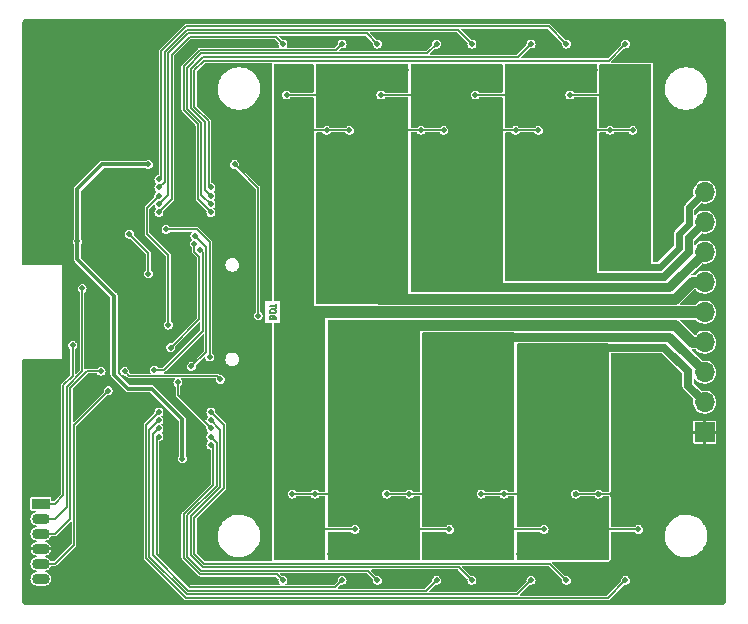
<source format=gbl>
G04 #@! TF.GenerationSoftware,KiCad,Pcbnew,(6.0.11)*
G04 #@! TF.CreationDate,2024-02-18T11:49:07+01:00*
G04 #@! TF.ProjectId,8-Cell Balancer Charger,382d4365-6c6c-4204-9261-6c616e636572,rev?*
G04 #@! TF.SameCoordinates,Original*
G04 #@! TF.FileFunction,Copper,L2,Bot*
G04 #@! TF.FilePolarity,Positive*
%FSLAX46Y46*%
G04 Gerber Fmt 4.6, Leading zero omitted, Abs format (unit mm)*
G04 Created by KiCad (PCBNEW (6.0.11)) date 2024-02-18 11:49:07*
%MOMM*%
%LPD*%
G01*
G04 APERTURE LIST*
%ADD10C,0.127000*%
G04 #@! TA.AperFunction,NonConductor*
%ADD11C,0.127000*%
G04 #@! TD*
G04 #@! TA.AperFunction,ComponentPad*
%ADD12R,1.700000X1.700000*%
G04 #@! TD*
G04 #@! TA.AperFunction,ComponentPad*
%ADD13O,1.700000X1.700000*%
G04 #@! TD*
G04 #@! TA.AperFunction,ComponentPad*
%ADD14R,1.500000X0.910000*%
G04 #@! TD*
G04 #@! TA.AperFunction,ComponentPad*
%ADD15O,1.500000X0.910000*%
G04 #@! TD*
G04 #@! TA.AperFunction,ViaPad*
%ADD16C,0.500000*%
G04 #@! TD*
G04 #@! TA.AperFunction,Conductor*
%ADD17C,0.127000*%
G04 #@! TD*
G04 #@! TA.AperFunction,Conductor*
%ADD18C,0.350000*%
G04 #@! TD*
G04 #@! TA.AperFunction,Conductor*
%ADD19C,1.000000*%
G04 #@! TD*
G04 #@! TA.AperFunction,Conductor*
%ADD20C,0.600000*%
G04 #@! TD*
G04 #@! TA.AperFunction,Conductor*
%ADD21C,0.700000*%
G04 #@! TD*
G04 #@! TA.AperFunction,Conductor*
%ADD22C,0.800000*%
G04 #@! TD*
G04 #@! TA.AperFunction,Conductor*
%ADD23C,0.900000*%
G04 #@! TD*
G04 APERTURE END LIST*
D10*
D11*
X-8563714Y-423333D02*
X-8587904Y-350761D01*
X-8612095Y-326571D01*
X-8660476Y-302380D01*
X-8733047Y-302380D01*
X-8781428Y-326571D01*
X-8805619Y-350761D01*
X-8829809Y-399142D01*
X-8829809Y-592666D01*
X-8321809Y-592666D01*
X-8321809Y-423333D01*
X-8346000Y-374952D01*
X-8370190Y-350761D01*
X-8418571Y-326571D01*
X-8466952Y-326571D01*
X-8515333Y-350761D01*
X-8539523Y-374952D01*
X-8563714Y-423333D01*
X-8563714Y-592666D01*
X-8321809Y12095D02*
X-8321809Y108857D01*
X-8346000Y157238D01*
X-8394380Y205619D01*
X-8491142Y229809D01*
X-8660476Y229809D01*
X-8757238Y205619D01*
X-8805619Y157238D01*
X-8829809Y108857D01*
X-8829809Y12095D01*
X-8805619Y-36285D01*
X-8757238Y-84666D01*
X-8660476Y-108857D01*
X-8491142Y-108857D01*
X-8394380Y-84666D01*
X-8346000Y-36285D01*
X-8321809Y12095D01*
X-8321809Y374952D02*
X-8321809Y665238D01*
X-8829809Y520095D02*
X-8321809Y520095D01*
D12*
X28000000Y-10160000D03*
D13*
X28000000Y-7620000D03*
X28000000Y-5080000D03*
X28000000Y-2540000D03*
X28000000Y0D03*
X28000000Y2540000D03*
X28000000Y5080000D03*
X28000000Y7620000D03*
X28000000Y10160000D03*
D14*
X-28200000Y-16225000D03*
D15*
X-28200000Y-17495000D03*
X-28200000Y-18765000D03*
X-28200000Y-20035000D03*
X-28200000Y-21305000D03*
X-28200000Y-22575000D03*
D16*
X21800000Y-8100000D03*
X22700000Y-6800000D03*
X21800000Y-5500000D03*
X13800000Y-8100000D03*
X14700000Y-6800000D03*
X13800000Y-5500000D03*
X5800000Y-8100000D03*
X6700000Y-6800000D03*
X5800000Y-5500000D03*
X-2200000Y-8100000D03*
X-1300000Y-6800000D03*
X-2200000Y-5500000D03*
X-6800000Y5500000D03*
X-7700000Y6800000D03*
X-6800000Y8100000D03*
X1200000Y8100000D03*
X300000Y6800000D03*
X1200000Y5500000D03*
X9200000Y5500000D03*
X8300000Y6800000D03*
X9200000Y8100000D03*
X17200000Y5500000D03*
X16300000Y6800000D03*
X17200000Y8100000D03*
X-25000000Y22800000D03*
X-22400000Y-22800000D03*
X-21000000Y-22800000D03*
X-19600000Y-22800000D03*
X-20800000Y22800000D03*
X-22200000Y22800000D03*
X-23600000Y22800000D03*
X-16700000Y2900000D03*
X6900000Y-22700000D03*
X-1100000Y-22700000D03*
X-13750000Y-17650000D03*
X-16250000Y16050000D03*
X-20400000Y-12000000D03*
X-23600000Y-1700000D03*
X-20400000Y-7600000D03*
X-13150000Y11750000D03*
X-20300000Y-16800000D03*
X-1100000Y22700000D03*
X-20300000Y20600000D03*
X-21700000Y-20610000D03*
X-24500000Y-16800000D03*
X-9750000Y16050000D03*
X22400000Y-15890000D03*
X-23100000Y-16800000D03*
X-11600000Y9700000D03*
X-23720000Y6500000D03*
X-10200000Y-6600000D03*
X-23100000Y-20610000D03*
X-23720000Y5500000D03*
X-18200000Y-22800000D03*
X-10700000Y-1300000D03*
X22900000Y22700000D03*
X22900000Y-22700000D03*
X-24500000Y20600000D03*
X-19400000Y1700000D03*
X-10700000Y1500000D03*
X-11600000Y-9700000D03*
X-17200000Y5800000D03*
X-23100000Y20600000D03*
X-16850000Y-15450000D03*
X-20400000Y-9700000D03*
X-23050000Y-6050000D03*
X-14700000Y-6600000D03*
X-20400000Y7600000D03*
X-12850000Y3350000D03*
X-25500000Y12200000D03*
X-19400000Y-1700000D03*
X-20400000Y9690000D03*
X-17700000Y-11900000D03*
X-25100000Y-7050000D03*
X-9800000Y-15300000D03*
X-12850000Y-3350000D03*
X-20300000Y-20600000D03*
X-13600000Y17900000D03*
X19010000Y-15400000D03*
X17080000Y-15400000D03*
X-9000000Y6700000D03*
X-24500000Y-20600000D03*
X-12600000Y13450000D03*
X-20300000Y16800000D03*
X-21700000Y16800000D03*
X-23100000Y16800000D03*
X-19700000Y11600000D03*
X-23800000Y-22800000D03*
X-11200000Y-12700000D03*
X6900000Y22700000D03*
X-18800000Y-5900000D03*
X-10700000Y6700000D03*
X-23600000Y1700000D03*
X-11600000Y7600000D03*
X-26480000Y6500000D03*
X14900000Y22700000D03*
X-18500000Y13200000D03*
X14900000Y-22700000D03*
X-21700000Y20600000D03*
X-19400000Y22800000D03*
X-26480000Y5500000D03*
X-21700000Y-16800000D03*
X-24500000Y16800000D03*
X-18850000Y16000000D03*
X-11600000Y-7590000D03*
X-25100000Y6000000D03*
X-16220000Y-12400000D03*
X-11800000Y12500000D03*
X-9800000Y-300000D03*
X-19100000Y12500000D03*
X-20700000Y6600000D03*
X-19100000Y3250000D03*
X-6800000Y-5200000D03*
X-5500000Y-20500000D03*
X-7400000Y15920000D03*
X-4500000Y-16600000D03*
X-2080000Y15400000D03*
X-5300000Y20500000D03*
X-1600000Y-18390000D03*
X-6800000Y-4400000D03*
X-4010000Y15400000D03*
X-21100000Y-5000000D03*
X-13000000Y-5700000D03*
X-23100000Y-5000000D03*
X-22500000Y-6650000D03*
X-24700000Y2000000D03*
X-25500000Y-2800000D03*
X-2700000Y-22700000D03*
X-18200000Y-10550000D03*
X5300000Y-22700000D03*
X-18200000Y-9850000D03*
X13300000Y-22700000D03*
X-18200000Y-9150000D03*
X21300000Y-22700000D03*
X-18200000Y-8450000D03*
X-14691101Y5291101D03*
X-18600000Y-4900000D03*
X-15200000Y5800000D03*
X-17200000Y-3000000D03*
X-15161127Y6461127D03*
X-15450000Y-4600000D03*
X-17600000Y7000000D03*
X-13900000Y-3800000D03*
X16300000Y-22700000D03*
X-13800000Y-8450000D03*
X8300000Y-22700000D03*
X-13800000Y-9150000D03*
X-13800000Y-9850000D03*
X-16600000Y-5950000D03*
X-13800000Y-10550000D03*
X300000Y-22700000D03*
X-7700000Y-22700000D03*
X-13800000Y-11250000D03*
X-13800000Y10550000D03*
X21300000Y22700000D03*
X-13800000Y9850000D03*
X13300000Y22700000D03*
X-13800000Y9150000D03*
X5300000Y22700000D03*
X-13800000Y8450000D03*
X-2700000Y22700000D03*
X-7700000Y22700000D03*
X-18200000Y8450000D03*
X-18200000Y9150000D03*
X300000Y22700000D03*
X-17400000Y-1100000D03*
X-18200000Y9850000D03*
X8300000Y22700000D03*
X-18200000Y10550000D03*
X-18200000Y11250000D03*
X16300000Y22700000D03*
X16600000Y18390000D03*
X20500000Y20500000D03*
X21800000Y5200000D03*
X21800000Y4400000D03*
X19500000Y16600000D03*
X8600000Y18390000D03*
X12500000Y20500000D03*
X21920000Y15400000D03*
X11500000Y16600000D03*
X18700000Y20500000D03*
X16600000Y15920000D03*
X19990000Y15400000D03*
X13800000Y4400000D03*
X13800000Y5200000D03*
X5800000Y5200000D03*
X10700000Y20500000D03*
X13920000Y15400000D03*
X3500000Y16600000D03*
X11990000Y15400000D03*
X5800000Y4400000D03*
X8600000Y15920000D03*
X600000Y18390000D03*
X4500000Y20500000D03*
X-7400000Y18390000D03*
X5920000Y15400000D03*
X-2200000Y5200000D03*
X-2200000Y4400000D03*
X3990000Y15400000D03*
X-4500000Y16600000D03*
X-3500000Y20500000D03*
X600000Y15920000D03*
X2700000Y20500000D03*
X-6920000Y-15400000D03*
X-1600000Y-15920000D03*
X2500000Y-20500000D03*
X-4990000Y-15400000D03*
X1200000Y-4400000D03*
X6400000Y-18390000D03*
X1200000Y-5200000D03*
X3500000Y-16600000D03*
X-3700000Y-20500000D03*
X1080000Y-15400000D03*
X4300000Y-20500000D03*
X6400000Y-15920000D03*
X14400000Y-18390000D03*
X9200000Y-5200000D03*
X9200000Y-4400000D03*
X10500000Y-20500000D03*
X11500000Y-16600000D03*
X3010000Y-15400000D03*
X14400000Y-15920000D03*
X18500000Y-20500000D03*
X11010000Y-15400000D03*
X19500000Y-16600000D03*
X17200000Y-5200000D03*
X22400000Y-18390000D03*
X12300000Y-20500000D03*
X17200000Y-4400000D03*
X9080000Y-15400000D03*
D17*
X19010000Y-15400000D02*
X20400000Y-15400000D01*
X17080000Y-15400000D02*
X19010000Y-15400000D01*
D18*
X-25100000Y6000000D02*
X-25100000Y10400000D01*
X-16220000Y-12400000D02*
X-16220000Y-9080000D01*
D17*
X-9800000Y10500000D02*
X-9800000Y-300000D01*
D18*
X-25100000Y10400000D02*
X-23000000Y12500000D01*
X-16220000Y-9080000D02*
X-18800000Y-6500000D01*
D17*
X-11800000Y12500000D02*
X-9800000Y10500000D01*
D18*
X-23000000Y12500000D02*
X-19100000Y12500000D01*
X-20800000Y-6500000D02*
X-22000000Y-5300000D01*
X-22000000Y1400000D02*
X-25100000Y4500000D01*
X-25100000Y4500000D02*
X-25100000Y6000000D01*
X-18800000Y-6500000D02*
X-20800000Y-6500000D01*
X-22000000Y-5300000D02*
X-22000000Y1400000D01*
D17*
X-19100000Y3250000D02*
X-19100000Y5000000D01*
X-19100000Y5000000D02*
X-20700000Y6600000D01*
X-1600000Y-18390000D02*
X-4290000Y-18390000D01*
X-4010000Y15400000D02*
X-5400000Y15400000D01*
X-2080000Y15400000D02*
X-4010000Y15400000D01*
D19*
X-6500000Y0D02*
X28000000Y0D01*
D17*
X-13300000Y-5400000D02*
X-13000000Y-5700000D01*
X-26965000Y-18765000D02*
X-28200000Y-18765000D01*
X-24300000Y-5000000D02*
X-25700000Y-6400000D01*
X-23100000Y-5000000D02*
X-24300000Y-5000000D01*
X-25700000Y-6400000D02*
X-25700000Y-17500000D01*
X-21100000Y-5000000D02*
X-20700000Y-5400000D01*
X-20700000Y-5400000D02*
X-13300000Y-5400000D01*
X-25700000Y-17500000D02*
X-26965000Y-18765000D01*
X-22500000Y-6650000D02*
X-25400000Y-9550000D01*
X-25400000Y-19700000D02*
X-27005000Y-21305000D01*
X-27005000Y-21305000D02*
X-28200000Y-21305000D01*
X-25400000Y-9550000D02*
X-25400000Y-19700000D01*
X-26000000Y-16500000D02*
X-26000000Y-6300000D01*
X-28200000Y-17495000D02*
X-26995000Y-17495000D01*
X-26995000Y-17495000D02*
X-26000000Y-16500000D01*
X-26000000Y-6300000D02*
X-24700000Y-5000000D01*
X-24700000Y-5000000D02*
X-24700000Y2000000D01*
X-26300000Y-15500000D02*
X-27025000Y-16225000D01*
X-26300000Y-6200000D02*
X-26300000Y-15500000D01*
X-25500000Y-2800000D02*
X-25500000Y-5400000D01*
X-25500000Y-5400000D02*
X-26300000Y-6200000D01*
X-27025000Y-16225000D02*
X-28200000Y-16225000D01*
X-18400000Y-10750000D02*
X-18400000Y-20500000D01*
X-18400000Y-20500000D02*
X-15600000Y-23300000D01*
X-15600000Y-23300000D02*
X-3300000Y-23300000D01*
X-18200000Y-10550000D02*
X-18400000Y-10750000D01*
X-3300000Y-23300000D02*
X-2700000Y-22700000D01*
X-15700000Y-23600000D02*
X4400000Y-23600000D01*
X-18700000Y-10350000D02*
X-18700000Y-20600000D01*
X4400000Y-23600000D02*
X5300000Y-22700000D01*
X-18200000Y-9850000D02*
X-18700000Y-10350000D01*
X-18700000Y-20600000D02*
X-15700000Y-23600000D01*
X-15800000Y-23900000D02*
X-19000000Y-20700000D01*
X-19000000Y-20700000D02*
X-19000000Y-9950000D01*
X12100000Y-23900000D02*
X-15800000Y-23900000D01*
X12100000Y-23900000D02*
X13300000Y-22700000D01*
X-19000000Y-9950000D02*
X-18200000Y-9150000D01*
X-19300000Y-20800000D02*
X-19300000Y-9550000D01*
X-15900000Y-24200000D02*
X-19300000Y-20800000D01*
X19800000Y-24200000D02*
X-15900000Y-24200000D01*
X-19300000Y-9550000D02*
X-18200000Y-8450000D01*
X19800000Y-24200000D02*
X21300000Y-22700000D01*
X-14500000Y5100000D02*
X-14691101Y5291101D01*
X-14500000Y-1600000D02*
X-14500000Y5100000D01*
X-17800000Y-4900000D02*
X-14500000Y-1600000D01*
X-18600000Y-4900000D02*
X-17800000Y-4900000D01*
X-15200000Y5100000D02*
X-14800000Y4700000D01*
X-15200000Y5800000D02*
X-15200000Y5100000D01*
X-14800000Y4700000D02*
X-14800000Y-600000D01*
X-14800000Y-600000D02*
X-17200000Y-3000000D01*
X-14200000Y5500000D02*
X-14200000Y-3350000D01*
X-14200000Y-3350000D02*
X-15450000Y-4600000D01*
X-15161127Y6461127D02*
X-14200000Y5500000D01*
X-15000000Y7000000D02*
X-13900000Y5900000D01*
X-17600000Y7000000D02*
X-15000000Y7000000D01*
X-13900000Y5900000D02*
X-13900000Y-3800000D01*
X-12700000Y-14900000D02*
X-15200000Y-17400000D01*
X-15200000Y-20500000D02*
X-14400000Y-21300000D01*
X-13800000Y-8450000D02*
X-12700000Y-9550000D01*
X-15200000Y-17400000D02*
X-15200000Y-20500000D01*
X-12700000Y-9550000D02*
X-12700000Y-14900000D01*
X-14400000Y-21300000D02*
X14900000Y-21300000D01*
X14900000Y-21300000D02*
X16300000Y-22700000D01*
X-13000000Y-14800000D02*
X-13000000Y-9950000D01*
X-15500000Y-17300000D02*
X-13000000Y-14800000D01*
X-14500000Y-21600000D02*
X-15500000Y-20600000D01*
X-13000000Y-9950000D02*
X-13800000Y-9150000D01*
X8300000Y-22700000D02*
X7200000Y-21600000D01*
X7200000Y-21600000D02*
X-14500000Y-21600000D01*
X-15500000Y-20600000D02*
X-15500000Y-17300000D01*
X-16600000Y-5950000D02*
X-16600000Y-7050000D01*
X-16600000Y-7050000D02*
X-13800000Y-9850000D01*
X-14600000Y-21900000D02*
X-15800000Y-20700000D01*
X-13300000Y-11050000D02*
X-13800000Y-10550000D01*
X-15800000Y-17200000D02*
X-13300000Y-14700000D01*
X-13300000Y-14700000D02*
X-13300000Y-11050000D01*
X300000Y-22700000D02*
X-500000Y-21900000D01*
X-15800000Y-20700000D02*
X-15800000Y-17200000D01*
X-500000Y-21900000D02*
X-14600000Y-21900000D01*
X-14700000Y-22200000D02*
X-16100000Y-20800000D01*
X-16100000Y-17100000D02*
X-13600000Y-14600000D01*
X-16100000Y-20800000D02*
X-16100000Y-17100000D01*
X-13600000Y-14600000D02*
X-13600000Y-11450000D01*
X-8200000Y-22200000D02*
X-14700000Y-22200000D01*
X-13600000Y-11450000D02*
X-13800000Y-11250000D01*
X-7700000Y-22700000D02*
X-8200000Y-22200000D01*
X-15200000Y20500000D02*
X-14400000Y21300000D01*
X-15200000Y17400000D02*
X-15200000Y20500000D01*
X-14000000Y10750000D02*
X-14000000Y16200000D01*
X-13800000Y10550000D02*
X-14000000Y10750000D01*
X19900000Y21300000D02*
X21300000Y22700000D01*
X-14000000Y16200000D02*
X-15200000Y17400000D01*
X-14400000Y21300000D02*
X19900000Y21300000D01*
X-14300000Y10350000D02*
X-13800000Y9850000D01*
X-14300000Y16100000D02*
X-14300000Y10350000D01*
X-15500000Y17300000D02*
X-14300000Y16100000D01*
X12200000Y21600000D02*
X13300000Y22700000D01*
X-14500000Y21600000D02*
X12200000Y21600000D01*
X-15500000Y20600000D02*
X-15500000Y17300000D01*
X-14500000Y21600000D02*
X-15500000Y20600000D01*
X-14600000Y21900000D02*
X4500000Y21900000D01*
X-14600000Y16000000D02*
X-15800000Y17200000D01*
X-15800000Y20700000D02*
X-14600000Y21900000D01*
X-15800000Y17200000D02*
X-15800000Y20700000D01*
X-13800000Y9150000D02*
X-14600000Y9950000D01*
X4500000Y21900000D02*
X5300000Y22700000D01*
X-14600000Y9950000D02*
X-14600000Y16000000D01*
X-14700000Y22200000D02*
X-16100000Y20800000D01*
X-14900000Y15900000D02*
X-14900000Y9550000D01*
X-16100000Y20800000D02*
X-16100000Y17100000D01*
X-3200000Y22200000D02*
X-2700000Y22700000D01*
X-16100000Y17100000D02*
X-14900000Y15900000D01*
X-14900000Y9550000D02*
X-13800000Y8450000D01*
X-14700000Y22200000D02*
X-3200000Y22200000D01*
X-18200000Y8450000D02*
X-17100000Y9550000D01*
X-17100000Y9550000D02*
X-17100000Y21800000D01*
X-15600000Y23300000D02*
X-8300000Y23300000D01*
X-8300000Y23300000D02*
X-7700000Y22700000D01*
X-17100000Y21800000D02*
X-15600000Y23300000D01*
X300000Y22700000D02*
X-600000Y23600000D01*
X-17400000Y9950000D02*
X-17400000Y21900000D01*
X-18200000Y9150000D02*
X-17400000Y9950000D01*
X-15700000Y23600000D02*
X-600000Y23600000D01*
X-17400000Y21900000D02*
X-15700000Y23600000D01*
X-19200000Y8850000D02*
X-18200000Y9850000D01*
X-17400000Y4800000D02*
X-19200000Y6600000D01*
X-17400000Y-1100000D02*
X-17400000Y4800000D01*
X-19200000Y6600000D02*
X-19200000Y8850000D01*
X-18200000Y10550000D02*
X-17700000Y11050000D01*
X-15800000Y23900000D02*
X7100000Y23900000D01*
X-17700000Y22000000D02*
X-15800000Y23900000D01*
X7100000Y23900000D02*
X8300000Y22700000D01*
X-17700000Y11050000D02*
X-17700000Y22000000D01*
X-18000000Y11450000D02*
X-18000000Y22100000D01*
X14800000Y24200000D02*
X16300000Y22700000D01*
X-18200000Y11250000D02*
X-18000000Y11450000D01*
X-18000000Y22100000D02*
X-15900000Y24200000D01*
X-15900000Y24200000D02*
X14800000Y24200000D01*
D20*
X26700000Y8860000D02*
X28000000Y10160000D01*
X25800000Y6600000D02*
X26700000Y7500000D01*
X24200000Y3800000D02*
X25800000Y5400000D01*
X25800000Y5400000D02*
X25800000Y6600000D01*
X26700000Y7500000D02*
X26700000Y8860000D01*
D17*
X16600000Y18390000D02*
X19290000Y18390000D01*
D20*
X22500000Y3800000D02*
X24200000Y3800000D01*
D17*
X21920000Y15400000D02*
X19990000Y15400000D01*
X8600000Y18390000D02*
X11290000Y18390000D01*
D21*
X26650000Y5050000D02*
X26650000Y6270000D01*
D17*
X19990000Y15400000D02*
X18600000Y15400000D01*
D21*
X16100000Y3000000D02*
X24600000Y3000000D01*
X24600000Y3000000D02*
X26650000Y5050000D01*
X26650000Y6270000D02*
X28000000Y7620000D01*
D22*
X8300000Y2100000D02*
X25020000Y2100000D01*
D17*
X600000Y18390000D02*
X3290000Y18390000D01*
X11990000Y15400000D02*
X10600000Y15400000D01*
D22*
X25020000Y2100000D02*
X28000000Y5080000D01*
D17*
X13920000Y15400000D02*
X11990000Y15400000D01*
X-7400000Y18390000D02*
X-4710000Y18390000D01*
D23*
X400000Y1100000D02*
X25500000Y1100000D01*
D17*
X3990000Y15400000D02*
X2600000Y15400000D01*
X5920000Y15400000D02*
X3990000Y15400000D01*
D23*
X26940000Y2540000D02*
X28000000Y2540000D01*
X25500000Y1100000D02*
X26940000Y2540000D01*
X500000Y-1100000D02*
X25500000Y-1100000D01*
X25500000Y-1100000D02*
X26940000Y-2540000D01*
X26940000Y-2540000D02*
X28000000Y-2540000D01*
D17*
X-6920000Y-15400000D02*
X-4990000Y-15400000D01*
X-4990000Y-15400000D02*
X-3600000Y-15400000D01*
X6400000Y-18390000D02*
X3710000Y-18390000D01*
X3010000Y-15400000D02*
X4400000Y-15400000D01*
X14400000Y-18390000D02*
X11710000Y-18390000D01*
D22*
X8400000Y-2100000D02*
X25020000Y-2100000D01*
X25020000Y-2100000D02*
X28000000Y-5080000D01*
D17*
X1080000Y-15400000D02*
X3010000Y-15400000D01*
X22400000Y-18390000D02*
X19710000Y-18390000D01*
D21*
X26600000Y-6220000D02*
X26600000Y-5000000D01*
D17*
X9080000Y-15400000D02*
X11010000Y-15400000D01*
D21*
X28000000Y-7620000D02*
X26600000Y-6220000D01*
D17*
X11010000Y-15400000D02*
X12400000Y-15400000D01*
D21*
X24600000Y-3000000D02*
X16100000Y-3000000D01*
X26600000Y-5000000D02*
X24600000Y-3000000D01*
G04 #@! TA.AperFunction,Conductor*
G36*
X29484135Y24797911D02*
G01*
X29499642Y24794345D01*
X29506508Y24795899D01*
X29513544Y24795886D01*
X29513543Y24795157D01*
X29525050Y24795533D01*
X29582777Y24786390D01*
X29601369Y24780349D01*
X29665161Y24747845D01*
X29667224Y24746794D01*
X29683043Y24735300D01*
X29735300Y24683043D01*
X29746794Y24667224D01*
X29780348Y24601371D01*
X29786391Y24582773D01*
X29795468Y24525459D01*
X29795083Y24514257D01*
X29795934Y24514256D01*
X29795922Y24507218D01*
X29794345Y24500360D01*
X29795898Y24493497D01*
X29795898Y24493496D01*
X29797960Y24484384D01*
X29799501Y24470590D01*
X29799501Y-24470128D01*
X29797911Y-24484134D01*
X29794345Y-24499642D01*
X29795899Y-24506508D01*
X29795886Y-24513544D01*
X29795157Y-24513543D01*
X29795533Y-24525050D01*
X29786391Y-24582774D01*
X29780349Y-24601369D01*
X29747845Y-24665161D01*
X29746794Y-24667224D01*
X29735300Y-24683043D01*
X29683043Y-24735300D01*
X29667224Y-24746794D01*
X29601369Y-24780349D01*
X29582775Y-24786390D01*
X29559347Y-24790101D01*
X29525459Y-24795468D01*
X29514257Y-24795083D01*
X29514256Y-24795934D01*
X29507218Y-24795922D01*
X29500360Y-24794345D01*
X29493497Y-24795898D01*
X29493496Y-24795898D01*
X29484384Y-24797960D01*
X29470590Y-24799501D01*
X226347Y-24799501D01*
X-29470127Y-24799500D01*
X-29484133Y-24797910D01*
X-29486508Y-24797364D01*
X-29499641Y-24794344D01*
X-29506507Y-24795898D01*
X-29513543Y-24795885D01*
X-29513542Y-24795156D01*
X-29525049Y-24795532D01*
X-29582776Y-24786389D01*
X-29601368Y-24780348D01*
X-29667223Y-24746793D01*
X-29683042Y-24735299D01*
X-29735299Y-24683042D01*
X-29746793Y-24667223D01*
X-29762028Y-24637323D01*
X-29780348Y-24601368D01*
X-29786390Y-24582772D01*
X-29795467Y-24525458D01*
X-29795082Y-24514256D01*
X-29795933Y-24514255D01*
X-29795921Y-24507217D01*
X-29794344Y-24500359D01*
X-29797959Y-24484383D01*
X-29799500Y-24470589D01*
X-29799500Y-22575000D01*
X-29082526Y-22575000D01*
X-29081991Y-22579064D01*
X-29081773Y-22580716D01*
X-29062507Y-22727063D01*
X-29060939Y-22730847D01*
X-29060939Y-22730849D01*
X-29024307Y-22819284D01*
X-29003812Y-22868763D01*
X-28910444Y-22990444D01*
X-28788763Y-23083812D01*
X-28784979Y-23085379D01*
X-28784978Y-23085380D01*
X-28650849Y-23140939D01*
X-28650847Y-23140939D01*
X-28647063Y-23142507D01*
X-28643003Y-23143042D01*
X-28643001Y-23143042D01*
X-28535209Y-23157233D01*
X-28535201Y-23157234D01*
X-28533177Y-23157500D01*
X-27866823Y-23157500D01*
X-27864799Y-23157234D01*
X-27864791Y-23157233D01*
X-27756999Y-23143042D01*
X-27756997Y-23143042D01*
X-27752937Y-23142507D01*
X-27749153Y-23140939D01*
X-27749151Y-23140939D01*
X-27615022Y-23085380D01*
X-27615021Y-23085379D01*
X-27611237Y-23083812D01*
X-27489556Y-22990444D01*
X-27396188Y-22868763D01*
X-27375693Y-22819284D01*
X-27339061Y-22730849D01*
X-27339061Y-22730847D01*
X-27337493Y-22727063D01*
X-27318226Y-22580716D01*
X-27318009Y-22579064D01*
X-27317474Y-22575000D01*
X-27330017Y-22479724D01*
X-27336958Y-22426999D01*
X-27336958Y-22426997D01*
X-27337493Y-22422937D01*
X-27349520Y-22393900D01*
X-27394620Y-22285022D01*
X-27394621Y-22285021D01*
X-27396188Y-22281237D01*
X-27489556Y-22159556D01*
X-27611237Y-22066188D01*
X-27615022Y-22064620D01*
X-27749151Y-22009061D01*
X-27749153Y-22009061D01*
X-27752937Y-22007493D01*
X-27756999Y-22006958D01*
X-27757000Y-22006958D01*
X-27794927Y-22001965D01*
X-27836354Y-21978048D01*
X-27848734Y-21931842D01*
X-27824817Y-21890415D01*
X-27794927Y-21878035D01*
X-27757000Y-21873042D01*
X-27756999Y-21873042D01*
X-27752937Y-21872507D01*
X-27749153Y-21870939D01*
X-27749151Y-21870939D01*
X-27615022Y-21815380D01*
X-27615021Y-21815379D01*
X-27611237Y-21813812D01*
X-27489556Y-21720444D01*
X-27396188Y-21598763D01*
X-27369602Y-21534581D01*
X-27335778Y-21500757D01*
X-27311861Y-21496000D01*
X-27048232Y-21496000D01*
X-27040893Y-21497250D01*
X-27040810Y-21496523D01*
X-27033819Y-21497320D01*
X-27027178Y-21499652D01*
X-27020185Y-21498874D01*
X-27020184Y-21498874D01*
X-26997803Y-21496383D01*
X-26990890Y-21496000D01*
X-26983467Y-21496000D01*
X-26976535Y-21494419D01*
X-26969582Y-21493243D01*
X-26940571Y-21490014D01*
X-26934607Y-21486281D01*
X-26930659Y-21484906D01*
X-26926900Y-21483097D01*
X-26920041Y-21481532D01*
X-26897226Y-21463351D01*
X-26891441Y-21459256D01*
X-26888285Y-21457280D01*
X-26888283Y-21457279D01*
X-26885289Y-21455404D01*
X-26880076Y-21450191D01*
X-26874832Y-21445506D01*
X-26857396Y-21431612D01*
X-26857396Y-21431611D01*
X-26851891Y-21427225D01*
X-26848833Y-21420886D01*
X-26844442Y-21415385D01*
X-26843908Y-21415811D01*
X-26839532Y-21409647D01*
X-25295513Y-19865628D01*
X-25289439Y-19861323D01*
X-25289895Y-19860750D01*
X-25284387Y-19856369D01*
X-25278042Y-19853322D01*
X-25259582Y-19830239D01*
X-25254965Y-19825080D01*
X-25249716Y-19819831D01*
X-25245943Y-19813828D01*
X-25241835Y-19808047D01*
X-25237343Y-19802431D01*
X-25223617Y-19785267D01*
X-25222040Y-19778407D01*
X-25220222Y-19774647D01*
X-25218844Y-19770711D01*
X-25215098Y-19764752D01*
X-25211821Y-19735763D01*
X-25210629Y-19728787D01*
X-25209000Y-19721703D01*
X-25209000Y-19714329D01*
X-25208604Y-19707308D01*
X-25206100Y-19685155D01*
X-25205309Y-19678162D01*
X-25207630Y-19671517D01*
X-25208414Y-19664523D01*
X-25207736Y-19664447D01*
X-25209000Y-19656995D01*
X-25209000Y-9655003D01*
X-25190694Y-9610809D01*
X-22619285Y-7039399D01*
X-22575091Y-7021093D01*
X-22565315Y-7021862D01*
X-22504857Y-7031437D01*
X-22504855Y-7031437D01*
X-22500000Y-7032206D01*
X-22381892Y-7013500D01*
X-22377512Y-7011268D01*
X-22377511Y-7011268D01*
X-22326722Y-6985389D01*
X-22275345Y-6959211D01*
X-22190789Y-6874655D01*
X-22156110Y-6806594D01*
X-22138732Y-6772489D01*
X-22138732Y-6772488D01*
X-22136500Y-6768108D01*
X-22117794Y-6650000D01*
X-22136500Y-6531892D01*
X-22190789Y-6425345D01*
X-22275345Y-6340789D01*
X-22346014Y-6304781D01*
X-22377511Y-6288732D01*
X-22377512Y-6288732D01*
X-22381892Y-6286500D01*
X-22500000Y-6267794D01*
X-22618108Y-6286500D01*
X-22622488Y-6288732D01*
X-22622489Y-6288732D01*
X-22653986Y-6304781D01*
X-22724655Y-6340789D01*
X-22809211Y-6425345D01*
X-22863500Y-6531892D01*
X-22882206Y-6650000D01*
X-22881437Y-6654855D01*
X-22881437Y-6654857D01*
X-22871862Y-6715315D01*
X-22883030Y-6761828D01*
X-22889399Y-6769285D01*
X-25402306Y-9282191D01*
X-25446500Y-9300497D01*
X-25490694Y-9282191D01*
X-25509000Y-9237997D01*
X-25509000Y-6505003D01*
X-25490694Y-6460809D01*
X-24239191Y-5209306D01*
X-24194997Y-5191000D01*
X-23464557Y-5191000D01*
X-23420363Y-5209306D01*
X-23413994Y-5216763D01*
X-23411444Y-5220273D01*
X-23409211Y-5224655D01*
X-23324655Y-5309211D01*
X-23293165Y-5325256D01*
X-23222489Y-5361268D01*
X-23222488Y-5361268D01*
X-23218108Y-5363500D01*
X-23100000Y-5382206D01*
X-22981892Y-5363500D01*
X-22977512Y-5361268D01*
X-22977511Y-5361268D01*
X-22906835Y-5325256D01*
X-22875345Y-5309211D01*
X-22790789Y-5224655D01*
X-22752145Y-5148813D01*
X-22738732Y-5122489D01*
X-22738732Y-5122488D01*
X-22736500Y-5118108D01*
X-22717794Y-5000000D01*
X-22736500Y-4881892D01*
X-22790789Y-4775345D01*
X-22875345Y-4690789D01*
X-22926722Y-4664611D01*
X-22977511Y-4638732D01*
X-22977512Y-4638732D01*
X-22981892Y-4636500D01*
X-23100000Y-4617794D01*
X-23218108Y-4636500D01*
X-23222488Y-4638732D01*
X-23222489Y-4638732D01*
X-23273278Y-4664611D01*
X-23324655Y-4690789D01*
X-23409211Y-4775345D01*
X-23411442Y-4779724D01*
X-23413994Y-4783237D01*
X-23454781Y-4808231D01*
X-23464557Y-4809000D01*
X-24256768Y-4809000D01*
X-24264107Y-4807750D01*
X-24264190Y-4808477D01*
X-24271181Y-4807680D01*
X-24277822Y-4805348D01*
X-24284815Y-4806126D01*
X-24284816Y-4806126D01*
X-24307197Y-4808617D01*
X-24314110Y-4809000D01*
X-24321533Y-4809000D01*
X-24328465Y-4810581D01*
X-24335418Y-4811757D01*
X-24364429Y-4814986D01*
X-24370393Y-4818719D01*
X-24374341Y-4820094D01*
X-24378100Y-4821903D01*
X-24384959Y-4823468D01*
X-24390461Y-4827853D01*
X-24390462Y-4827853D01*
X-24407550Y-4841470D01*
X-24453521Y-4854695D01*
X-24495379Y-4831541D01*
X-24509000Y-4792591D01*
X-24509000Y1635443D01*
X-24490694Y1679637D01*
X-24483237Y1686006D01*
X-24479727Y1688556D01*
X-24475345Y1690789D01*
X-24390789Y1775345D01*
X-24364562Y1826817D01*
X-24338732Y1877511D01*
X-24338732Y1877512D01*
X-24336500Y1881892D01*
X-24317794Y2000000D01*
X-24336500Y2118108D01*
X-24390789Y2224655D01*
X-24475345Y2309211D01*
X-24526722Y2335389D01*
X-24577511Y2361268D01*
X-24577512Y2361268D01*
X-24581892Y2363500D01*
X-24700000Y2382206D01*
X-24818108Y2363500D01*
X-24822488Y2361268D01*
X-24822489Y2361268D01*
X-24873278Y2335389D01*
X-24924655Y2309211D01*
X-25009211Y2224655D01*
X-25063500Y2118108D01*
X-25082206Y2000000D01*
X-25063500Y1881892D01*
X-25061268Y1877512D01*
X-25061268Y1877511D01*
X-25035438Y1826817D01*
X-25009211Y1775345D01*
X-24924655Y1690789D01*
X-24920273Y1688556D01*
X-24916763Y1686006D01*
X-24891769Y1645219D01*
X-24891000Y1635443D01*
X-24891000Y-4894997D01*
X-24909306Y-4939191D01*
X-25202306Y-5232191D01*
X-25246500Y-5250497D01*
X-25290694Y-5232191D01*
X-25309000Y-5187997D01*
X-25309000Y-3164557D01*
X-25290694Y-3120363D01*
X-25283237Y-3113994D01*
X-25279727Y-3111444D01*
X-25275345Y-3109211D01*
X-25190789Y-3024655D01*
X-25145926Y-2936607D01*
X-25138732Y-2922489D01*
X-25138732Y-2922488D01*
X-25136500Y-2918108D01*
X-25117794Y-2800000D01*
X-25136500Y-2681892D01*
X-25163497Y-2628907D01*
X-25188558Y-2579724D01*
X-25190789Y-2575345D01*
X-25275345Y-2490789D01*
X-25326722Y-2464611D01*
X-25377511Y-2438732D01*
X-25377512Y-2438732D01*
X-25381892Y-2436500D01*
X-25500000Y-2417794D01*
X-25618108Y-2436500D01*
X-25622488Y-2438732D01*
X-25622489Y-2438732D01*
X-25673278Y-2464611D01*
X-25724655Y-2490789D01*
X-25809211Y-2575345D01*
X-25811442Y-2579724D01*
X-25836502Y-2628907D01*
X-25863500Y-2681892D01*
X-25882206Y-2800000D01*
X-25863500Y-2918108D01*
X-25861268Y-2922488D01*
X-25861268Y-2922489D01*
X-25854074Y-2936607D01*
X-25809211Y-3024655D01*
X-25724655Y-3109211D01*
X-25720273Y-3111444D01*
X-25716763Y-3113994D01*
X-25691769Y-3154781D01*
X-25691000Y-3164557D01*
X-25691000Y-5294997D01*
X-25709306Y-5339191D01*
X-26404487Y-6034372D01*
X-26410561Y-6038677D01*
X-26410105Y-6039250D01*
X-26415613Y-6043631D01*
X-26421958Y-6046678D01*
X-26426354Y-6052175D01*
X-26440418Y-6069761D01*
X-26445035Y-6074920D01*
X-26450284Y-6080169D01*
X-26452153Y-6083143D01*
X-26454057Y-6086172D01*
X-26458162Y-6091948D01*
X-26476383Y-6114733D01*
X-26477960Y-6121593D01*
X-26479778Y-6125353D01*
X-26481156Y-6129289D01*
X-26484902Y-6135248D01*
X-26485693Y-6142242D01*
X-26485693Y-6142243D01*
X-26488179Y-6164236D01*
X-26489371Y-6171213D01*
X-26491000Y-6178297D01*
X-26491000Y-6185671D01*
X-26491396Y-6192692D01*
X-26494691Y-6221838D01*
X-26492370Y-6228483D01*
X-26491586Y-6235477D01*
X-26492264Y-6235553D01*
X-26491000Y-6243005D01*
X-26491000Y-15394997D01*
X-26509306Y-15439191D01*
X-27085809Y-16015694D01*
X-27130003Y-16034000D01*
X-27260000Y-16034000D01*
X-27304194Y-16015694D01*
X-27322500Y-15971500D01*
X-27322500Y-15757442D01*
X-27329898Y-15720252D01*
X-27358078Y-15678078D01*
X-27400252Y-15649898D01*
X-27406285Y-15648698D01*
X-27406287Y-15648697D01*
X-27434431Y-15643099D01*
X-27437442Y-15642500D01*
X-28962558Y-15642500D01*
X-28965569Y-15643099D01*
X-28993713Y-15648697D01*
X-28993715Y-15648698D01*
X-28999748Y-15649898D01*
X-29041922Y-15678078D01*
X-29070102Y-15720252D01*
X-29077500Y-15757442D01*
X-29077500Y-16692558D01*
X-29070102Y-16729748D01*
X-29041922Y-16771922D01*
X-28999748Y-16800102D01*
X-28993715Y-16801302D01*
X-28993713Y-16801303D01*
X-28967616Y-16806494D01*
X-28962558Y-16807500D01*
X-28671582Y-16807500D01*
X-28627388Y-16825806D01*
X-28609082Y-16870000D01*
X-28627388Y-16914194D01*
X-28647664Y-16927742D01*
X-28768235Y-16977685D01*
X-28788763Y-16986188D01*
X-28910444Y-17079556D01*
X-29003812Y-17201237D01*
X-29005379Y-17205021D01*
X-29005380Y-17205022D01*
X-29057222Y-17330179D01*
X-29062507Y-17342937D01*
X-29082526Y-17495000D01*
X-29081991Y-17499064D01*
X-29063054Y-17642906D01*
X-29062507Y-17647063D01*
X-29060939Y-17650847D01*
X-29060939Y-17650849D01*
X-29050974Y-17674906D01*
X-29003812Y-17788763D01*
X-28910444Y-17910444D01*
X-28788763Y-18003812D01*
X-28784979Y-18005379D01*
X-28784978Y-18005380D01*
X-28650849Y-18060939D01*
X-28650847Y-18060939D01*
X-28647063Y-18062507D01*
X-28643001Y-18063042D01*
X-28643000Y-18063042D01*
X-28605073Y-18068035D01*
X-28563646Y-18091952D01*
X-28551266Y-18138158D01*
X-28575183Y-18179585D01*
X-28605073Y-18191965D01*
X-28643000Y-18196958D01*
X-28643001Y-18196958D01*
X-28647063Y-18197493D01*
X-28650847Y-18199061D01*
X-28650849Y-18199061D01*
X-28784978Y-18254620D01*
X-28788763Y-18256188D01*
X-28910444Y-18349556D01*
X-29003812Y-18471237D01*
X-29005379Y-18475021D01*
X-29005380Y-18475022D01*
X-29039208Y-18556690D01*
X-29062507Y-18612937D01*
X-29082526Y-18765000D01*
X-29081991Y-18769064D01*
X-29063054Y-18912906D01*
X-29062507Y-18917063D01*
X-29060939Y-18920847D01*
X-29060939Y-18920849D01*
X-29050974Y-18944906D01*
X-29003812Y-19058763D01*
X-28910444Y-19180444D01*
X-28788763Y-19273812D01*
X-28784979Y-19275379D01*
X-28784978Y-19275380D01*
X-28650849Y-19330939D01*
X-28650847Y-19330939D01*
X-28647063Y-19332507D01*
X-28643003Y-19333042D01*
X-28643001Y-19333042D01*
X-28603158Y-19338287D01*
X-28561732Y-19362204D01*
X-28549351Y-19408410D01*
X-28573268Y-19449836D01*
X-28603158Y-19462217D01*
X-28642869Y-19467445D01*
X-28650718Y-19469548D01*
X-28784722Y-19525054D01*
X-28791765Y-19529121D01*
X-28906838Y-19617420D01*
X-28912580Y-19623162D01*
X-29000879Y-19738235D01*
X-29004946Y-19745278D01*
X-29060449Y-19879276D01*
X-29062556Y-19887137D01*
X-29063679Y-19895674D01*
X-29061217Y-19904865D01*
X-29055786Y-19908000D01*
X-27347129Y-19908000D01*
X-27338339Y-19904359D01*
X-27335940Y-19898567D01*
X-27337444Y-19887137D01*
X-27339551Y-19879276D01*
X-27395054Y-19745278D01*
X-27399121Y-19738235D01*
X-27487420Y-19623162D01*
X-27493162Y-19617420D01*
X-27608235Y-19529121D01*
X-27615278Y-19525054D01*
X-27749282Y-19469548D01*
X-27757131Y-19467445D01*
X-27796842Y-19462217D01*
X-27838269Y-19438300D01*
X-27850649Y-19392094D01*
X-27826732Y-19350667D01*
X-27796842Y-19338287D01*
X-27756999Y-19333042D01*
X-27756997Y-19333042D01*
X-27752937Y-19332507D01*
X-27749153Y-19330939D01*
X-27749151Y-19330939D01*
X-27615022Y-19275380D01*
X-27615021Y-19275379D01*
X-27611237Y-19273812D01*
X-27489556Y-19180444D01*
X-27396188Y-19058763D01*
X-27369602Y-18994581D01*
X-27335778Y-18960757D01*
X-27311861Y-18956000D01*
X-27008232Y-18956000D01*
X-27000893Y-18957250D01*
X-27000810Y-18956523D01*
X-26993819Y-18957320D01*
X-26987178Y-18959652D01*
X-26980185Y-18958874D01*
X-26980184Y-18958874D01*
X-26957803Y-18956383D01*
X-26950890Y-18956000D01*
X-26943467Y-18956000D01*
X-26936535Y-18954419D01*
X-26929582Y-18953243D01*
X-26900571Y-18950014D01*
X-26894607Y-18946281D01*
X-26890659Y-18944906D01*
X-26886900Y-18943097D01*
X-26880041Y-18941532D01*
X-26857226Y-18923351D01*
X-26851441Y-18919256D01*
X-26848285Y-18917280D01*
X-26848283Y-18917279D01*
X-26845289Y-18915404D01*
X-26840077Y-18910192D01*
X-26834833Y-18905507D01*
X-26817396Y-18891612D01*
X-26817396Y-18891611D01*
X-26811891Y-18887225D01*
X-26808833Y-18880886D01*
X-26804442Y-18875385D01*
X-26803908Y-18875811D01*
X-26799532Y-18869647D01*
X-26276948Y-18347063D01*
X-25697694Y-17767808D01*
X-25653500Y-17749502D01*
X-25609306Y-17767808D01*
X-25591000Y-17812002D01*
X-25591000Y-19594997D01*
X-25609306Y-19639191D01*
X-27065809Y-21095694D01*
X-27110003Y-21114000D01*
X-27311861Y-21114000D01*
X-27356055Y-21095694D01*
X-27369603Y-21075418D01*
X-27394620Y-21015022D01*
X-27394621Y-21015021D01*
X-27396188Y-21011237D01*
X-27489556Y-20889556D01*
X-27611237Y-20796188D01*
X-27638691Y-20784816D01*
X-27749151Y-20739061D01*
X-27749153Y-20739061D01*
X-27752937Y-20737493D01*
X-27756997Y-20736958D01*
X-27756999Y-20736958D01*
X-27796842Y-20731713D01*
X-27838268Y-20707796D01*
X-27850649Y-20661590D01*
X-27826732Y-20620164D01*
X-27796842Y-20607783D01*
X-27757131Y-20602555D01*
X-27749282Y-20600452D01*
X-27615278Y-20544946D01*
X-27608235Y-20540879D01*
X-27493162Y-20452580D01*
X-27487420Y-20446838D01*
X-27399121Y-20331765D01*
X-27395054Y-20324722D01*
X-27339551Y-20190724D01*
X-27337444Y-20182863D01*
X-27336321Y-20174326D01*
X-27338783Y-20165135D01*
X-27344214Y-20162000D01*
X-29052871Y-20162000D01*
X-29061661Y-20165641D01*
X-29064060Y-20171433D01*
X-29062556Y-20182863D01*
X-29060449Y-20190724D01*
X-29004946Y-20324722D01*
X-29000879Y-20331765D01*
X-28912580Y-20446838D01*
X-28906838Y-20452580D01*
X-28791765Y-20540879D01*
X-28784722Y-20544946D01*
X-28650718Y-20600452D01*
X-28642869Y-20602555D01*
X-28603158Y-20607783D01*
X-28561731Y-20631700D01*
X-28549351Y-20677906D01*
X-28573268Y-20719333D01*
X-28603158Y-20731713D01*
X-28643001Y-20736958D01*
X-28643003Y-20736958D01*
X-28647063Y-20737493D01*
X-28650847Y-20739061D01*
X-28650849Y-20739061D01*
X-28761309Y-20784816D01*
X-28788763Y-20796188D01*
X-28910444Y-20889556D01*
X-29003812Y-21011237D01*
X-29005379Y-21015021D01*
X-29005380Y-21015022D01*
X-29053793Y-21131901D01*
X-29062507Y-21152937D01*
X-29082526Y-21305000D01*
X-29081991Y-21309064D01*
X-29063054Y-21452906D01*
X-29062507Y-21457063D01*
X-29060939Y-21460847D01*
X-29060939Y-21460849D01*
X-29050974Y-21484906D01*
X-29003812Y-21598763D01*
X-28910444Y-21720444D01*
X-28788763Y-21813812D01*
X-28784979Y-21815379D01*
X-28784978Y-21815380D01*
X-28650849Y-21870939D01*
X-28650847Y-21870939D01*
X-28647063Y-21872507D01*
X-28643001Y-21873042D01*
X-28643000Y-21873042D01*
X-28605073Y-21878035D01*
X-28563646Y-21901952D01*
X-28551266Y-21948158D01*
X-28575183Y-21989585D01*
X-28605073Y-22001965D01*
X-28643000Y-22006958D01*
X-28643001Y-22006958D01*
X-28647063Y-22007493D01*
X-28650847Y-22009061D01*
X-28650849Y-22009061D01*
X-28784978Y-22064620D01*
X-28788763Y-22066188D01*
X-28910444Y-22159556D01*
X-29003812Y-22281237D01*
X-29005379Y-22285021D01*
X-29005380Y-22285022D01*
X-29050479Y-22393900D01*
X-29062507Y-22422937D01*
X-29063042Y-22426997D01*
X-29063042Y-22426999D01*
X-29069983Y-22479724D01*
X-29082526Y-22575000D01*
X-29799500Y-22575000D01*
X-29799500Y-4062500D01*
X-29781194Y-4018306D01*
X-29737000Y-4000000D01*
X-26400000Y-4000000D01*
X-26400000Y4000000D01*
X-29737000Y4000000D01*
X-29781194Y4018306D01*
X-29799500Y4062500D01*
X-29799500Y6000000D01*
X-25482206Y6000000D01*
X-25463500Y5881892D01*
X-25461268Y5877512D01*
X-25461268Y5877511D01*
X-25409312Y5775543D01*
X-25402500Y5747168D01*
X-25402500Y4555438D01*
X-25402951Y4549286D01*
X-25404438Y4544956D01*
X-25403269Y4513811D01*
X-25402544Y4494498D01*
X-25402500Y4492154D01*
X-25402500Y4471865D01*
X-25401973Y4469034D01*
X-25401708Y4466168D01*
X-25401797Y4466160D01*
X-25401319Y4461862D01*
X-25400428Y4438113D01*
X-25400427Y4438110D01*
X-25400211Y4432345D01*
X-25397932Y4427041D01*
X-25394006Y4417903D01*
X-25389986Y4404675D01*
X-25387107Y4389215D01*
X-25384080Y4384305D01*
X-25371605Y4364066D01*
X-25367386Y4355943D01*
X-25355727Y4328806D01*
X-25351688Y4323889D01*
X-25344222Y4316423D01*
X-25335212Y4305025D01*
X-25327975Y4293285D01*
X-25306924Y4277277D01*
X-25302580Y4273974D01*
X-25296217Y4268418D01*
X-22320806Y1293007D01*
X-22302500Y1248813D01*
X-22302500Y-5244562D01*
X-22302951Y-5250714D01*
X-22304438Y-5255044D01*
X-22303202Y-5287978D01*
X-22302544Y-5305502D01*
X-22302500Y-5307846D01*
X-22302500Y-5328135D01*
X-22301973Y-5330966D01*
X-22301708Y-5333832D01*
X-22301797Y-5333840D01*
X-22301319Y-5338138D01*
X-22300428Y-5361887D01*
X-22300427Y-5361890D01*
X-22300211Y-5367655D01*
X-22297932Y-5372959D01*
X-22294006Y-5382097D01*
X-22289986Y-5395325D01*
X-22287107Y-5410785D01*
X-22284080Y-5415695D01*
X-22271605Y-5435934D01*
X-22267386Y-5444057D01*
X-22255727Y-5471194D01*
X-22251688Y-5476111D01*
X-22244222Y-5483577D01*
X-22235212Y-5494975D01*
X-22227975Y-5506715D01*
X-22223381Y-5510208D01*
X-22202581Y-5526025D01*
X-22196218Y-5531581D01*
X-21053102Y-6674698D01*
X-21049069Y-6679370D01*
X-21047059Y-6683482D01*
X-21042829Y-6687406D01*
X-21010035Y-6717827D01*
X-21008346Y-6719454D01*
X-20994006Y-6733794D01*
X-20991629Y-6735424D01*
X-20989415Y-6737264D01*
X-20989472Y-6737333D01*
X-20986097Y-6740033D01*
X-20968672Y-6756197D01*
X-20964442Y-6760121D01*
X-20959083Y-6762259D01*
X-20949837Y-6765948D01*
X-20937643Y-6772459D01*
X-20924679Y-6781352D01*
X-20895939Y-6788173D01*
X-20887221Y-6790929D01*
X-20859774Y-6801879D01*
X-20853441Y-6802500D01*
X-20842877Y-6802500D01*
X-20828446Y-6804189D01*
X-20815033Y-6807372D01*
X-20783429Y-6803071D01*
X-20775001Y-6802500D01*
X-18951187Y-6802500D01*
X-18906993Y-6820806D01*
X-16540806Y-9186993D01*
X-16522500Y-9231187D01*
X-16522500Y-12147168D01*
X-16529312Y-12175543D01*
X-16583500Y-12281892D01*
X-16602206Y-12400000D01*
X-16583500Y-12518108D01*
X-16529211Y-12624655D01*
X-16444655Y-12709211D01*
X-16440276Y-12711442D01*
X-16342489Y-12761268D01*
X-16342488Y-12761268D01*
X-16338108Y-12763500D01*
X-16220000Y-12782206D01*
X-16101892Y-12763500D01*
X-16097512Y-12761268D01*
X-16097511Y-12761268D01*
X-15999724Y-12711442D01*
X-15995345Y-12709211D01*
X-15910789Y-12624655D01*
X-15856500Y-12518108D01*
X-15837794Y-12400000D01*
X-15856500Y-12281892D01*
X-15910688Y-12175543D01*
X-15917500Y-12147168D01*
X-15917500Y-9135438D01*
X-15917049Y-9129286D01*
X-15915562Y-9124956D01*
X-15917456Y-9074498D01*
X-15917500Y-9072154D01*
X-15917500Y-9051865D01*
X-15918027Y-9049034D01*
X-15918292Y-9046168D01*
X-15918203Y-9046160D01*
X-15918681Y-9041862D01*
X-15919572Y-9018113D01*
X-15919573Y-9018110D01*
X-15919789Y-9012345D01*
X-15925994Y-8997902D01*
X-15930014Y-8984674D01*
X-15931837Y-8974886D01*
X-15932893Y-8969215D01*
X-15948395Y-8944066D01*
X-15952614Y-8935943D01*
X-15962530Y-8912863D01*
X-15964273Y-8908806D01*
X-15968312Y-8903889D01*
X-15975778Y-8896423D01*
X-15984788Y-8885025D01*
X-15988996Y-8878199D01*
X-15992025Y-8873285D01*
X-16017420Y-8853974D01*
X-16023783Y-8848418D01*
X-18546895Y-6325306D01*
X-18550931Y-6320631D01*
X-18552941Y-6316518D01*
X-18565593Y-6304781D01*
X-18589979Y-6282160D01*
X-18591668Y-6280533D01*
X-18605995Y-6266206D01*
X-18608373Y-6264575D01*
X-18610582Y-6262739D01*
X-18610524Y-6262669D01*
X-18613892Y-6259977D01*
X-18635558Y-6239879D01*
X-18650166Y-6234051D01*
X-18662358Y-6227541D01*
X-18670563Y-6221912D01*
X-18670566Y-6221911D01*
X-18675322Y-6218648D01*
X-18704060Y-6211828D01*
X-18712790Y-6209067D01*
X-18736123Y-6199758D01*
X-18740226Y-6198121D01*
X-18744617Y-6197690D01*
X-18744619Y-6197690D01*
X-18744758Y-6197677D01*
X-18746559Y-6197500D01*
X-18757123Y-6197500D01*
X-18771554Y-6195811D01*
X-18779354Y-6193960D01*
X-18784967Y-6192628D01*
X-18808356Y-6195811D01*
X-18816571Y-6196929D01*
X-18824999Y-6197500D01*
X-20648812Y-6197500D01*
X-20693006Y-6179194D01*
X-21679194Y-5193007D01*
X-21697500Y-5148813D01*
X-21697500Y-5000000D01*
X-21482206Y-5000000D01*
X-21463500Y-5118108D01*
X-21461268Y-5122488D01*
X-21461268Y-5122489D01*
X-21447855Y-5148813D01*
X-21409211Y-5224655D01*
X-21324655Y-5309211D01*
X-21293165Y-5325256D01*
X-21222489Y-5361268D01*
X-21222488Y-5361268D01*
X-21218108Y-5363500D01*
X-21100000Y-5382206D01*
X-21095145Y-5381437D01*
X-21095144Y-5381437D01*
X-21034687Y-5371862D01*
X-20988173Y-5383030D01*
X-20980716Y-5389399D01*
X-20865628Y-5504487D01*
X-20861323Y-5510561D01*
X-20860750Y-5510105D01*
X-20856369Y-5515613D01*
X-20853322Y-5521958D01*
X-20847825Y-5526354D01*
X-20830239Y-5540418D01*
X-20825080Y-5545035D01*
X-20819832Y-5550283D01*
X-20816861Y-5552150D01*
X-20816860Y-5552151D01*
X-20813831Y-5554055D01*
X-20808056Y-5558159D01*
X-20790764Y-5571988D01*
X-20790760Y-5571990D01*
X-20785267Y-5576383D01*
X-20778410Y-5577960D01*
X-20774648Y-5579778D01*
X-20770710Y-5581157D01*
X-20764752Y-5584902D01*
X-20757761Y-5585692D01*
X-20757756Y-5585694D01*
X-20735763Y-5588180D01*
X-20728777Y-5589373D01*
X-20721703Y-5591000D01*
X-20714323Y-5591000D01*
X-20707302Y-5591396D01*
X-20678162Y-5594690D01*
X-20671518Y-5592370D01*
X-20664522Y-5591585D01*
X-20664446Y-5592264D01*
X-20656997Y-5591000D01*
X-16925754Y-5591000D01*
X-16881560Y-5609306D01*
X-16863254Y-5653500D01*
X-16881560Y-5697694D01*
X-16909211Y-5725345D01*
X-16928048Y-5762314D01*
X-16954002Y-5813252D01*
X-16963500Y-5831892D01*
X-16982206Y-5950000D01*
X-16963500Y-6068108D01*
X-16961268Y-6072488D01*
X-16961268Y-6072489D01*
X-16956317Y-6082206D01*
X-16909211Y-6174655D01*
X-16824655Y-6259211D01*
X-16820273Y-6261444D01*
X-16816763Y-6263994D01*
X-16791769Y-6304781D01*
X-16791000Y-6314557D01*
X-16791000Y-7006768D01*
X-16792250Y-7014107D01*
X-16791523Y-7014190D01*
X-16792320Y-7021181D01*
X-16794652Y-7027822D01*
X-16793874Y-7034815D01*
X-16793874Y-7034816D01*
X-16791383Y-7057197D01*
X-16791000Y-7064110D01*
X-16791000Y-7071533D01*
X-16789419Y-7078465D01*
X-16788243Y-7085418D01*
X-16785014Y-7114429D01*
X-16781281Y-7120393D01*
X-16779906Y-7124341D01*
X-16778097Y-7128100D01*
X-16776532Y-7134959D01*
X-16772147Y-7140461D01*
X-16772147Y-7140462D01*
X-16758352Y-7157773D01*
X-16754256Y-7163559D01*
X-16750404Y-7169711D01*
X-16745191Y-7174924D01*
X-16740506Y-7180168D01*
X-16722225Y-7203109D01*
X-16715886Y-7206167D01*
X-16710385Y-7210558D01*
X-16710811Y-7211092D01*
X-16704647Y-7215468D01*
X-14189399Y-9730716D01*
X-14171093Y-9774910D01*
X-14171862Y-9784687D01*
X-14181437Y-9845144D01*
X-14182206Y-9850000D01*
X-14163500Y-9968108D01*
X-14161268Y-9972488D01*
X-14161268Y-9972489D01*
X-14135389Y-10023278D01*
X-14109211Y-10074655D01*
X-14028060Y-10155806D01*
X-14009754Y-10200000D01*
X-14028060Y-10244194D01*
X-14109211Y-10325345D01*
X-14163500Y-10431892D01*
X-14182206Y-10550000D01*
X-14163500Y-10668108D01*
X-14109211Y-10774655D01*
X-14028060Y-10855806D01*
X-14009754Y-10900000D01*
X-14028060Y-10944194D01*
X-14109211Y-11025345D01*
X-14163500Y-11131892D01*
X-14182206Y-11250000D01*
X-14163500Y-11368108D01*
X-14109211Y-11474655D01*
X-14024655Y-11559211D01*
X-14020276Y-11561442D01*
X-13922489Y-11611268D01*
X-13922488Y-11611268D01*
X-13918108Y-11613500D01*
X-13843723Y-11625281D01*
X-13802937Y-11650275D01*
X-13791000Y-11687012D01*
X-13791000Y-14494997D01*
X-13809306Y-14539191D01*
X-16204487Y-16934372D01*
X-16210561Y-16938677D01*
X-16210105Y-16939250D01*
X-16215613Y-16943631D01*
X-16221958Y-16946678D01*
X-16226354Y-16952175D01*
X-16240418Y-16969761D01*
X-16245035Y-16974920D01*
X-16250284Y-16980169D01*
X-16254057Y-16986172D01*
X-16258162Y-16991948D01*
X-16276383Y-17014733D01*
X-16277960Y-17021593D01*
X-16279778Y-17025353D01*
X-16281156Y-17029289D01*
X-16284902Y-17035248D01*
X-16285693Y-17042242D01*
X-16285693Y-17042243D01*
X-16288179Y-17064236D01*
X-16289371Y-17071213D01*
X-16291000Y-17078297D01*
X-16291000Y-17085671D01*
X-16291396Y-17092692D01*
X-16294691Y-17121838D01*
X-16292370Y-17128483D01*
X-16291586Y-17135477D01*
X-16292264Y-17135553D01*
X-16291000Y-17143005D01*
X-16291000Y-20756768D01*
X-16292250Y-20764107D01*
X-16291523Y-20764190D01*
X-16292320Y-20771181D01*
X-16294652Y-20777822D01*
X-16293874Y-20784815D01*
X-16293874Y-20784816D01*
X-16291383Y-20807197D01*
X-16291000Y-20814110D01*
X-16291000Y-20821533D01*
X-16289419Y-20828465D01*
X-16288243Y-20835418D01*
X-16285014Y-20864429D01*
X-16281281Y-20870393D01*
X-16279906Y-20874341D01*
X-16278097Y-20878100D01*
X-16276532Y-20884959D01*
X-16272147Y-20890461D01*
X-16272147Y-20890462D01*
X-16258352Y-20907773D01*
X-16254256Y-20913559D01*
X-16250404Y-20919711D01*
X-16245191Y-20924924D01*
X-16240506Y-20930168D01*
X-16232262Y-20940513D01*
X-16222225Y-20953109D01*
X-16215886Y-20956167D01*
X-16210385Y-20960558D01*
X-16210811Y-20961092D01*
X-16204647Y-20965468D01*
X-14865628Y-22304487D01*
X-14861323Y-22310561D01*
X-14860750Y-22310105D01*
X-14856369Y-22315613D01*
X-14853322Y-22321958D01*
X-14847825Y-22326354D01*
X-14830239Y-22340418D01*
X-14825080Y-22345035D01*
X-14819831Y-22350284D01*
X-14816857Y-22352153D01*
X-14813828Y-22354057D01*
X-14808052Y-22358162D01*
X-14785267Y-22376383D01*
X-14778407Y-22377960D01*
X-14774647Y-22379778D01*
X-14770711Y-22381156D01*
X-14764752Y-22384902D01*
X-14757758Y-22385693D01*
X-14757757Y-22385693D01*
X-14735764Y-22388179D01*
X-14728787Y-22389371D01*
X-14721703Y-22391000D01*
X-14714329Y-22391000D01*
X-14707308Y-22391396D01*
X-14678162Y-22394691D01*
X-14671517Y-22392370D01*
X-14664523Y-22391586D01*
X-14664447Y-22392264D01*
X-14656995Y-22391000D01*
X-8305003Y-22391000D01*
X-8260809Y-22409306D01*
X-8089399Y-22580716D01*
X-8071093Y-22624910D01*
X-8071862Y-22634687D01*
X-8081437Y-22695144D01*
X-8082206Y-22700000D01*
X-8063500Y-22818108D01*
X-8009211Y-22924655D01*
X-7931560Y-23002306D01*
X-7913254Y-23046500D01*
X-7931560Y-23090694D01*
X-7975754Y-23109000D01*
X-15494997Y-23109000D01*
X-15539191Y-23090694D01*
X-18190694Y-20439191D01*
X-18209000Y-20394997D01*
X-18209000Y-10987012D01*
X-18190694Y-10942818D01*
X-18156277Y-10925281D01*
X-18081892Y-10913500D01*
X-18077512Y-10911268D01*
X-18077511Y-10911268D01*
X-17979724Y-10861442D01*
X-17975345Y-10859211D01*
X-17890789Y-10774655D01*
X-17836500Y-10668108D01*
X-17817794Y-10550000D01*
X-17836500Y-10431892D01*
X-17890789Y-10325345D01*
X-17971940Y-10244194D01*
X-17990246Y-10200000D01*
X-17971940Y-10155806D01*
X-17890789Y-10074655D01*
X-17864611Y-10023278D01*
X-17838732Y-9972489D01*
X-17838732Y-9972488D01*
X-17836500Y-9968108D01*
X-17817794Y-9850000D01*
X-17836500Y-9731892D01*
X-17890789Y-9625345D01*
X-17971940Y-9544194D01*
X-17990246Y-9500000D01*
X-17971940Y-9455806D01*
X-17890789Y-9374655D01*
X-17836500Y-9268108D01*
X-17817794Y-9150000D01*
X-17836500Y-9031892D01*
X-17890789Y-8925345D01*
X-17971940Y-8844194D01*
X-17990246Y-8800000D01*
X-17971940Y-8755806D01*
X-17890789Y-8674655D01*
X-17836500Y-8568108D01*
X-17817794Y-8450000D01*
X-17836500Y-8331892D01*
X-17850560Y-8304297D01*
X-17888558Y-8229724D01*
X-17890789Y-8225345D01*
X-17975345Y-8140789D01*
X-18026722Y-8114611D01*
X-18077511Y-8088732D01*
X-18077512Y-8088732D01*
X-18081892Y-8086500D01*
X-18200000Y-8067794D01*
X-18318108Y-8086500D01*
X-18322488Y-8088732D01*
X-18322489Y-8088732D01*
X-18373278Y-8114611D01*
X-18424655Y-8140789D01*
X-18509211Y-8225345D01*
X-18511442Y-8229724D01*
X-18549439Y-8304297D01*
X-18563500Y-8331892D01*
X-18582206Y-8450000D01*
X-18581437Y-8454855D01*
X-18581437Y-8454856D01*
X-18571862Y-8515313D01*
X-18583030Y-8561827D01*
X-18589399Y-8569284D01*
X-19404487Y-9384372D01*
X-19410561Y-9388677D01*
X-19410105Y-9389250D01*
X-19415613Y-9393631D01*
X-19421958Y-9396678D01*
X-19426354Y-9402175D01*
X-19440418Y-9419761D01*
X-19445035Y-9424920D01*
X-19450284Y-9430169D01*
X-19454057Y-9436172D01*
X-19458162Y-9441948D01*
X-19476383Y-9464733D01*
X-19477960Y-9471593D01*
X-19479778Y-9475353D01*
X-19481156Y-9479289D01*
X-19484902Y-9485248D01*
X-19485693Y-9492242D01*
X-19485693Y-9492243D01*
X-19488179Y-9514236D01*
X-19489371Y-9521213D01*
X-19491000Y-9528297D01*
X-19491000Y-9535671D01*
X-19491396Y-9542692D01*
X-19494691Y-9571838D01*
X-19492370Y-9578483D01*
X-19491586Y-9585477D01*
X-19492264Y-9585553D01*
X-19491000Y-9593005D01*
X-19491000Y-20756768D01*
X-19492250Y-20764107D01*
X-19491523Y-20764190D01*
X-19492320Y-20771181D01*
X-19494652Y-20777822D01*
X-19493874Y-20784815D01*
X-19493874Y-20784816D01*
X-19491383Y-20807197D01*
X-19491000Y-20814110D01*
X-19491000Y-20821533D01*
X-19489419Y-20828465D01*
X-19488243Y-20835418D01*
X-19485014Y-20864429D01*
X-19481281Y-20870393D01*
X-19479906Y-20874341D01*
X-19478097Y-20878100D01*
X-19476532Y-20884959D01*
X-19472147Y-20890461D01*
X-19472147Y-20890462D01*
X-19458352Y-20907773D01*
X-19454256Y-20913559D01*
X-19450404Y-20919711D01*
X-19445191Y-20924924D01*
X-19440506Y-20930168D01*
X-19432262Y-20940513D01*
X-19422225Y-20953109D01*
X-19415886Y-20956167D01*
X-19410385Y-20960558D01*
X-19410811Y-20961092D01*
X-19404647Y-20965468D01*
X-16065629Y-24304485D01*
X-16061322Y-24310560D01*
X-16060750Y-24310105D01*
X-16056369Y-24315613D01*
X-16053322Y-24321958D01*
X-16047825Y-24326354D01*
X-16030234Y-24340422D01*
X-16025075Y-24345039D01*
X-16019831Y-24350283D01*
X-16016868Y-24352145D01*
X-16016861Y-24352151D01*
X-16013826Y-24354058D01*
X-16008050Y-24358163D01*
X-15985267Y-24376383D01*
X-15978409Y-24377960D01*
X-15974644Y-24379780D01*
X-15970708Y-24381158D01*
X-15964752Y-24384902D01*
X-15957761Y-24385692D01*
X-15957756Y-24385694D01*
X-15935763Y-24388180D01*
X-15928777Y-24389373D01*
X-15921703Y-24391000D01*
X-15914323Y-24391000D01*
X-15907302Y-24391396D01*
X-15878162Y-24394690D01*
X-15871516Y-24392369D01*
X-15864522Y-24391585D01*
X-15864446Y-24392264D01*
X-15856996Y-24391000D01*
X19756768Y-24391000D01*
X19764107Y-24392250D01*
X19764190Y-24391523D01*
X19771181Y-24392320D01*
X19777822Y-24394652D01*
X19784815Y-24393874D01*
X19784816Y-24393874D01*
X19805939Y-24391523D01*
X19807198Y-24391383D01*
X19814110Y-24391000D01*
X19821533Y-24391000D01*
X19828465Y-24389419D01*
X19835418Y-24388243D01*
X19864429Y-24385014D01*
X19870393Y-24381281D01*
X19874341Y-24379906D01*
X19878100Y-24378097D01*
X19884959Y-24376532D01*
X19907774Y-24358351D01*
X19913559Y-24354256D01*
X19916715Y-24352280D01*
X19916717Y-24352279D01*
X19919711Y-24350404D01*
X19924924Y-24345191D01*
X19930168Y-24340506D01*
X19947604Y-24326612D01*
X19947604Y-24326611D01*
X19953109Y-24322225D01*
X19956167Y-24315886D01*
X19960558Y-24310385D01*
X19961092Y-24310811D01*
X19965468Y-24304647D01*
X21180716Y-23089399D01*
X21224910Y-23071093D01*
X21234687Y-23071862D01*
X21295144Y-23081437D01*
X21295145Y-23081437D01*
X21300000Y-23082206D01*
X21418108Y-23063500D01*
X21422488Y-23061268D01*
X21422489Y-23061268D01*
X21520276Y-23011442D01*
X21524655Y-23009211D01*
X21609211Y-22924655D01*
X21663500Y-22818108D01*
X21682206Y-22700000D01*
X21663500Y-22581892D01*
X21659989Y-22575000D01*
X21611442Y-22479724D01*
X21609211Y-22475345D01*
X21524655Y-22390789D01*
X21473278Y-22364611D01*
X21422489Y-22338732D01*
X21422488Y-22338732D01*
X21418108Y-22336500D01*
X21300000Y-22317794D01*
X21181892Y-22336500D01*
X21177512Y-22338732D01*
X21177511Y-22338732D01*
X21126722Y-22364611D01*
X21075345Y-22390789D01*
X20990789Y-22475345D01*
X20988558Y-22479724D01*
X20940012Y-22575000D01*
X20936500Y-22581892D01*
X20917794Y-22700000D01*
X20918563Y-22704855D01*
X20918563Y-22704856D01*
X20928138Y-22765313D01*
X20916970Y-22811827D01*
X20910601Y-22819284D01*
X19739191Y-23990694D01*
X19694997Y-24009000D01*
X12412003Y-24009000D01*
X12367809Y-23990694D01*
X12349503Y-23946500D01*
X12367809Y-23902306D01*
X13180716Y-23089399D01*
X13224910Y-23071093D01*
X13234687Y-23071862D01*
X13295144Y-23081437D01*
X13295145Y-23081437D01*
X13300000Y-23082206D01*
X13418108Y-23063500D01*
X13422488Y-23061268D01*
X13422489Y-23061268D01*
X13520276Y-23011442D01*
X13524655Y-23009211D01*
X13609211Y-22924655D01*
X13663500Y-22818108D01*
X13682206Y-22700000D01*
X13663500Y-22581892D01*
X13659989Y-22575000D01*
X13611442Y-22479724D01*
X13609211Y-22475345D01*
X13524655Y-22390789D01*
X13473278Y-22364611D01*
X13422489Y-22338732D01*
X13422488Y-22338732D01*
X13418108Y-22336500D01*
X13300000Y-22317794D01*
X13181892Y-22336500D01*
X13177512Y-22338732D01*
X13177511Y-22338732D01*
X13126722Y-22364611D01*
X13075345Y-22390789D01*
X12990789Y-22475345D01*
X12988558Y-22479724D01*
X12940012Y-22575000D01*
X12936500Y-22581892D01*
X12917794Y-22700000D01*
X12918563Y-22704855D01*
X12918563Y-22704856D01*
X12928138Y-22765313D01*
X12916970Y-22811827D01*
X12910601Y-22819284D01*
X12039191Y-23690694D01*
X11994997Y-23709000D01*
X4712003Y-23709000D01*
X4667809Y-23690694D01*
X4649503Y-23646500D01*
X4667809Y-23602306D01*
X5180716Y-23089399D01*
X5224910Y-23071093D01*
X5234687Y-23071862D01*
X5295144Y-23081437D01*
X5295145Y-23081437D01*
X5300000Y-23082206D01*
X5418108Y-23063500D01*
X5422488Y-23061268D01*
X5422489Y-23061268D01*
X5520276Y-23011442D01*
X5524655Y-23009211D01*
X5609211Y-22924655D01*
X5663500Y-22818108D01*
X5682206Y-22700000D01*
X5663500Y-22581892D01*
X5659989Y-22575000D01*
X5611442Y-22479724D01*
X5609211Y-22475345D01*
X5524655Y-22390789D01*
X5473278Y-22364611D01*
X5422489Y-22338732D01*
X5422488Y-22338732D01*
X5418108Y-22336500D01*
X5300000Y-22317794D01*
X5181892Y-22336500D01*
X5177512Y-22338732D01*
X5177511Y-22338732D01*
X5126722Y-22364611D01*
X5075345Y-22390789D01*
X4990789Y-22475345D01*
X4988558Y-22479724D01*
X4940012Y-22575000D01*
X4936500Y-22581892D01*
X4917794Y-22700000D01*
X4918563Y-22704855D01*
X4918563Y-22704856D01*
X4928138Y-22765313D01*
X4916970Y-22811827D01*
X4910601Y-22819284D01*
X4339191Y-23390694D01*
X4294997Y-23409000D01*
X-2987997Y-23409000D01*
X-3032191Y-23390694D01*
X-3050497Y-23346500D01*
X-3032191Y-23302306D01*
X-2819284Y-23089399D01*
X-2775090Y-23071093D01*
X-2765313Y-23071862D01*
X-2704856Y-23081437D01*
X-2704855Y-23081437D01*
X-2700000Y-23082206D01*
X-2581892Y-23063500D01*
X-2577512Y-23061268D01*
X-2577511Y-23061268D01*
X-2479724Y-23011442D01*
X-2475345Y-23009211D01*
X-2390789Y-22924655D01*
X-2336500Y-22818108D01*
X-2317794Y-22700000D01*
X-2336500Y-22581892D01*
X-2340011Y-22575000D01*
X-2388558Y-22479724D01*
X-2390789Y-22475345D01*
X-2475345Y-22390789D01*
X-2526722Y-22364611D01*
X-2577511Y-22338732D01*
X-2577512Y-22338732D01*
X-2581892Y-22336500D01*
X-2700000Y-22317794D01*
X-2818108Y-22336500D01*
X-2822488Y-22338732D01*
X-2822489Y-22338732D01*
X-2873278Y-22364611D01*
X-2924655Y-22390789D01*
X-3009211Y-22475345D01*
X-3011442Y-22479724D01*
X-3059988Y-22575000D01*
X-3063500Y-22581892D01*
X-3082206Y-22700000D01*
X-3081437Y-22704855D01*
X-3081437Y-22704856D01*
X-3071862Y-22765313D01*
X-3083030Y-22811827D01*
X-3089399Y-22819284D01*
X-3360809Y-23090694D01*
X-3405003Y-23109000D01*
X-7424246Y-23109000D01*
X-7468440Y-23090694D01*
X-7486746Y-23046500D01*
X-7468440Y-23002306D01*
X-7390789Y-22924655D01*
X-7336500Y-22818108D01*
X-7317794Y-22700000D01*
X-7336500Y-22581892D01*
X-7340011Y-22575000D01*
X-7388558Y-22479724D01*
X-7390789Y-22475345D01*
X-7475345Y-22390789D01*
X-7526722Y-22364611D01*
X-7577511Y-22338732D01*
X-7577512Y-22338732D01*
X-7581892Y-22336500D01*
X-7700000Y-22317794D01*
X-7704855Y-22318563D01*
X-7704856Y-22318563D01*
X-7765313Y-22328138D01*
X-7811827Y-22316970D01*
X-7819284Y-22310601D01*
X-7932191Y-22197694D01*
X-7950497Y-22153500D01*
X-7932191Y-22109306D01*
X-7887997Y-22091000D01*
X-605003Y-22091000D01*
X-560809Y-22109306D01*
X-89399Y-22580716D01*
X-71093Y-22624910D01*
X-71862Y-22634687D01*
X-81437Y-22695144D01*
X-82206Y-22700000D01*
X-63500Y-22818108D01*
X-9211Y-22924655D01*
X75345Y-23009211D01*
X79724Y-23011442D01*
X177511Y-23061268D01*
X177512Y-23061268D01*
X181892Y-23063500D01*
X300000Y-23082206D01*
X418108Y-23063500D01*
X422488Y-23061268D01*
X422489Y-23061268D01*
X520276Y-23011442D01*
X524655Y-23009211D01*
X609211Y-22924655D01*
X663500Y-22818108D01*
X682206Y-22700000D01*
X663500Y-22581892D01*
X659989Y-22575000D01*
X611442Y-22479724D01*
X609211Y-22475345D01*
X524655Y-22390789D01*
X473278Y-22364611D01*
X422489Y-22338732D01*
X422488Y-22338732D01*
X418108Y-22336500D01*
X300000Y-22317794D01*
X295145Y-22318563D01*
X295144Y-22318563D01*
X234687Y-22328138D01*
X188173Y-22316970D01*
X180716Y-22310601D01*
X-232191Y-21897694D01*
X-250497Y-21853500D01*
X-232191Y-21809306D01*
X-187997Y-21791000D01*
X7094997Y-21791000D01*
X7139191Y-21809306D01*
X7910601Y-22580716D01*
X7928907Y-22624910D01*
X7928138Y-22634687D01*
X7918563Y-22695144D01*
X7917794Y-22700000D01*
X7936500Y-22818108D01*
X7990789Y-22924655D01*
X8075345Y-23009211D01*
X8079724Y-23011442D01*
X8177511Y-23061268D01*
X8177512Y-23061268D01*
X8181892Y-23063500D01*
X8300000Y-23082206D01*
X8418108Y-23063500D01*
X8422488Y-23061268D01*
X8422489Y-23061268D01*
X8520276Y-23011442D01*
X8524655Y-23009211D01*
X8609211Y-22924655D01*
X8663500Y-22818108D01*
X8682206Y-22700000D01*
X8663500Y-22581892D01*
X8659989Y-22575000D01*
X8611442Y-22479724D01*
X8609211Y-22475345D01*
X8524655Y-22390789D01*
X8473278Y-22364611D01*
X8422489Y-22338732D01*
X8422488Y-22338732D01*
X8418108Y-22336500D01*
X8300000Y-22317794D01*
X8295145Y-22318563D01*
X8295144Y-22318563D01*
X8234687Y-22328138D01*
X8188173Y-22316970D01*
X8180716Y-22310601D01*
X7467809Y-21597694D01*
X7449503Y-21553500D01*
X7467809Y-21509306D01*
X7512003Y-21491000D01*
X14794997Y-21491000D01*
X14839191Y-21509306D01*
X15910601Y-22580716D01*
X15928907Y-22624910D01*
X15928138Y-22634687D01*
X15918563Y-22695144D01*
X15917794Y-22700000D01*
X15936500Y-22818108D01*
X15990789Y-22924655D01*
X16075345Y-23009211D01*
X16079724Y-23011442D01*
X16177511Y-23061268D01*
X16177512Y-23061268D01*
X16181892Y-23063500D01*
X16300000Y-23082206D01*
X16418108Y-23063500D01*
X16422488Y-23061268D01*
X16422489Y-23061268D01*
X16520276Y-23011442D01*
X16524655Y-23009211D01*
X16609211Y-22924655D01*
X16663500Y-22818108D01*
X16682206Y-22700000D01*
X16663500Y-22581892D01*
X16659989Y-22575000D01*
X16611442Y-22479724D01*
X16609211Y-22475345D01*
X16524655Y-22390789D01*
X16473278Y-22364611D01*
X16422489Y-22338732D01*
X16422488Y-22338732D01*
X16418108Y-22336500D01*
X16300000Y-22317794D01*
X16295145Y-22318563D01*
X16295144Y-22318563D01*
X16234687Y-22328138D01*
X16188173Y-22316970D01*
X16180716Y-22310601D01*
X15109309Y-21239194D01*
X15091003Y-21195000D01*
X15109309Y-21150806D01*
X15153503Y-21132500D01*
X19837500Y-21132500D01*
X19840510Y-21131901D01*
X19840513Y-21131901D01*
X19885197Y-21123013D01*
X19885202Y-21123012D01*
X19888206Y-21122414D01*
X19932400Y-21104108D01*
X19957261Y-21090533D01*
X19999211Y-21038477D01*
X20001305Y-21035879D01*
X20001307Y-21035876D01*
X20004108Y-21032400D01*
X20022414Y-20988206D01*
X20027808Y-20961092D01*
X20031901Y-20940513D01*
X20031901Y-20940510D01*
X20032500Y-20937500D01*
X20032500Y-18643500D01*
X20050806Y-18599306D01*
X20095000Y-18581000D01*
X20100000Y-18581000D01*
X20100000Y-21000000D01*
X23500000Y-21000000D01*
X23500000Y-19039614D01*
X24637828Y-19039614D01*
X24638140Y-19041905D01*
X24638140Y-19041909D01*
X24669914Y-19275380D01*
X24673715Y-19303310D01*
X24748185Y-19558805D01*
X24749152Y-19560902D01*
X24749154Y-19560908D01*
X24843128Y-19764752D01*
X24859602Y-19800486D01*
X25005517Y-20023044D01*
X25007055Y-20024767D01*
X25148161Y-20182863D01*
X25182726Y-20221590D01*
X25184502Y-20223067D01*
X25184506Y-20223071D01*
X25306729Y-20324722D01*
X25387336Y-20391762D01*
X25389311Y-20392961D01*
X25389316Y-20392964D01*
X25487561Y-20452580D01*
X25614851Y-20529821D01*
X25616984Y-20530715D01*
X25616987Y-20530717D01*
X25858142Y-20631842D01*
X25858149Y-20631844D01*
X25860273Y-20632735D01*
X26118211Y-20698243D01*
X26120506Y-20698474D01*
X26120511Y-20698475D01*
X26337681Y-20720343D01*
X26337687Y-20720343D01*
X26339243Y-20720500D01*
X26497567Y-20720500D01*
X26498722Y-20720414D01*
X26498727Y-20720414D01*
X26625910Y-20710963D01*
X26695395Y-20705799D01*
X26697658Y-20705287D01*
X26952707Y-20647575D01*
X26952709Y-20647574D01*
X26954960Y-20647065D01*
X27202992Y-20550611D01*
X27204999Y-20549464D01*
X27205005Y-20549461D01*
X27397936Y-20439191D01*
X27434043Y-20418554D01*
X27466504Y-20392964D01*
X27641211Y-20255236D01*
X27641213Y-20255234D01*
X27643036Y-20253797D01*
X27673334Y-20221590D01*
X27823796Y-20061644D01*
X27825382Y-20059958D01*
X27977073Y-19841296D01*
X28094778Y-19602614D01*
X28097217Y-19594997D01*
X28175205Y-19351361D01*
X28175911Y-19349156D01*
X28218689Y-19086490D01*
X28222172Y-18820386D01*
X28216109Y-18775830D01*
X28186598Y-18558988D01*
X28186597Y-18558985D01*
X28186285Y-18556690D01*
X28111815Y-18301195D01*
X28110848Y-18299098D01*
X28110846Y-18299092D01*
X28001372Y-18061626D01*
X28001370Y-18061622D01*
X28000398Y-18059514D01*
X27980217Y-18028732D01*
X27902664Y-17910444D01*
X27854483Y-17836956D01*
X27776427Y-17749502D01*
X27678815Y-17640136D01*
X27678811Y-17640133D01*
X27677274Y-17638410D01*
X27675498Y-17636933D01*
X27675494Y-17636929D01*
X27474442Y-17469717D01*
X27472664Y-17468238D01*
X27470689Y-17467039D01*
X27470684Y-17467036D01*
X27329353Y-17381275D01*
X27245149Y-17330179D01*
X27243016Y-17329285D01*
X27243013Y-17329283D01*
X27001858Y-17228158D01*
X27001851Y-17228156D01*
X26999727Y-17227265D01*
X26741789Y-17161757D01*
X26739494Y-17161526D01*
X26739489Y-17161525D01*
X26522319Y-17139657D01*
X26522313Y-17139657D01*
X26520757Y-17139500D01*
X26362433Y-17139500D01*
X26361278Y-17139586D01*
X26361273Y-17139586D01*
X26234090Y-17149037D01*
X26164605Y-17154201D01*
X26162343Y-17154713D01*
X26162342Y-17154713D01*
X25907293Y-17212425D01*
X25907291Y-17212426D01*
X25905040Y-17212935D01*
X25657008Y-17309389D01*
X25655001Y-17310536D01*
X25654995Y-17310539D01*
X25464087Y-17419653D01*
X25425957Y-17441446D01*
X25424135Y-17442882D01*
X25424134Y-17442883D01*
X25391972Y-17468238D01*
X25216964Y-17606203D01*
X25215375Y-17607892D01*
X25215373Y-17607894D01*
X25142631Y-17685221D01*
X25034618Y-17800042D01*
X24958030Y-17910444D01*
X24890496Y-18007794D01*
X24882927Y-18018704D01*
X24765222Y-18257386D01*
X24764519Y-18259582D01*
X24764517Y-18259587D01*
X24706638Y-18440400D01*
X24684089Y-18510844D01*
X24641311Y-18773510D01*
X24639379Y-18921140D01*
X24638916Y-18956523D01*
X24637828Y-19039614D01*
X23500000Y-19039614D01*
X23500000Y-11019438D01*
X27023000Y-11019438D01*
X27023599Y-11025519D01*
X27029169Y-11053518D01*
X27033788Y-11064670D01*
X27055019Y-11096445D01*
X27063555Y-11104981D01*
X27095330Y-11126212D01*
X27106482Y-11130831D01*
X27134481Y-11136401D01*
X27140562Y-11137000D01*
X27860569Y-11137000D01*
X27869359Y-11133359D01*
X27873000Y-11124569D01*
X28127000Y-11124569D01*
X28130641Y-11133359D01*
X28139431Y-11137000D01*
X28859438Y-11137000D01*
X28865519Y-11136401D01*
X28893518Y-11130831D01*
X28904670Y-11126212D01*
X28936445Y-11104981D01*
X28944981Y-11096445D01*
X28966212Y-11064670D01*
X28970831Y-11053518D01*
X28976401Y-11025519D01*
X28977000Y-11019438D01*
X28977000Y-10299431D01*
X28973359Y-10290641D01*
X28964569Y-10287000D01*
X28139431Y-10287000D01*
X28130641Y-10290641D01*
X28127000Y-10299431D01*
X28127000Y-11124569D01*
X27873000Y-11124569D01*
X27873000Y-10299431D01*
X27869359Y-10290641D01*
X27860569Y-10287000D01*
X27035431Y-10287000D01*
X27026641Y-10290641D01*
X27023000Y-10299431D01*
X27023000Y-11019438D01*
X23500000Y-11019438D01*
X23500000Y-10020569D01*
X27023000Y-10020569D01*
X27026641Y-10029359D01*
X27035431Y-10033000D01*
X27860569Y-10033000D01*
X27869359Y-10029359D01*
X27873000Y-10020569D01*
X28127000Y-10020569D01*
X28130641Y-10029359D01*
X28139431Y-10033000D01*
X28964569Y-10033000D01*
X28973359Y-10029359D01*
X28977000Y-10020569D01*
X28977000Y-9300562D01*
X28976401Y-9294481D01*
X28970831Y-9266482D01*
X28966212Y-9255330D01*
X28944981Y-9223555D01*
X28936445Y-9215019D01*
X28904670Y-9193788D01*
X28893518Y-9189169D01*
X28865519Y-9183599D01*
X28859438Y-9183000D01*
X28139431Y-9183000D01*
X28130641Y-9186641D01*
X28127000Y-9195431D01*
X28127000Y-10020569D01*
X27873000Y-10020569D01*
X27873000Y-9195431D01*
X27869359Y-9186641D01*
X27860569Y-9183000D01*
X27140562Y-9183000D01*
X27134481Y-9183599D01*
X27106482Y-9189169D01*
X27095330Y-9193788D01*
X27063555Y-9215019D01*
X27055019Y-9223555D01*
X27033788Y-9255330D01*
X27029169Y-9266482D01*
X27023599Y-9294481D01*
X27023000Y-9300562D01*
X27023000Y-10020569D01*
X23500000Y-10020569D01*
X23500000Y-3500000D01*
X20100000Y-3500000D01*
X20100000Y-18199000D01*
X20095000Y-18199000D01*
X20050806Y-18180694D01*
X20032500Y-18136500D01*
X20032500Y-15653500D01*
X20022414Y-15602794D01*
X20004108Y-15558600D01*
X19990533Y-15533739D01*
X19955949Y-15505869D01*
X19935879Y-15489695D01*
X19935876Y-15489693D01*
X19932400Y-15486892D01*
X19888206Y-15468586D01*
X19885202Y-15467988D01*
X19885197Y-15467987D01*
X19851572Y-15461299D01*
X19811798Y-15434723D01*
X19802466Y-15387807D01*
X19829042Y-15348033D01*
X19851572Y-15338701D01*
X19885197Y-15332013D01*
X19885202Y-15332012D01*
X19888206Y-15331414D01*
X19932400Y-15313108D01*
X19957261Y-15299533D01*
X19961122Y-15294742D01*
X20001305Y-15244879D01*
X20001307Y-15244876D01*
X20004108Y-15241400D01*
X20022414Y-15197206D01*
X20032500Y-15146500D01*
X20032500Y-3540000D01*
X20050806Y-3495806D01*
X20095000Y-3477500D01*
X24376325Y-3477500D01*
X24420519Y-3495806D01*
X26104194Y-5179481D01*
X26122500Y-5223675D01*
X26122500Y-6159492D01*
X26120959Y-6173285D01*
X26119143Y-6181311D01*
X26120157Y-6197650D01*
X26122380Y-6233484D01*
X26122500Y-6237354D01*
X26122500Y-6254285D01*
X26122814Y-6256479D01*
X26122815Y-6256491D01*
X26124209Y-6266227D01*
X26124720Y-6271212D01*
X26126803Y-6304781D01*
X26127613Y-6317827D01*
X26129126Y-6322017D01*
X26129126Y-6322019D01*
X26132046Y-6330108D01*
X26135129Y-6342470D01*
X26136980Y-6355396D01*
X26151001Y-6386233D01*
X26156305Y-6397899D01*
X26158196Y-6402545D01*
X26172543Y-6442285D01*
X26174057Y-6446478D01*
X26180639Y-6455488D01*
X26181765Y-6457029D01*
X26188190Y-6468025D01*
X26193593Y-6479908D01*
X26196499Y-6483281D01*
X26196500Y-6483282D01*
X26224071Y-6515280D01*
X26227190Y-6519208D01*
X26236054Y-6531341D01*
X26247829Y-6543116D01*
X26250983Y-6546513D01*
X26282876Y-6583527D01*
X26286613Y-6585949D01*
X26292588Y-6589822D01*
X26302788Y-6598075D01*
X27031934Y-7327221D01*
X27050240Y-7371415D01*
X27047315Y-7390310D01*
X27039234Y-7415783D01*
X27017866Y-7606286D01*
X27033907Y-7797311D01*
X27086746Y-7981583D01*
X27174370Y-8152082D01*
X27293443Y-8302314D01*
X27439428Y-8426557D01*
X27442092Y-8428046D01*
X27442095Y-8428048D01*
X27598237Y-8515313D01*
X27606765Y-8520079D01*
X27609669Y-8521023D01*
X27609670Y-8521023D01*
X27786168Y-8578371D01*
X27786173Y-8578372D01*
X27789081Y-8579317D01*
X27979430Y-8602015D01*
X27982472Y-8601781D01*
X27982475Y-8601781D01*
X28167514Y-8587543D01*
X28167519Y-8587542D01*
X28170562Y-8587308D01*
X28199182Y-8579317D01*
X28352260Y-8536577D01*
X28352264Y-8536576D01*
X28355199Y-8535756D01*
X28515354Y-8454856D01*
X28523585Y-8450698D01*
X28526305Y-8449324D01*
X28528703Y-8447451D01*
X28528707Y-8447448D01*
X28607523Y-8385869D01*
X28677365Y-8331303D01*
X28679362Y-8328990D01*
X28800630Y-8188500D01*
X28800634Y-8188495D01*
X28802624Y-8186189D01*
X28828415Y-8140789D01*
X28895801Y-8022170D01*
X28895803Y-8022165D01*
X28897312Y-8019509D01*
X28957821Y-7837612D01*
X28962542Y-7800247D01*
X28981627Y-7649167D01*
X28981627Y-7649166D01*
X28981847Y-7647425D01*
X28982230Y-7620000D01*
X28980886Y-7606286D01*
X28963822Y-7432257D01*
X28963524Y-7429217D01*
X28908117Y-7245701D01*
X28849234Y-7134959D01*
X28819555Y-7079140D01*
X28819553Y-7079137D01*
X28818120Y-7076442D01*
X28696962Y-6927887D01*
X28549256Y-6805694D01*
X28380629Y-6714518D01*
X28293044Y-6687406D01*
X28200420Y-6658734D01*
X28200417Y-6658733D01*
X28197505Y-6657832D01*
X28194472Y-6657513D01*
X28194471Y-6657513D01*
X28146787Y-6652501D01*
X28006857Y-6637794D01*
X28003824Y-6638070D01*
X28003820Y-6638070D01*
X27921118Y-6645597D01*
X27815948Y-6655168D01*
X27813024Y-6656029D01*
X27813022Y-6656029D01*
X27807980Y-6657513D01*
X27770042Y-6668679D01*
X27722479Y-6663596D01*
X27708203Y-6652916D01*
X27095806Y-6040519D01*
X27077500Y-5996325D01*
X27077500Y-5669338D01*
X27095806Y-5625144D01*
X27140000Y-5606838D01*
X27184194Y-5625144D01*
X27188978Y-5630513D01*
X27293443Y-5762314D01*
X27439428Y-5886557D01*
X27442092Y-5888046D01*
X27442095Y-5888048D01*
X27513817Y-5928132D01*
X27606765Y-5980079D01*
X27609669Y-5981023D01*
X27609670Y-5981023D01*
X27786168Y-6038371D01*
X27786173Y-6038372D01*
X27789081Y-6039317D01*
X27979430Y-6062015D01*
X27982472Y-6061781D01*
X27982475Y-6061781D01*
X28167514Y-6047543D01*
X28167519Y-6047542D01*
X28170562Y-6047308D01*
X28201475Y-6038677D01*
X28352260Y-5996577D01*
X28352264Y-5996576D01*
X28355199Y-5995756D01*
X28526305Y-5909324D01*
X28528703Y-5907451D01*
X28528707Y-5907448D01*
X28631021Y-5827511D01*
X28677365Y-5791303D01*
X28730519Y-5729724D01*
X28800630Y-5648500D01*
X28800634Y-5648495D01*
X28802624Y-5646189D01*
X28811528Y-5630516D01*
X28895801Y-5482170D01*
X28895803Y-5482165D01*
X28897312Y-5479509D01*
X28954417Y-5307846D01*
X28956858Y-5300507D01*
X28957821Y-5297612D01*
X28958854Y-5289439D01*
X28981627Y-5109167D01*
X28981627Y-5109166D01*
X28981847Y-5107425D01*
X28982230Y-5080000D01*
X28980791Y-5065315D01*
X28963822Y-4892257D01*
X28963524Y-4889217D01*
X28908117Y-4705701D01*
X28831296Y-4561222D01*
X28819555Y-4539140D01*
X28819553Y-4539137D01*
X28818120Y-4536442D01*
X28696962Y-4387887D01*
X28549256Y-4265694D01*
X28380629Y-4174518D01*
X28289061Y-4146173D01*
X28200420Y-4118734D01*
X28200417Y-4118733D01*
X28197505Y-4117832D01*
X28194472Y-4117513D01*
X28194471Y-4117513D01*
X28136708Y-4111442D01*
X28006857Y-4097794D01*
X28003824Y-4098070D01*
X28003820Y-4098070D01*
X27815948Y-4115168D01*
X27815845Y-4114039D01*
X27772654Y-4105092D01*
X27763593Y-4097595D01*
X26894641Y-3228643D01*
X26876335Y-3184449D01*
X26894641Y-3140255D01*
X26938136Y-3122239D01*
X26940000Y-3122484D01*
X26956111Y-3120363D01*
X26973793Y-3118035D01*
X26981951Y-3117500D01*
X27180154Y-3117500D01*
X27224348Y-3135806D01*
X27229135Y-3141178D01*
X27293443Y-3222314D01*
X27295773Y-3224297D01*
X27395547Y-3309211D01*
X27439428Y-3346557D01*
X27442092Y-3348046D01*
X27442095Y-3348048D01*
X27598470Y-3435443D01*
X27606765Y-3440079D01*
X27609669Y-3441023D01*
X27609670Y-3441023D01*
X27786168Y-3498371D01*
X27786173Y-3498372D01*
X27789081Y-3499317D01*
X27979430Y-3522015D01*
X27982472Y-3521781D01*
X27982475Y-3521781D01*
X28167514Y-3507543D01*
X28167519Y-3507542D01*
X28170562Y-3507308D01*
X28199182Y-3499317D01*
X28352260Y-3456577D01*
X28352264Y-3456576D01*
X28355199Y-3455756D01*
X28526305Y-3369324D01*
X28528703Y-3367451D01*
X28528707Y-3367448D01*
X28607696Y-3305734D01*
X28677365Y-3251303D01*
X28679362Y-3248990D01*
X28800630Y-3108500D01*
X28800634Y-3108495D01*
X28802624Y-3106189D01*
X28846967Y-3028132D01*
X28895801Y-2942170D01*
X28895803Y-2942165D01*
X28897312Y-2939509D01*
X28957821Y-2757612D01*
X28965824Y-2694266D01*
X28981627Y-2569167D01*
X28981627Y-2569166D01*
X28981847Y-2567425D01*
X28982230Y-2540000D01*
X28963524Y-2349217D01*
X28908117Y-2165701D01*
X28818120Y-1996442D01*
X28696962Y-1847887D01*
X28549256Y-1725694D01*
X28380629Y-1634518D01*
X28330189Y-1618904D01*
X28200420Y-1578734D01*
X28200417Y-1578733D01*
X28197505Y-1577832D01*
X28194472Y-1577513D01*
X28194471Y-1577513D01*
X28146787Y-1572501D01*
X28006857Y-1557794D01*
X28003824Y-1558070D01*
X28003820Y-1558070D01*
X27921118Y-1565597D01*
X27815948Y-1575168D01*
X27632050Y-1629292D01*
X27462167Y-1718105D01*
X27312770Y-1838223D01*
X27250861Y-1912003D01*
X27238972Y-1926172D01*
X27196541Y-1948259D01*
X27150919Y-1933875D01*
X27146900Y-1930191D01*
X25950902Y-734194D01*
X25932596Y-690000D01*
X25950902Y-645806D01*
X25995096Y-627500D01*
X27219784Y-627500D01*
X27263978Y-645806D01*
X27268764Y-651177D01*
X27293443Y-682314D01*
X27439428Y-806557D01*
X27442092Y-808046D01*
X27442095Y-808048D01*
X27562509Y-875345D01*
X27606765Y-900079D01*
X27609669Y-901023D01*
X27609670Y-901023D01*
X27786168Y-958371D01*
X27786173Y-958372D01*
X27789081Y-959317D01*
X27979430Y-982015D01*
X27982472Y-981781D01*
X27982475Y-981781D01*
X28167514Y-967543D01*
X28167519Y-967542D01*
X28170562Y-967308D01*
X28199182Y-959317D01*
X28352260Y-916577D01*
X28352264Y-916576D01*
X28355199Y-915756D01*
X28526305Y-829324D01*
X28528703Y-827451D01*
X28528707Y-827448D01*
X28607523Y-765869D01*
X28677365Y-711303D01*
X28679362Y-708990D01*
X28800630Y-568500D01*
X28800634Y-568495D01*
X28802624Y-566189D01*
X28826219Y-524655D01*
X28895801Y-402170D01*
X28895803Y-402165D01*
X28897312Y-399509D01*
X28957821Y-217612D01*
X28962334Y-181892D01*
X28981627Y-29167D01*
X28981627Y-29166D01*
X28981847Y-27425D01*
X28982230Y0D01*
X28980234Y20363D01*
X28963822Y187743D01*
X28963524Y190783D01*
X28908117Y374299D01*
X28818120Y543558D01*
X28696962Y692113D01*
X28549256Y814306D01*
X28380629Y905482D01*
X28324279Y922925D01*
X28200420Y961266D01*
X28200417Y961267D01*
X28197505Y962168D01*
X28194472Y962487D01*
X28194471Y962487D01*
X28146787Y967499D01*
X28006857Y982206D01*
X28003824Y981930D01*
X28003820Y981930D01*
X27921118Y974403D01*
X27815948Y964832D01*
X27632050Y910708D01*
X27462167Y821895D01*
X27312770Y701777D01*
X27310804Y699434D01*
X27269178Y649826D01*
X27226747Y627738D01*
X27221300Y627500D01*
X25995096Y627500D01*
X25950902Y645806D01*
X25932596Y690000D01*
X25950902Y734194D01*
X27146989Y1930280D01*
X27191183Y1948586D01*
X27235377Y1930280D01*
X27240157Y1924916D01*
X27293443Y1857686D01*
X27439428Y1733443D01*
X27442092Y1731954D01*
X27442095Y1731952D01*
X27524306Y1686006D01*
X27606765Y1639921D01*
X27609669Y1638977D01*
X27609670Y1638977D01*
X27786168Y1581629D01*
X27786173Y1581628D01*
X27789081Y1580683D01*
X27979430Y1557985D01*
X27982472Y1558219D01*
X27982475Y1558219D01*
X28167514Y1572457D01*
X28167519Y1572458D01*
X28170562Y1572692D01*
X28199182Y1580683D01*
X28352260Y1623423D01*
X28352264Y1623424D01*
X28355199Y1624244D01*
X28477467Y1686006D01*
X28523585Y1709302D01*
X28526305Y1710676D01*
X28528703Y1712549D01*
X28528707Y1712552D01*
X28614682Y1779724D01*
X28677365Y1828697D01*
X28704455Y1860081D01*
X28800630Y1971500D01*
X28800634Y1971505D01*
X28802624Y1973811D01*
X28804132Y1976465D01*
X28895801Y2137830D01*
X28895803Y2137835D01*
X28897312Y2140491D01*
X28957821Y2322388D01*
X28981847Y2512575D01*
X28982230Y2540000D01*
X28963524Y2730783D01*
X28908117Y2914299D01*
X28818120Y3083558D01*
X28696962Y3232113D01*
X28549256Y3354306D01*
X28380629Y3445482D01*
X28286386Y3474655D01*
X28200420Y3501266D01*
X28200417Y3501267D01*
X28197505Y3502168D01*
X28194472Y3502487D01*
X28194471Y3502487D01*
X28146787Y3507499D01*
X28006857Y3522206D01*
X28003824Y3521930D01*
X28003820Y3521930D01*
X27921118Y3514403D01*
X27815948Y3504832D01*
X27632050Y3450708D01*
X27462167Y3361895D01*
X27312770Y3241777D01*
X27310804Y3239434D01*
X27227223Y3139826D01*
X27184792Y3117738D01*
X27179345Y3117500D01*
X26981950Y3117500D01*
X26973792Y3118035D01*
X26944064Y3121949D01*
X26944063Y3121949D01*
X26940000Y3122484D01*
X26938135Y3122238D01*
X26894640Y3140255D01*
X26876334Y3184449D01*
X26894640Y3228643D01*
X27765476Y4099479D01*
X27809670Y4117785D01*
X27817070Y4117345D01*
X27950110Y4101481D01*
X27979430Y4097985D01*
X27982472Y4098219D01*
X27982475Y4098219D01*
X28167514Y4112457D01*
X28167519Y4112458D01*
X28170562Y4112692D01*
X28201292Y4121272D01*
X28352260Y4163423D01*
X28352264Y4163424D01*
X28355199Y4164244D01*
X28526305Y4250676D01*
X28528703Y4252549D01*
X28528707Y4252552D01*
X28626307Y4328806D01*
X28677365Y4368697D01*
X28679362Y4371010D01*
X28800630Y4511500D01*
X28800634Y4511505D01*
X28802624Y4513811D01*
X28804132Y4516465D01*
X28895801Y4677830D01*
X28895803Y4677835D01*
X28897312Y4680491D01*
X28957821Y4862388D01*
X28960673Y4884959D01*
X28981627Y5050833D01*
X28981627Y5050834D01*
X28981847Y5052575D01*
X28982230Y5080000D01*
X28981653Y5085890D01*
X28963822Y5267743D01*
X28963524Y5270783D01*
X28908117Y5454299D01*
X28845604Y5571868D01*
X28819555Y5620860D01*
X28819553Y5620863D01*
X28818120Y5623558D01*
X28696962Y5772113D01*
X28549256Y5894306D01*
X28380629Y5985482D01*
X28318045Y6004855D01*
X28200420Y6041266D01*
X28200417Y6041267D01*
X28197505Y6042168D01*
X28194472Y6042487D01*
X28194471Y6042487D01*
X28145785Y6047604D01*
X28006857Y6062206D01*
X28003824Y6061930D01*
X28003820Y6061930D01*
X27921118Y6054403D01*
X27815948Y6044832D01*
X27632050Y5990708D01*
X27462167Y5901895D01*
X27312770Y5781777D01*
X27310804Y5779434D01*
X27237878Y5692524D01*
X27195447Y5670436D01*
X27149826Y5684820D01*
X27127738Y5727251D01*
X27127500Y5732698D01*
X27127500Y6046325D01*
X27145806Y6090519D01*
X27706817Y6651530D01*
X27751011Y6669836D01*
X27770324Y6666777D01*
X27786165Y6661630D01*
X27786170Y6661629D01*
X27789081Y6660683D01*
X27792125Y6660320D01*
X27825597Y6656329D01*
X27979430Y6637985D01*
X27982472Y6638219D01*
X27982475Y6638219D01*
X28167514Y6652457D01*
X28167519Y6652458D01*
X28170562Y6652692D01*
X28206023Y6662593D01*
X28352260Y6703423D01*
X28352264Y6703424D01*
X28355199Y6704244D01*
X28526305Y6790676D01*
X28528703Y6792549D01*
X28528707Y6792552D01*
X28607523Y6854131D01*
X28677365Y6908697D01*
X28679362Y6911010D01*
X28800630Y7051500D01*
X28800634Y7051505D01*
X28802624Y7053811D01*
X28804132Y7056465D01*
X28895801Y7217830D01*
X28895803Y7217835D01*
X28897312Y7220491D01*
X28957821Y7402388D01*
X28981847Y7592575D01*
X28982230Y7620000D01*
X28974096Y7702965D01*
X28963822Y7807743D01*
X28963524Y7810783D01*
X28908117Y7994299D01*
X28818120Y8163558D01*
X28696962Y8312113D01*
X28549256Y8434306D01*
X28380629Y8525482D01*
X28263217Y8561827D01*
X28200420Y8581266D01*
X28200417Y8581267D01*
X28197505Y8582168D01*
X28194472Y8582487D01*
X28194471Y8582487D01*
X28146787Y8587499D01*
X28006857Y8602206D01*
X28003824Y8601930D01*
X28003820Y8601930D01*
X27921118Y8594403D01*
X27815948Y8584832D01*
X27632050Y8530708D01*
X27462167Y8441895D01*
X27312770Y8321777D01*
X27310804Y8319434D01*
X27237878Y8232524D01*
X27195447Y8210436D01*
X27149826Y8224820D01*
X27127738Y8267251D01*
X27127500Y8272698D01*
X27127500Y8657035D01*
X27145806Y8701229D01*
X27653448Y9208871D01*
X27697642Y9227177D01*
X27716955Y9224118D01*
X27789081Y9200683D01*
X27979430Y9177985D01*
X27982472Y9178219D01*
X27982475Y9178219D01*
X28167514Y9192457D01*
X28167519Y9192458D01*
X28170562Y9192692D01*
X28220557Y9206651D01*
X28352260Y9243423D01*
X28352264Y9243424D01*
X28355199Y9244244D01*
X28526305Y9330676D01*
X28528703Y9332549D01*
X28528707Y9332552D01*
X28611056Y9396891D01*
X28677365Y9448697D01*
X28679362Y9451010D01*
X28800630Y9591500D01*
X28800634Y9591505D01*
X28802624Y9593811D01*
X28878577Y9727511D01*
X28895801Y9757830D01*
X28895803Y9757835D01*
X28897312Y9760491D01*
X28957821Y9942388D01*
X28962542Y9979753D01*
X28981627Y10130833D01*
X28981627Y10130834D01*
X28981847Y10132575D01*
X28982085Y10149624D01*
X28982206Y10158262D01*
X28982206Y10158267D01*
X28982230Y10160000D01*
X28980886Y10173714D01*
X28963822Y10347743D01*
X28963524Y10350783D01*
X28908117Y10534299D01*
X28848127Y10647123D01*
X28819555Y10700860D01*
X28819553Y10700863D01*
X28818120Y10703558D01*
X28696962Y10852113D01*
X28549256Y10974306D01*
X28380629Y11065482D01*
X28330189Y11081096D01*
X28200420Y11121266D01*
X28200417Y11121267D01*
X28197505Y11122168D01*
X28194472Y11122487D01*
X28194471Y11122487D01*
X28146670Y11127511D01*
X28006857Y11142206D01*
X28003824Y11141930D01*
X28003820Y11141930D01*
X27921118Y11134403D01*
X27815948Y11124832D01*
X27632050Y11070708D01*
X27462167Y10981895D01*
X27312770Y10861777D01*
X27189549Y10714928D01*
X27152273Y10647123D01*
X27101549Y10554856D01*
X27097198Y10546942D01*
X27039234Y10364217D01*
X27038894Y10361185D01*
X27019568Y10188885D01*
X27017866Y10173714D01*
X27021321Y10132575D01*
X27031546Y10010809D01*
X27033907Y9982689D01*
X27044595Y9945417D01*
X27064809Y9874921D01*
X27059394Y9827393D01*
X27048924Y9813500D01*
X26418293Y9182869D01*
X26412801Y9177988D01*
X26384846Y9155950D01*
X26382190Y9152107D01*
X26382188Y9152105D01*
X26352678Y9109406D01*
X26351543Y9107818D01*
X26317923Y9062300D01*
X26316376Y9057895D01*
X26315803Y9056813D01*
X26315596Y9056472D01*
X26315101Y9055502D01*
X26314942Y9055121D01*
X26314413Y9054041D01*
X26311757Y9050198D01*
X26304582Y9027511D01*
X26294699Y8996262D01*
X26294079Y8994404D01*
X26275329Y8941010D01*
X26275146Y8936343D01*
X26274918Y8935150D01*
X26274714Y8934343D01*
X26274067Y8931025D01*
X26272994Y8927631D01*
X26272500Y8921355D01*
X26272500Y8870256D01*
X26272452Y8867802D01*
X26270479Y8817593D01*
X26270281Y8812559D01*
X26271478Y8808045D01*
X26271991Y8803398D01*
X26271548Y8803349D01*
X26272500Y8796043D01*
X26272500Y7702965D01*
X26254194Y7658771D01*
X25518292Y6922868D01*
X25512791Y6917980D01*
X25501016Y6908697D01*
X25484846Y6895950D01*
X25482190Y6892107D01*
X25482188Y6892105D01*
X25452678Y6849406D01*
X25451543Y6847818D01*
X25417923Y6802300D01*
X25416376Y6797895D01*
X25415803Y6796813D01*
X25415596Y6796472D01*
X25415101Y6795502D01*
X25414942Y6795121D01*
X25414413Y6794041D01*
X25411757Y6790198D01*
X25407060Y6775345D01*
X25394699Y6736262D01*
X25394079Y6734404D01*
X25375329Y6681010D01*
X25375146Y6676343D01*
X25374918Y6675150D01*
X25374714Y6674343D01*
X25374067Y6671025D01*
X25372994Y6667631D01*
X25372500Y6661355D01*
X25372500Y6610256D01*
X25372452Y6607802D01*
X25370753Y6564560D01*
X25370281Y6552559D01*
X25371478Y6548045D01*
X25371991Y6543398D01*
X25371548Y6543349D01*
X25372500Y6536043D01*
X25372500Y5602964D01*
X25354194Y5558770D01*
X24041230Y4245806D01*
X23997036Y4227500D01*
X23695000Y4227500D01*
X23650806Y4245806D01*
X23632500Y4290000D01*
X23632500Y18820386D01*
X24637828Y18820386D01*
X24638140Y18818095D01*
X24638140Y18818091D01*
X24673402Y18558988D01*
X24673715Y18556690D01*
X24748185Y18301195D01*
X24749152Y18299098D01*
X24749154Y18299092D01*
X24768381Y18257386D01*
X24859602Y18059514D01*
X25005517Y17836956D01*
X25182726Y17638410D01*
X25184502Y17636933D01*
X25184506Y17636929D01*
X25324910Y17520157D01*
X25387336Y17468238D01*
X25389311Y17467039D01*
X25389316Y17467036D01*
X25530647Y17381275D01*
X25614851Y17330179D01*
X25616984Y17329285D01*
X25616987Y17329283D01*
X25858142Y17228158D01*
X25858149Y17228156D01*
X25860273Y17227265D01*
X26118211Y17161757D01*
X26120506Y17161526D01*
X26120511Y17161525D01*
X26337681Y17139657D01*
X26337687Y17139657D01*
X26339243Y17139500D01*
X26497567Y17139500D01*
X26498722Y17139586D01*
X26498727Y17139586D01*
X26625910Y17149037D01*
X26695395Y17154201D01*
X26697658Y17154713D01*
X26952707Y17212425D01*
X26952709Y17212426D01*
X26954960Y17212935D01*
X27202992Y17309389D01*
X27204999Y17310536D01*
X27205005Y17310539D01*
X27432029Y17440295D01*
X27434043Y17441446D01*
X27466504Y17467036D01*
X27641211Y17604764D01*
X27641213Y17604766D01*
X27643036Y17606203D01*
X27673334Y17638410D01*
X27823796Y17798356D01*
X27825382Y17800042D01*
X27977073Y18018704D01*
X28094778Y18257386D01*
X28108129Y18299092D01*
X28175205Y18508639D01*
X28175911Y18510844D01*
X28218689Y18773510D01*
X28222172Y19039614D01*
X28216109Y19084170D01*
X28186598Y19301012D01*
X28186597Y19301015D01*
X28186285Y19303310D01*
X28111815Y19558805D01*
X28110848Y19560902D01*
X28110846Y19560908D01*
X28001372Y19798374D01*
X28001370Y19798378D01*
X28000398Y19800486D01*
X27854483Y20023044D01*
X27677274Y20221590D01*
X27675498Y20223067D01*
X27675494Y20223071D01*
X27474442Y20390283D01*
X27472664Y20391762D01*
X27470689Y20392961D01*
X27470684Y20392964D01*
X27247131Y20528618D01*
X27245149Y20529821D01*
X27243016Y20530715D01*
X27243013Y20530717D01*
X27001858Y20631842D01*
X27001851Y20631844D01*
X26999727Y20632735D01*
X26741789Y20698243D01*
X26739494Y20698474D01*
X26739489Y20698475D01*
X26522319Y20720343D01*
X26522313Y20720343D01*
X26520757Y20720500D01*
X26362433Y20720500D01*
X26361278Y20720414D01*
X26361273Y20720414D01*
X26234090Y20710963D01*
X26164605Y20705799D01*
X26162343Y20705287D01*
X26162342Y20705287D01*
X25907293Y20647575D01*
X25907291Y20647574D01*
X25905040Y20647065D01*
X25657008Y20550611D01*
X25655001Y20549464D01*
X25654995Y20549461D01*
X25618528Y20528618D01*
X25425957Y20418554D01*
X25424135Y20417118D01*
X25424134Y20417117D01*
X25391972Y20391762D01*
X25216964Y20253797D01*
X25215375Y20252108D01*
X25215373Y20252106D01*
X25185043Y20219864D01*
X25034618Y20059958D01*
X24882927Y19841296D01*
X24765222Y19602614D01*
X24764519Y19600418D01*
X24764517Y19600413D01*
X24706638Y19419600D01*
X24684089Y19349156D01*
X24641311Y19086490D01*
X24637828Y18820386D01*
X23632500Y18820386D01*
X23632500Y20937500D01*
X23631901Y20940513D01*
X23623013Y20985197D01*
X23623012Y20985202D01*
X23622414Y20988206D01*
X23604108Y21032400D01*
X23590533Y21057261D01*
X23585742Y21061122D01*
X23535879Y21101305D01*
X23535876Y21101307D01*
X23532400Y21104108D01*
X23488206Y21122414D01*
X23485202Y21123012D01*
X23485197Y21123013D01*
X23440513Y21131901D01*
X23440510Y21131901D01*
X23437500Y21132500D01*
X20153503Y21132500D01*
X20109309Y21150806D01*
X20091003Y21195000D01*
X20109309Y21239194D01*
X21180716Y22310601D01*
X21224910Y22328907D01*
X21234687Y22328138D01*
X21295144Y22318563D01*
X21295145Y22318563D01*
X21300000Y22317794D01*
X21418108Y22336500D01*
X21422488Y22338732D01*
X21422489Y22338732D01*
X21496674Y22376532D01*
X21524655Y22390789D01*
X21609211Y22475345D01*
X21663500Y22581892D01*
X21682206Y22700000D01*
X21663500Y22818108D01*
X21609211Y22924655D01*
X21524655Y23009211D01*
X21473278Y23035389D01*
X21422489Y23061268D01*
X21422488Y23061268D01*
X21418108Y23063500D01*
X21300000Y23082206D01*
X21181892Y23063500D01*
X21177512Y23061268D01*
X21177511Y23061268D01*
X21126722Y23035389D01*
X21075345Y23009211D01*
X20990789Y22924655D01*
X20936500Y22818108D01*
X20917794Y22700000D01*
X20918563Y22695145D01*
X20918563Y22695144D01*
X20928138Y22634687D01*
X20916970Y22588173D01*
X20910601Y22580716D01*
X19839191Y21509306D01*
X19794997Y21491000D01*
X12512003Y21491000D01*
X12467809Y21509306D01*
X12449503Y21553500D01*
X12467809Y21597694D01*
X13180716Y22310601D01*
X13224910Y22328907D01*
X13234687Y22328138D01*
X13295144Y22318563D01*
X13295145Y22318563D01*
X13300000Y22317794D01*
X13418108Y22336500D01*
X13422488Y22338732D01*
X13422489Y22338732D01*
X13496674Y22376532D01*
X13524655Y22390789D01*
X13609211Y22475345D01*
X13663500Y22581892D01*
X13682206Y22700000D01*
X13663500Y22818108D01*
X13609211Y22924655D01*
X13524655Y23009211D01*
X13473278Y23035389D01*
X13422489Y23061268D01*
X13422488Y23061268D01*
X13418108Y23063500D01*
X13300000Y23082206D01*
X13181892Y23063500D01*
X13177512Y23061268D01*
X13177511Y23061268D01*
X13126722Y23035389D01*
X13075345Y23009211D01*
X12990789Y22924655D01*
X12936500Y22818108D01*
X12917794Y22700000D01*
X12918563Y22695145D01*
X12918563Y22695144D01*
X12928138Y22634687D01*
X12916970Y22588173D01*
X12910601Y22580716D01*
X12139191Y21809306D01*
X12094997Y21791000D01*
X4812003Y21791000D01*
X4767809Y21809306D01*
X4749503Y21853500D01*
X4767809Y21897694D01*
X5180716Y22310601D01*
X5224910Y22328907D01*
X5234687Y22328138D01*
X5295144Y22318563D01*
X5295145Y22318563D01*
X5300000Y22317794D01*
X5418108Y22336500D01*
X5422488Y22338732D01*
X5422489Y22338732D01*
X5496674Y22376532D01*
X5524655Y22390789D01*
X5609211Y22475345D01*
X5663500Y22581892D01*
X5682206Y22700000D01*
X5663500Y22818108D01*
X5609211Y22924655D01*
X5524655Y23009211D01*
X5473278Y23035389D01*
X5422489Y23061268D01*
X5422488Y23061268D01*
X5418108Y23063500D01*
X5300000Y23082206D01*
X5181892Y23063500D01*
X5177512Y23061268D01*
X5177511Y23061268D01*
X5126722Y23035389D01*
X5075345Y23009211D01*
X4990789Y22924655D01*
X4936500Y22818108D01*
X4917794Y22700000D01*
X4918563Y22695145D01*
X4918563Y22695144D01*
X4928138Y22634687D01*
X4916970Y22588173D01*
X4910601Y22580716D01*
X4439191Y22109306D01*
X4394997Y22091000D01*
X-2887997Y22091000D01*
X-2932191Y22109306D01*
X-2950497Y22153500D01*
X-2932191Y22197694D01*
X-2819284Y22310601D01*
X-2775090Y22328907D01*
X-2765313Y22328138D01*
X-2704856Y22318563D01*
X-2704855Y22318563D01*
X-2700000Y22317794D01*
X-2581892Y22336500D01*
X-2577512Y22338732D01*
X-2577511Y22338732D01*
X-2503326Y22376532D01*
X-2475345Y22390789D01*
X-2390789Y22475345D01*
X-2336500Y22581892D01*
X-2317794Y22700000D01*
X-2336500Y22818108D01*
X-2390789Y22924655D01*
X-2475345Y23009211D01*
X-2526722Y23035389D01*
X-2577511Y23061268D01*
X-2577512Y23061268D01*
X-2581892Y23063500D01*
X-2700000Y23082206D01*
X-2818108Y23063500D01*
X-2822488Y23061268D01*
X-2822489Y23061268D01*
X-2873278Y23035389D01*
X-2924655Y23009211D01*
X-3009211Y22924655D01*
X-3063500Y22818108D01*
X-3082206Y22700000D01*
X-3081437Y22695145D01*
X-3081437Y22695144D01*
X-3071862Y22634687D01*
X-3083030Y22588173D01*
X-3089399Y22580716D01*
X-3260809Y22409306D01*
X-3305003Y22391000D01*
X-7331774Y22391000D01*
X-7375968Y22409306D01*
X-7394274Y22453500D01*
X-7387462Y22481875D01*
X-7338732Y22577511D01*
X-7338732Y22577512D01*
X-7336500Y22581892D01*
X-7317794Y22700000D01*
X-7336500Y22818108D01*
X-7390789Y22924655D01*
X-7475345Y23009211D01*
X-7526722Y23035389D01*
X-7577511Y23061268D01*
X-7577512Y23061268D01*
X-7581892Y23063500D01*
X-7700000Y23082206D01*
X-7704855Y23081437D01*
X-7704856Y23081437D01*
X-7765313Y23071862D01*
X-7811827Y23083030D01*
X-7819284Y23089399D01*
X-8032191Y23302306D01*
X-8050497Y23346500D01*
X-8032191Y23390694D01*
X-7987997Y23409000D01*
X-705003Y23409000D01*
X-660809Y23390694D01*
X-89399Y22819284D01*
X-71093Y22775090D01*
X-71862Y22765313D01*
X-82206Y22700000D01*
X-63500Y22581892D01*
X-9211Y22475345D01*
X75345Y22390789D01*
X103326Y22376532D01*
X177511Y22338732D01*
X177512Y22338732D01*
X181892Y22336500D01*
X300000Y22317794D01*
X418108Y22336500D01*
X422488Y22338732D01*
X422489Y22338732D01*
X496674Y22376532D01*
X524655Y22390789D01*
X609211Y22475345D01*
X663500Y22581892D01*
X682206Y22700000D01*
X663500Y22818108D01*
X609211Y22924655D01*
X524655Y23009211D01*
X473278Y23035389D01*
X422489Y23061268D01*
X422488Y23061268D01*
X418108Y23063500D01*
X300000Y23082206D01*
X295145Y23081437D01*
X295144Y23081437D01*
X234687Y23071862D01*
X188173Y23083030D01*
X180716Y23089399D01*
X-332191Y23602306D01*
X-350497Y23646500D01*
X-332191Y23690694D01*
X-287997Y23709000D01*
X6994997Y23709000D01*
X7039191Y23690694D01*
X7910601Y22819284D01*
X7928907Y22775090D01*
X7928138Y22765313D01*
X7917794Y22700000D01*
X7936500Y22581892D01*
X7990789Y22475345D01*
X8075345Y22390789D01*
X8103326Y22376532D01*
X8177511Y22338732D01*
X8177512Y22338732D01*
X8181892Y22336500D01*
X8300000Y22317794D01*
X8418108Y22336500D01*
X8422488Y22338732D01*
X8422489Y22338732D01*
X8496674Y22376532D01*
X8524655Y22390789D01*
X8609211Y22475345D01*
X8663500Y22581892D01*
X8682206Y22700000D01*
X8663500Y22818108D01*
X8609211Y22924655D01*
X8524655Y23009211D01*
X8473278Y23035389D01*
X8422489Y23061268D01*
X8422488Y23061268D01*
X8418108Y23063500D01*
X8300000Y23082206D01*
X8295145Y23081437D01*
X8295144Y23081437D01*
X8234687Y23071862D01*
X8188173Y23083030D01*
X8180716Y23089399D01*
X7367809Y23902306D01*
X7349503Y23946500D01*
X7367809Y23990694D01*
X7412003Y24009000D01*
X14694997Y24009000D01*
X14739191Y23990694D01*
X15910601Y22819284D01*
X15928907Y22775090D01*
X15928138Y22765313D01*
X15918563Y22704856D01*
X15917794Y22700000D01*
X15936500Y22581892D01*
X15990789Y22475345D01*
X16075345Y22390789D01*
X16103326Y22376532D01*
X16177511Y22338732D01*
X16177512Y22338732D01*
X16181892Y22336500D01*
X16300000Y22317794D01*
X16418108Y22336500D01*
X16422488Y22338732D01*
X16422489Y22338732D01*
X16496674Y22376532D01*
X16524655Y22390789D01*
X16609211Y22475345D01*
X16663500Y22581892D01*
X16682206Y22700000D01*
X16663500Y22818108D01*
X16609211Y22924655D01*
X16524655Y23009211D01*
X16473278Y23035389D01*
X16422489Y23061268D01*
X16422488Y23061268D01*
X16418108Y23063500D01*
X16300000Y23082206D01*
X16295145Y23081437D01*
X16295144Y23081437D01*
X16234687Y23071862D01*
X16188173Y23083030D01*
X16180716Y23089399D01*
X14965628Y24304487D01*
X14961323Y24310561D01*
X14960750Y24310105D01*
X14956369Y24315613D01*
X14953322Y24321958D01*
X14930239Y24340418D01*
X14925080Y24345035D01*
X14919831Y24350284D01*
X14913828Y24354057D01*
X14908052Y24358162D01*
X14885267Y24376383D01*
X14878407Y24377960D01*
X14874647Y24379778D01*
X14870711Y24381156D01*
X14864752Y24384902D01*
X14857758Y24385693D01*
X14857757Y24385693D01*
X14835764Y24388179D01*
X14828787Y24389371D01*
X14821703Y24391000D01*
X14814329Y24391000D01*
X14807308Y24391396D01*
X14778162Y24394691D01*
X14771517Y24392370D01*
X14764523Y24391586D01*
X14764447Y24392264D01*
X14756995Y24391000D01*
X-15856769Y24391000D01*
X-15864108Y24392250D01*
X-15864191Y24391523D01*
X-15871182Y24392320D01*
X-15877823Y24394652D01*
X-15884815Y24393874D01*
X-15884817Y24393874D01*
X-15904323Y24391703D01*
X-15907080Y24391396D01*
X-15907197Y24391383D01*
X-15914110Y24391000D01*
X-15921533Y24391000D01*
X-15924957Y24390219D01*
X-15928447Y24389423D01*
X-15935433Y24388241D01*
X-15943117Y24387386D01*
X-15964429Y24385014D01*
X-15970392Y24381281D01*
X-15974338Y24379907D01*
X-15978098Y24378097D01*
X-15984959Y24376532D01*
X-15990461Y24372147D01*
X-15990462Y24372147D01*
X-16007779Y24358347D01*
X-16013559Y24354254D01*
X-16019711Y24350403D01*
X-16024919Y24345195D01*
X-16030163Y24340510D01*
X-16053109Y24322225D01*
X-16056167Y24315886D01*
X-16060558Y24310385D01*
X-16061091Y24310811D01*
X-16065469Y24304645D01*
X-18104487Y22265628D01*
X-18110561Y22261323D01*
X-18110105Y22260750D01*
X-18115613Y22256369D01*
X-18121958Y22253322D01*
X-18126354Y22247825D01*
X-18140418Y22230239D01*
X-18145035Y22225080D01*
X-18150284Y22219831D01*
X-18152153Y22216857D01*
X-18154057Y22213828D01*
X-18158162Y22208052D01*
X-18176383Y22185267D01*
X-18177960Y22178407D01*
X-18179778Y22174647D01*
X-18181156Y22170711D01*
X-18184902Y22164752D01*
X-18185693Y22157758D01*
X-18185693Y22157757D01*
X-18188179Y22135764D01*
X-18189371Y22128787D01*
X-18191000Y22121703D01*
X-18191000Y22114329D01*
X-18191396Y22107308D01*
X-18194691Y22078162D01*
X-18192370Y22071517D01*
X-18191586Y22064523D01*
X-18192264Y22064447D01*
X-18191000Y22056995D01*
X-18191000Y11687012D01*
X-18209306Y11642818D01*
X-18243723Y11625281D01*
X-18318108Y11613500D01*
X-18322488Y11611268D01*
X-18322489Y11611268D01*
X-18373278Y11585389D01*
X-18424655Y11559211D01*
X-18509211Y11474655D01*
X-18563500Y11368108D01*
X-18582206Y11250000D01*
X-18563500Y11131892D01*
X-18561268Y11127512D01*
X-18561268Y11127511D01*
X-18558086Y11121266D01*
X-18509211Y11025345D01*
X-18428060Y10944194D01*
X-18409754Y10900000D01*
X-18428060Y10855806D01*
X-18509211Y10774655D01*
X-18563500Y10668108D01*
X-18582206Y10550000D01*
X-18563500Y10431892D01*
X-18561268Y10427512D01*
X-18561268Y10427511D01*
X-18544701Y10394998D01*
X-18509211Y10325345D01*
X-18428060Y10244194D01*
X-18409754Y10200000D01*
X-18428060Y10155806D01*
X-18509211Y10074655D01*
X-18563500Y9968108D01*
X-18582206Y9850000D01*
X-18581437Y9845145D01*
X-18581437Y9845144D01*
X-18571862Y9784687D01*
X-18583030Y9738173D01*
X-18589399Y9730716D01*
X-19304487Y9015628D01*
X-19310561Y9011323D01*
X-19310105Y9010750D01*
X-19315613Y9006369D01*
X-19321958Y9003322D01*
X-19326354Y8997825D01*
X-19340418Y8980239D01*
X-19345035Y8975080D01*
X-19350284Y8969831D01*
X-19352153Y8966857D01*
X-19354057Y8963828D01*
X-19358162Y8958052D01*
X-19376383Y8935267D01*
X-19377960Y8928407D01*
X-19379778Y8924647D01*
X-19381156Y8920711D01*
X-19384902Y8914752D01*
X-19385693Y8907758D01*
X-19385693Y8907757D01*
X-19388179Y8885764D01*
X-19389371Y8878787D01*
X-19391000Y8871703D01*
X-19391000Y8864329D01*
X-19391396Y8857308D01*
X-19394691Y8828162D01*
X-19392370Y8821517D01*
X-19391586Y8814523D01*
X-19392264Y8814447D01*
X-19391000Y8806995D01*
X-19391000Y6643232D01*
X-19392250Y6635893D01*
X-19391523Y6635810D01*
X-19392320Y6628819D01*
X-19394652Y6622178D01*
X-19393874Y6615185D01*
X-19393874Y6615184D01*
X-19391383Y6592803D01*
X-19391000Y6585890D01*
X-19391000Y6578467D01*
X-19389419Y6571535D01*
X-19388243Y6564582D01*
X-19385014Y6535571D01*
X-19381281Y6529607D01*
X-19379906Y6525659D01*
X-19378097Y6521900D01*
X-19376532Y6515041D01*
X-19372147Y6509539D01*
X-19372147Y6509538D01*
X-19358352Y6492227D01*
X-19354256Y6486441D01*
X-19350404Y6480289D01*
X-19345191Y6475076D01*
X-19340506Y6469832D01*
X-19329700Y6456272D01*
X-19322225Y6446891D01*
X-19315886Y6443833D01*
X-19310385Y6439442D01*
X-19310811Y6438908D01*
X-19304647Y6434532D01*
X-17609306Y4739191D01*
X-17591000Y4694997D01*
X-17591000Y-735443D01*
X-17609306Y-779637D01*
X-17616763Y-786006D01*
X-17620273Y-788556D01*
X-17624655Y-790789D01*
X-17709211Y-875345D01*
X-17729802Y-915756D01*
X-17751997Y-959317D01*
X-17763500Y-981892D01*
X-17782206Y-1100000D01*
X-17763500Y-1218108D01*
X-17709211Y-1324655D01*
X-17624655Y-1409211D01*
X-17620276Y-1411442D01*
X-17522489Y-1461268D01*
X-17522488Y-1461268D01*
X-17518108Y-1463500D01*
X-17400000Y-1482206D01*
X-17281892Y-1463500D01*
X-17277512Y-1461268D01*
X-17277511Y-1461268D01*
X-17179724Y-1411442D01*
X-17175345Y-1409211D01*
X-17090789Y-1324655D01*
X-17036500Y-1218108D01*
X-17017794Y-1100000D01*
X-17036500Y-981892D01*
X-17048002Y-959317D01*
X-17070198Y-915756D01*
X-17090789Y-875345D01*
X-17175345Y-790789D01*
X-17179727Y-788556D01*
X-17183237Y-786006D01*
X-17208231Y-745219D01*
X-17209000Y-735443D01*
X-17209000Y4756769D01*
X-17207750Y4764108D01*
X-17208477Y4764191D01*
X-17207680Y4771182D01*
X-17205348Y4777823D01*
X-17208617Y4807198D01*
X-17209000Y4814110D01*
X-17209000Y4821533D01*
X-17210577Y4828447D01*
X-17211759Y4835433D01*
X-17214208Y4857437D01*
X-17214986Y4864429D01*
X-17218719Y4870392D01*
X-17220093Y4874338D01*
X-17221903Y4878098D01*
X-17223468Y4884959D01*
X-17241656Y4907783D01*
X-17245746Y4913559D01*
X-17249597Y4919711D01*
X-17254805Y4924919D01*
X-17259490Y4930163D01*
X-17273388Y4947604D01*
X-17273389Y4947604D01*
X-17277775Y4953109D01*
X-17284114Y4956167D01*
X-17289615Y4960558D01*
X-17289189Y4961091D01*
X-17295355Y4965469D01*
X-18990694Y6660809D01*
X-19009000Y6705003D01*
X-19009000Y8744997D01*
X-18990694Y8789191D01*
X-18675462Y9104423D01*
X-18631268Y9122729D01*
X-18587074Y9104423D01*
X-18569538Y9070007D01*
X-18564271Y9036754D01*
X-18564269Y9036748D01*
X-18563500Y9031892D01*
X-18561268Y9027512D01*
X-18561268Y9027511D01*
X-18544397Y8994400D01*
X-18509211Y8925345D01*
X-18428060Y8844194D01*
X-18409754Y8800000D01*
X-18428060Y8755806D01*
X-18509211Y8674655D01*
X-18511442Y8670276D01*
X-18556173Y8582487D01*
X-18563500Y8568108D01*
X-18582206Y8450000D01*
X-18563500Y8331892D01*
X-18509211Y8225345D01*
X-18424655Y8140789D01*
X-18420276Y8138558D01*
X-18322489Y8088732D01*
X-18322488Y8088732D01*
X-18318108Y8086500D01*
X-18200000Y8067794D01*
X-18081892Y8086500D01*
X-18077512Y8088732D01*
X-18077511Y8088732D01*
X-17979724Y8138558D01*
X-17975345Y8140789D01*
X-17890789Y8225345D01*
X-17836500Y8331892D01*
X-17817794Y8450000D01*
X-17818563Y8454856D01*
X-17828138Y8515313D01*
X-17816970Y8561827D01*
X-17810601Y8569284D01*
X-16995513Y9384372D01*
X-16989439Y9388677D01*
X-16989895Y9389250D01*
X-16984387Y9393631D01*
X-16978042Y9396678D01*
X-16959582Y9419761D01*
X-16954965Y9424920D01*
X-16949716Y9430169D01*
X-16945943Y9436172D01*
X-16941835Y9441953D01*
X-16941615Y9442227D01*
X-16923617Y9464733D01*
X-16922040Y9471593D01*
X-16920222Y9475353D01*
X-16918844Y9479289D01*
X-16915098Y9485248D01*
X-16911821Y9514237D01*
X-16910629Y9521213D01*
X-16909000Y9528297D01*
X-16909000Y9535671D01*
X-16908604Y9542692D01*
X-16906100Y9564845D01*
X-16905309Y9571838D01*
X-16907630Y9578483D01*
X-16908414Y9585477D01*
X-16907736Y9585553D01*
X-16909000Y9593005D01*
X-16909000Y21694997D01*
X-16890694Y21739191D01*
X-15539191Y23090694D01*
X-15494997Y23109000D01*
X-8405003Y23109000D01*
X-8360809Y23090694D01*
X-8089399Y22819284D01*
X-8071093Y22775090D01*
X-8071862Y22765313D01*
X-8082206Y22700000D01*
X-8063500Y22581892D01*
X-8061268Y22577512D01*
X-8061268Y22577511D01*
X-8012538Y22481875D01*
X-8008785Y22434187D01*
X-8039851Y22397812D01*
X-8068226Y22391000D01*
X-14656768Y22391000D01*
X-14664107Y22392250D01*
X-14664190Y22391523D01*
X-14671181Y22392320D01*
X-14677822Y22394652D01*
X-14684815Y22393874D01*
X-14684816Y22393874D01*
X-14707197Y22391383D01*
X-14714110Y22391000D01*
X-14721533Y22391000D01*
X-14728465Y22389419D01*
X-14735418Y22388243D01*
X-14764429Y22385014D01*
X-14770393Y22381281D01*
X-14774341Y22379906D01*
X-14778100Y22378097D01*
X-14784959Y22376532D01*
X-14790461Y22372147D01*
X-14790462Y22372147D01*
X-14807773Y22358352D01*
X-14813559Y22354256D01*
X-14816715Y22352280D01*
X-14819711Y22350404D01*
X-14824924Y22345191D01*
X-14830168Y22340506D01*
X-14853109Y22322225D01*
X-14856167Y22315886D01*
X-14860558Y22310385D01*
X-14861092Y22310811D01*
X-14865468Y22304647D01*
X-16204487Y20965628D01*
X-16210561Y20961323D01*
X-16210105Y20960750D01*
X-16215613Y20956369D01*
X-16221958Y20953322D01*
X-16226354Y20947825D01*
X-16240418Y20930239D01*
X-16245035Y20925080D01*
X-16250284Y20919831D01*
X-16252153Y20916857D01*
X-16254057Y20913828D01*
X-16258162Y20908052D01*
X-16276383Y20885267D01*
X-16277960Y20878407D01*
X-16279778Y20874647D01*
X-16281156Y20870711D01*
X-16284902Y20864752D01*
X-16285693Y20857758D01*
X-16285693Y20857757D01*
X-16288179Y20835764D01*
X-16289371Y20828787D01*
X-16291000Y20821703D01*
X-16291000Y20814329D01*
X-16291396Y20807308D01*
X-16294691Y20778162D01*
X-16292370Y20771517D01*
X-16291586Y20764523D01*
X-16292264Y20764447D01*
X-16291000Y20756995D01*
X-16291000Y17143232D01*
X-16292250Y17135893D01*
X-16291523Y17135810D01*
X-16292320Y17128819D01*
X-16294652Y17122178D01*
X-16293874Y17115185D01*
X-16293874Y17115184D01*
X-16291383Y17092803D01*
X-16291000Y17085890D01*
X-16291000Y17078467D01*
X-16289419Y17071535D01*
X-16288243Y17064582D01*
X-16285014Y17035571D01*
X-16281281Y17029607D01*
X-16279906Y17025659D01*
X-16278097Y17021900D01*
X-16276532Y17015041D01*
X-16272147Y17009539D01*
X-16272147Y17009538D01*
X-16258352Y16992227D01*
X-16254256Y16986441D01*
X-16250404Y16980289D01*
X-16245192Y16975077D01*
X-16240507Y16969833D01*
X-16222225Y16946891D01*
X-16215886Y16943833D01*
X-16210385Y16939442D01*
X-16210811Y16938908D01*
X-16204647Y16934532D01*
X-15109306Y15839192D01*
X-15091000Y15794998D01*
X-15091000Y9593232D01*
X-15092250Y9585893D01*
X-15091523Y9585810D01*
X-15092320Y9578819D01*
X-15094652Y9572178D01*
X-15093874Y9565185D01*
X-15093874Y9565184D01*
X-15091383Y9542803D01*
X-15091000Y9535890D01*
X-15091000Y9528467D01*
X-15089419Y9521535D01*
X-15088243Y9514582D01*
X-15085014Y9485571D01*
X-15081281Y9479607D01*
X-15079906Y9475659D01*
X-15078097Y9471900D01*
X-15076532Y9465041D01*
X-15072147Y9459539D01*
X-15072147Y9459538D01*
X-15058352Y9442227D01*
X-15054256Y9436441D01*
X-15052280Y9433285D01*
X-15050404Y9430289D01*
X-15045191Y9425076D01*
X-15040506Y9419832D01*
X-15022225Y9396891D01*
X-15015886Y9393833D01*
X-15010385Y9389442D01*
X-15010811Y9388908D01*
X-15004647Y9384532D01*
X-14189399Y8569284D01*
X-14171093Y8525090D01*
X-14171862Y8515313D01*
X-14181437Y8454856D01*
X-14182206Y8450000D01*
X-14163500Y8331892D01*
X-14109211Y8225345D01*
X-14024655Y8140789D01*
X-14020276Y8138558D01*
X-13922489Y8088732D01*
X-13922488Y8088732D01*
X-13918108Y8086500D01*
X-13800000Y8067794D01*
X-13681892Y8086500D01*
X-13677512Y8088732D01*
X-13677511Y8088732D01*
X-13579724Y8138558D01*
X-13575345Y8140789D01*
X-13490789Y8225345D01*
X-13436500Y8331892D01*
X-13417794Y8450000D01*
X-13436500Y8568108D01*
X-13443826Y8582487D01*
X-13488558Y8670276D01*
X-13490789Y8674655D01*
X-13571940Y8755806D01*
X-13590246Y8800000D01*
X-13571940Y8844194D01*
X-13490789Y8925345D01*
X-13455603Y8994400D01*
X-13438732Y9027511D01*
X-13438732Y9027512D01*
X-13436500Y9031892D01*
X-13417794Y9150000D01*
X-13436500Y9268108D01*
X-13490789Y9374655D01*
X-13571940Y9455806D01*
X-13590246Y9500000D01*
X-13571940Y9544194D01*
X-13490789Y9625345D01*
X-13436500Y9731892D01*
X-13417794Y9850000D01*
X-13436500Y9968108D01*
X-13490789Y10074655D01*
X-13571940Y10155806D01*
X-13590246Y10200000D01*
X-13571940Y10244194D01*
X-13490789Y10325345D01*
X-13455299Y10394998D01*
X-13438732Y10427511D01*
X-13438732Y10427512D01*
X-13436500Y10431892D01*
X-13417794Y10550000D01*
X-13436500Y10668108D01*
X-13490789Y10774655D01*
X-13575345Y10859211D01*
X-13655397Y10900000D01*
X-13677511Y10911268D01*
X-13677512Y10911268D01*
X-13681892Y10913500D01*
X-13756277Y10925281D01*
X-13797063Y10950275D01*
X-13809000Y10987012D01*
X-13809000Y12500000D01*
X-12182206Y12500000D01*
X-12163500Y12381892D01*
X-12109211Y12275345D01*
X-12024655Y12190789D01*
X-11973278Y12164611D01*
X-11922489Y12138732D01*
X-11922488Y12138732D01*
X-11918108Y12136500D01*
X-11800000Y12117794D01*
X-11795145Y12118563D01*
X-11795144Y12118563D01*
X-11734687Y12128138D01*
X-11688173Y12116970D01*
X-11680716Y12110601D01*
X-10009306Y10439192D01*
X-9991000Y10394998D01*
X-9991000Y64557D01*
X-10009306Y20363D01*
X-10016763Y13994D01*
X-10020273Y11444D01*
X-10024655Y9211D01*
X-10109211Y-75345D01*
X-10163500Y-181892D01*
X-10182206Y-300000D01*
X-10163500Y-418108D01*
X-10109211Y-524655D01*
X-10024655Y-609211D01*
X-10020276Y-611442D01*
X-9922489Y-661268D01*
X-9922488Y-661268D01*
X-9918108Y-663500D01*
X-9800000Y-682206D01*
X-9681892Y-663500D01*
X-9677512Y-661268D01*
X-9677511Y-661268D01*
X-9579724Y-611442D01*
X-9575345Y-609211D01*
X-9490789Y-524655D01*
X-9436500Y-418108D01*
X-9417794Y-300000D01*
X-9436500Y-181892D01*
X-9490789Y-75345D01*
X-9575345Y9211D01*
X-9579727Y11444D01*
X-9583237Y13994D01*
X-9608231Y54781D01*
X-9609000Y64557D01*
X-9609000Y10456768D01*
X-9607750Y10464107D01*
X-9608477Y10464190D01*
X-9607680Y10471181D01*
X-9605348Y10477822D01*
X-9606392Y10487210D01*
X-9608617Y10507197D01*
X-9609000Y10514110D01*
X-9609000Y10521533D01*
X-9610581Y10528465D01*
X-9611757Y10535418D01*
X-9614986Y10564429D01*
X-9618719Y10570393D01*
X-9620094Y10574341D01*
X-9621903Y10578100D01*
X-9623468Y10584959D01*
X-9630676Y10594005D01*
X-9641648Y10607773D01*
X-9645744Y10613559D01*
X-9647720Y10616715D01*
X-9647721Y10616717D01*
X-9649596Y10619711D01*
X-9654809Y10624924D01*
X-9659494Y10630168D01*
X-9673388Y10647604D01*
X-9673389Y10647604D01*
X-9677775Y10653109D01*
X-9684114Y10656167D01*
X-9689615Y10660558D01*
X-9689189Y10661092D01*
X-9695353Y10665468D01*
X-11410601Y12380716D01*
X-11428907Y12424910D01*
X-11428138Y12434687D01*
X-11418563Y12495144D01*
X-11418563Y12495145D01*
X-11417794Y12500000D01*
X-11436500Y12618108D01*
X-11490789Y12724655D01*
X-11575345Y12809211D01*
X-11626722Y12835389D01*
X-11677511Y12861268D01*
X-11677512Y12861268D01*
X-11681892Y12863500D01*
X-11800000Y12882206D01*
X-11918108Y12863500D01*
X-11922488Y12861268D01*
X-11922489Y12861268D01*
X-11973278Y12835389D01*
X-12024655Y12809211D01*
X-12109211Y12724655D01*
X-12163500Y12618108D01*
X-12182206Y12500000D01*
X-13809000Y12500000D01*
X-13809000Y16156768D01*
X-13807750Y16164107D01*
X-13808477Y16164190D01*
X-13807680Y16171181D01*
X-13805348Y16177822D01*
X-13808617Y16207198D01*
X-13809000Y16214110D01*
X-13809000Y16221533D01*
X-13810581Y16228465D01*
X-13811757Y16235418D01*
X-13814986Y16264429D01*
X-13818719Y16270393D01*
X-13820094Y16274341D01*
X-13821903Y16278100D01*
X-13823468Y16284959D01*
X-13841649Y16307774D01*
X-13845744Y16313559D01*
X-13847720Y16316715D01*
X-13847721Y16316717D01*
X-13849596Y16319711D01*
X-13854809Y16324924D01*
X-13859494Y16330168D01*
X-13873388Y16347604D01*
X-13873389Y16347604D01*
X-13877775Y16353109D01*
X-13884114Y16356167D01*
X-13889615Y16360558D01*
X-13889189Y16361092D01*
X-13895353Y16365468D01*
X-14990694Y17460809D01*
X-15009000Y17505003D01*
X-15009000Y18820386D01*
X-13222172Y18820386D01*
X-13221860Y18818095D01*
X-13221860Y18818091D01*
X-13186598Y18558988D01*
X-13186285Y18556690D01*
X-13111815Y18301195D01*
X-13110848Y18299098D01*
X-13110846Y18299092D01*
X-13091619Y18257386D01*
X-13000398Y18059514D01*
X-12854483Y17836956D01*
X-12677274Y17638410D01*
X-12675498Y17636933D01*
X-12675494Y17636929D01*
X-12535090Y17520157D01*
X-12472664Y17468238D01*
X-12470689Y17467039D01*
X-12470684Y17467036D01*
X-12329353Y17381275D01*
X-12245149Y17330179D01*
X-12243016Y17329285D01*
X-12243013Y17329283D01*
X-12001858Y17228158D01*
X-12001851Y17228156D01*
X-11999727Y17227265D01*
X-11741789Y17161757D01*
X-11739494Y17161526D01*
X-11739489Y17161525D01*
X-11522319Y17139657D01*
X-11522313Y17139657D01*
X-11520757Y17139500D01*
X-11362433Y17139500D01*
X-11361278Y17139586D01*
X-11361273Y17139586D01*
X-11234090Y17149037D01*
X-11164605Y17154201D01*
X-11162342Y17154713D01*
X-10907293Y17212425D01*
X-10907291Y17212426D01*
X-10905040Y17212935D01*
X-10657008Y17309389D01*
X-10655001Y17310536D01*
X-10654995Y17310539D01*
X-10427971Y17440295D01*
X-10425957Y17441446D01*
X-10393496Y17467036D01*
X-10218789Y17604764D01*
X-10218787Y17604766D01*
X-10216964Y17606203D01*
X-10186666Y17638410D01*
X-10036204Y17798356D01*
X-10034618Y17800042D01*
X-9882927Y18018704D01*
X-9765222Y18257386D01*
X-9751871Y18299092D01*
X-9684795Y18508639D01*
X-9684089Y18510844D01*
X-9641311Y18773510D01*
X-9637828Y19039614D01*
X-9643891Y19084170D01*
X-9673402Y19301012D01*
X-9673403Y19301015D01*
X-9673715Y19303310D01*
X-9748185Y19558805D01*
X-9749152Y19560902D01*
X-9749154Y19560908D01*
X-9858628Y19798374D01*
X-9858630Y19798378D01*
X-9859602Y19800486D01*
X-10005517Y20023044D01*
X-10182726Y20221590D01*
X-10184502Y20223067D01*
X-10184506Y20223071D01*
X-10385558Y20390283D01*
X-10387336Y20391762D01*
X-10389311Y20392961D01*
X-10389316Y20392964D01*
X-10612869Y20528618D01*
X-10614851Y20529821D01*
X-10616984Y20530715D01*
X-10616987Y20530717D01*
X-10858142Y20631842D01*
X-10858149Y20631844D01*
X-10860273Y20632735D01*
X-11118211Y20698243D01*
X-11120506Y20698474D01*
X-11120511Y20698475D01*
X-11337681Y20720343D01*
X-11337687Y20720343D01*
X-11339243Y20720500D01*
X-11497567Y20720500D01*
X-11498722Y20720414D01*
X-11498727Y20720414D01*
X-11625910Y20710963D01*
X-11695395Y20705799D01*
X-11697657Y20705287D01*
X-11697658Y20705287D01*
X-11952707Y20647575D01*
X-11952709Y20647574D01*
X-11954960Y20647065D01*
X-12202992Y20550611D01*
X-12204999Y20549464D01*
X-12205005Y20549461D01*
X-12241472Y20528618D01*
X-12434043Y20418554D01*
X-12435865Y20417118D01*
X-12435866Y20417117D01*
X-12468028Y20391762D01*
X-12643036Y20253797D01*
X-12644625Y20252108D01*
X-12644627Y20252106D01*
X-12674957Y20219864D01*
X-12825382Y20059958D01*
X-12977073Y19841296D01*
X-13094778Y19602614D01*
X-13095481Y19600418D01*
X-13095483Y19600413D01*
X-13153362Y19419600D01*
X-13175911Y19349156D01*
X-13218689Y19086490D01*
X-13222172Y18820386D01*
X-15009000Y18820386D01*
X-15009000Y20394997D01*
X-14990694Y20439191D01*
X-14339191Y21090694D01*
X-14294997Y21109000D01*
X-8665917Y21109000D01*
X-8621723Y21090694D01*
X-8603417Y21046500D01*
X-8608175Y21022582D01*
X-8622414Y20988206D01*
X-8623012Y20985202D01*
X-8623013Y20985197D01*
X-8631901Y20940513D01*
X-8632500Y20937500D01*
X-8632500Y967119D01*
X-8650806Y922925D01*
X-8695000Y904619D01*
X-9231690Y904619D01*
X-9231690Y-904619D01*
X-8695000Y-904619D01*
X-8650806Y-922925D01*
X-8632500Y-967119D01*
X-8632500Y-20937500D01*
X-8631901Y-20940510D01*
X-8631901Y-20940513D01*
X-8627807Y-20961092D01*
X-8622414Y-20988206D01*
X-8621239Y-20991042D01*
X-8608175Y-21022582D01*
X-8608175Y-21070418D01*
X-8641999Y-21104242D01*
X-8665917Y-21109000D01*
X-14294997Y-21109000D01*
X-14339191Y-21090694D01*
X-14990694Y-20439191D01*
X-15009000Y-20394997D01*
X-15009000Y-19039614D01*
X-13222172Y-19039614D01*
X-13221860Y-19041905D01*
X-13221860Y-19041909D01*
X-13190086Y-19275380D01*
X-13186285Y-19303310D01*
X-13111815Y-19558805D01*
X-13110848Y-19560902D01*
X-13110846Y-19560908D01*
X-13016872Y-19764752D01*
X-13000398Y-19800486D01*
X-12854483Y-20023044D01*
X-12852945Y-20024767D01*
X-12711839Y-20182863D01*
X-12677274Y-20221590D01*
X-12675498Y-20223067D01*
X-12675494Y-20223071D01*
X-12553271Y-20324722D01*
X-12472664Y-20391762D01*
X-12470689Y-20392961D01*
X-12470684Y-20392964D01*
X-12372439Y-20452580D01*
X-12245149Y-20529821D01*
X-12243016Y-20530715D01*
X-12243013Y-20530717D01*
X-12001858Y-20631842D01*
X-12001851Y-20631844D01*
X-11999727Y-20632735D01*
X-11741789Y-20698243D01*
X-11739494Y-20698474D01*
X-11739489Y-20698475D01*
X-11522319Y-20720343D01*
X-11522313Y-20720343D01*
X-11520757Y-20720500D01*
X-11362433Y-20720500D01*
X-11361278Y-20720414D01*
X-11361273Y-20720414D01*
X-11234090Y-20710963D01*
X-11164605Y-20705799D01*
X-11162342Y-20705287D01*
X-10907293Y-20647575D01*
X-10907291Y-20647574D01*
X-10905040Y-20647065D01*
X-10657008Y-20550611D01*
X-10655001Y-20549464D01*
X-10654995Y-20549461D01*
X-10462064Y-20439191D01*
X-10425957Y-20418554D01*
X-10393496Y-20392964D01*
X-10218789Y-20255236D01*
X-10218787Y-20255234D01*
X-10216964Y-20253797D01*
X-10186666Y-20221590D01*
X-10036204Y-20061644D01*
X-10034618Y-20059958D01*
X-9882927Y-19841296D01*
X-9765222Y-19602614D01*
X-9762783Y-19594997D01*
X-9684795Y-19351361D01*
X-9684089Y-19349156D01*
X-9641311Y-19086490D01*
X-9637828Y-18820386D01*
X-9643891Y-18775830D01*
X-9673402Y-18558988D01*
X-9673403Y-18558985D01*
X-9673715Y-18556690D01*
X-9748185Y-18301195D01*
X-9749152Y-18299098D01*
X-9749154Y-18299092D01*
X-9858628Y-18061626D01*
X-9858630Y-18061622D01*
X-9859602Y-18059514D01*
X-9879783Y-18028732D01*
X-9957336Y-17910444D01*
X-10005517Y-17836956D01*
X-10083573Y-17749502D01*
X-10181185Y-17640136D01*
X-10181189Y-17640133D01*
X-10182726Y-17638410D01*
X-10184502Y-17636933D01*
X-10184506Y-17636929D01*
X-10385558Y-17469717D01*
X-10387336Y-17468238D01*
X-10389311Y-17467039D01*
X-10389316Y-17467036D01*
X-10530647Y-17381275D01*
X-10614851Y-17330179D01*
X-10616984Y-17329285D01*
X-10616987Y-17329283D01*
X-10858142Y-17228158D01*
X-10858149Y-17228156D01*
X-10860273Y-17227265D01*
X-11118211Y-17161757D01*
X-11120506Y-17161526D01*
X-11120511Y-17161525D01*
X-11337681Y-17139657D01*
X-11337687Y-17139657D01*
X-11339243Y-17139500D01*
X-11497567Y-17139500D01*
X-11498722Y-17139586D01*
X-11498727Y-17139586D01*
X-11625910Y-17149037D01*
X-11695395Y-17154201D01*
X-11697657Y-17154713D01*
X-11697658Y-17154713D01*
X-11952707Y-17212425D01*
X-11952709Y-17212426D01*
X-11954960Y-17212935D01*
X-12202992Y-17309389D01*
X-12204999Y-17310536D01*
X-12205005Y-17310539D01*
X-12395913Y-17419653D01*
X-12434043Y-17441446D01*
X-12435865Y-17442882D01*
X-12435866Y-17442883D01*
X-12468028Y-17468238D01*
X-12643036Y-17606203D01*
X-12644625Y-17607892D01*
X-12644627Y-17607894D01*
X-12717369Y-17685221D01*
X-12825382Y-17800042D01*
X-12901970Y-17910444D01*
X-12969504Y-18007794D01*
X-12977073Y-18018704D01*
X-13094778Y-18257386D01*
X-13095481Y-18259582D01*
X-13095483Y-18259587D01*
X-13153362Y-18440400D01*
X-13175911Y-18510844D01*
X-13218689Y-18773510D01*
X-13220621Y-18921140D01*
X-13221084Y-18956523D01*
X-13222172Y-19039614D01*
X-15009000Y-19039614D01*
X-15009000Y-17505003D01*
X-14990694Y-17460809D01*
X-12595513Y-15065628D01*
X-12589439Y-15061323D01*
X-12589895Y-15060750D01*
X-12584387Y-15056369D01*
X-12578042Y-15053322D01*
X-12559582Y-15030239D01*
X-12554965Y-15025080D01*
X-12549716Y-15019831D01*
X-12545943Y-15013828D01*
X-12541835Y-15008047D01*
X-12528013Y-14990764D01*
X-12523617Y-14985267D01*
X-12522040Y-14978407D01*
X-12520222Y-14974647D01*
X-12518844Y-14970711D01*
X-12515098Y-14964752D01*
X-12511821Y-14935763D01*
X-12510629Y-14928787D01*
X-12509000Y-14921703D01*
X-12509000Y-14914329D01*
X-12508604Y-14907308D01*
X-12506100Y-14885155D01*
X-12505309Y-14878162D01*
X-12507630Y-14871517D01*
X-12508414Y-14864523D01*
X-12507736Y-14864447D01*
X-12509000Y-14856995D01*
X-12509000Y-9593232D01*
X-12507750Y-9585893D01*
X-12508477Y-9585810D01*
X-12507680Y-9578819D01*
X-12505348Y-9572178D01*
X-12508617Y-9542800D01*
X-12509000Y-9535888D01*
X-12509000Y-9528467D01*
X-12510577Y-9521552D01*
X-12511758Y-9514569D01*
X-12514207Y-9492562D01*
X-12514985Y-9485571D01*
X-12518718Y-9479608D01*
X-12520088Y-9475675D01*
X-12521902Y-9471905D01*
X-12523468Y-9465041D01*
X-12541646Y-9442229D01*
X-12545740Y-9436446D01*
X-12547716Y-9433290D01*
X-12547721Y-9433284D01*
X-12549596Y-9430289D01*
X-12554809Y-9425076D01*
X-12559494Y-9419832D01*
X-12573388Y-9402396D01*
X-12573389Y-9402396D01*
X-12577775Y-9396891D01*
X-12584114Y-9393833D01*
X-12589615Y-9389442D01*
X-12589189Y-9388908D01*
X-12595353Y-9384532D01*
X-13410601Y-8569284D01*
X-13428907Y-8525090D01*
X-13428138Y-8515313D01*
X-13418563Y-8454856D01*
X-13418563Y-8454855D01*
X-13417794Y-8450000D01*
X-13436500Y-8331892D01*
X-13450560Y-8304297D01*
X-13488558Y-8229724D01*
X-13490789Y-8225345D01*
X-13575345Y-8140789D01*
X-13626722Y-8114611D01*
X-13677511Y-8088732D01*
X-13677512Y-8088732D01*
X-13681892Y-8086500D01*
X-13800000Y-8067794D01*
X-13918108Y-8086500D01*
X-13922488Y-8088732D01*
X-13922489Y-8088732D01*
X-13973278Y-8114611D01*
X-14024655Y-8140789D01*
X-14109211Y-8225345D01*
X-14111442Y-8229724D01*
X-14149439Y-8304297D01*
X-14163500Y-8331892D01*
X-14182206Y-8450000D01*
X-14163500Y-8568108D01*
X-14109211Y-8674655D01*
X-14028060Y-8755806D01*
X-14009754Y-8800000D01*
X-14028060Y-8844194D01*
X-14109211Y-8925345D01*
X-14163500Y-9031892D01*
X-14164269Y-9036748D01*
X-14164271Y-9036754D01*
X-14169538Y-9070007D01*
X-14194532Y-9110793D01*
X-14241046Y-9121959D01*
X-14275462Y-9104423D01*
X-16390694Y-6989191D01*
X-16409000Y-6944997D01*
X-16409000Y-6314557D01*
X-16390694Y-6270363D01*
X-16383237Y-6263994D01*
X-16379727Y-6261444D01*
X-16375345Y-6259211D01*
X-16290789Y-6174655D01*
X-16243683Y-6082206D01*
X-16238732Y-6072489D01*
X-16238732Y-6072488D01*
X-16236500Y-6068108D01*
X-16217794Y-5950000D01*
X-16236500Y-5831892D01*
X-16245997Y-5813252D01*
X-16271952Y-5762314D01*
X-16290789Y-5725345D01*
X-16318440Y-5697694D01*
X-16336746Y-5653500D01*
X-16318440Y-5609306D01*
X-16274246Y-5591000D01*
X-13438121Y-5591000D01*
X-13393927Y-5609306D01*
X-13375621Y-5653500D01*
X-13376390Y-5663277D01*
X-13382206Y-5700000D01*
X-13363500Y-5818108D01*
X-13361268Y-5822488D01*
X-13361268Y-5822489D01*
X-13335389Y-5873278D01*
X-13309211Y-5924655D01*
X-13224655Y-6009211D01*
X-13220276Y-6011442D01*
X-13122489Y-6061268D01*
X-13122488Y-6061268D01*
X-13118108Y-6063500D01*
X-13000000Y-6082206D01*
X-12881892Y-6063500D01*
X-12877512Y-6061268D01*
X-12877511Y-6061268D01*
X-12779724Y-6011442D01*
X-12775345Y-6009211D01*
X-12690789Y-5924655D01*
X-12664611Y-5873278D01*
X-12638732Y-5822489D01*
X-12638732Y-5822488D01*
X-12636500Y-5818108D01*
X-12617794Y-5700000D01*
X-12636500Y-5581892D01*
X-12690789Y-5475345D01*
X-12775345Y-5390789D01*
X-12833283Y-5361268D01*
X-12877511Y-5338732D01*
X-12877512Y-5338732D01*
X-12881892Y-5336500D01*
X-13000000Y-5317794D01*
X-13004855Y-5318563D01*
X-13004856Y-5318563D01*
X-13065313Y-5328138D01*
X-13111827Y-5316970D01*
X-13119284Y-5310601D01*
X-13134372Y-5295513D01*
X-13138677Y-5289439D01*
X-13139250Y-5289895D01*
X-13143631Y-5284387D01*
X-13146678Y-5278042D01*
X-13169761Y-5259582D01*
X-13174920Y-5254965D01*
X-13180169Y-5249716D01*
X-13186172Y-5245943D01*
X-13191948Y-5241838D01*
X-13214733Y-5223617D01*
X-13221593Y-5222040D01*
X-13225353Y-5220222D01*
X-13229289Y-5218844D01*
X-13235248Y-5215098D01*
X-13242242Y-5214307D01*
X-13242243Y-5214307D01*
X-13264236Y-5211821D01*
X-13271213Y-5210629D01*
X-13278297Y-5209000D01*
X-13285671Y-5209000D01*
X-13292692Y-5208604D01*
X-13294373Y-5208414D01*
X-13321838Y-5205309D01*
X-13328483Y-5207630D01*
X-13335477Y-5208414D01*
X-13335553Y-5207736D01*
X-13343005Y-5209000D01*
X-17726849Y-5209000D01*
X-17771043Y-5190694D01*
X-17789349Y-5146500D01*
X-17771043Y-5102306D01*
X-17747400Y-5087475D01*
X-17742569Y-5085793D01*
X-17735571Y-5085014D01*
X-17729604Y-5081279D01*
X-17725659Y-5079905D01*
X-17721903Y-5078098D01*
X-17715041Y-5076532D01*
X-17692226Y-5058351D01*
X-17686441Y-5054256D01*
X-17683285Y-5052280D01*
X-17683283Y-5052279D01*
X-17680289Y-5050404D01*
X-17675076Y-5045191D01*
X-17669832Y-5040506D01*
X-17652396Y-5026612D01*
X-17652396Y-5026611D01*
X-17646891Y-5022225D01*
X-17643833Y-5015886D01*
X-17639442Y-5010385D01*
X-17638908Y-5010811D01*
X-17634532Y-5004647D01*
X-14497694Y-1867809D01*
X-14453500Y-1849503D01*
X-14409306Y-1867809D01*
X-14391000Y-1912003D01*
X-14391000Y-3244997D01*
X-14409306Y-3289191D01*
X-15330716Y-4210601D01*
X-15374910Y-4228907D01*
X-15384687Y-4228138D01*
X-15445144Y-4218563D01*
X-15445145Y-4218563D01*
X-15450000Y-4217794D01*
X-15568108Y-4236500D01*
X-15572488Y-4238732D01*
X-15572489Y-4238732D01*
X-15622548Y-4264239D01*
X-15674655Y-4290789D01*
X-15759211Y-4375345D01*
X-15813500Y-4481892D01*
X-15832206Y-4600000D01*
X-15813500Y-4718108D01*
X-15759211Y-4824655D01*
X-15674655Y-4909211D01*
X-15623278Y-4935389D01*
X-15572489Y-4961268D01*
X-15572488Y-4961268D01*
X-15568108Y-4963500D01*
X-15450000Y-4982206D01*
X-15331892Y-4963500D01*
X-15327512Y-4961268D01*
X-15327511Y-4961268D01*
X-15276722Y-4935389D01*
X-15225345Y-4909211D01*
X-15140789Y-4824655D01*
X-15086500Y-4718108D01*
X-15067794Y-4600000D01*
X-15071674Y-4575500D01*
X-15078138Y-4534687D01*
X-15066970Y-4488173D01*
X-15060601Y-4480716D01*
X-14382298Y-3802413D01*
X-14338104Y-3784107D01*
X-14293910Y-3802413D01*
X-14276373Y-3836830D01*
X-14263500Y-3918108D01*
X-14209211Y-4024655D01*
X-14124655Y-4109211D01*
X-14105965Y-4118734D01*
X-14022489Y-4161268D01*
X-14022488Y-4161268D01*
X-14018108Y-4163500D01*
X-13900000Y-4182206D01*
X-13781892Y-4163500D01*
X-13777512Y-4161268D01*
X-13777511Y-4161268D01*
X-13694035Y-4118734D01*
X-13675345Y-4109211D01*
X-13590789Y-4024655D01*
X-13578227Y-4000000D01*
X-12580466Y-4000000D01*
X-12579931Y-4004064D01*
X-12565452Y-4114039D01*
X-12560687Y-4150236D01*
X-12559119Y-4154020D01*
X-12559119Y-4154022D01*
X-12504268Y-4286444D01*
X-12504266Y-4286447D01*
X-12502698Y-4290233D01*
X-12410451Y-4410451D01*
X-12290233Y-4502698D01*
X-12286447Y-4504266D01*
X-12286444Y-4504268D01*
X-12154022Y-4559119D01*
X-12154020Y-4559119D01*
X-12150236Y-4560687D01*
X-12146174Y-4561222D01*
X-12146173Y-4561222D01*
X-12039751Y-4575233D01*
X-12039745Y-4575233D01*
X-12037720Y-4575500D01*
X-11962280Y-4575500D01*
X-11960255Y-4575233D01*
X-11960249Y-4575233D01*
X-11853827Y-4561222D01*
X-11853826Y-4561222D01*
X-11849764Y-4560687D01*
X-11845980Y-4559119D01*
X-11845978Y-4559119D01*
X-11713556Y-4504268D01*
X-11713553Y-4504266D01*
X-11709767Y-4502698D01*
X-11589549Y-4410451D01*
X-11497302Y-4290233D01*
X-11495734Y-4286447D01*
X-11495732Y-4286444D01*
X-11440881Y-4154022D01*
X-11440881Y-4154020D01*
X-11439313Y-4150236D01*
X-11434547Y-4114039D01*
X-11420069Y-4004064D01*
X-11419534Y-4000000D01*
X-11421171Y-3987569D01*
X-11438778Y-3853827D01*
X-11438778Y-3853826D01*
X-11439313Y-3849764D01*
X-11457915Y-3804855D01*
X-11495732Y-3713556D01*
X-11495734Y-3713553D01*
X-11497302Y-3709767D01*
X-11589549Y-3589549D01*
X-11709767Y-3497302D01*
X-11713553Y-3495734D01*
X-11713556Y-3495732D01*
X-11845978Y-3440881D01*
X-11845980Y-3440881D01*
X-11849764Y-3439313D01*
X-11853826Y-3438778D01*
X-11853827Y-3438778D01*
X-11960249Y-3424767D01*
X-11960255Y-3424767D01*
X-11962280Y-3424500D01*
X-12037720Y-3424500D01*
X-12039745Y-3424767D01*
X-12039751Y-3424767D01*
X-12146173Y-3438778D01*
X-12146174Y-3438778D01*
X-12150236Y-3439313D01*
X-12154020Y-3440881D01*
X-12154022Y-3440881D01*
X-12286444Y-3495732D01*
X-12286447Y-3495734D01*
X-12290233Y-3497302D01*
X-12410451Y-3589549D01*
X-12502698Y-3709767D01*
X-12504266Y-3713553D01*
X-12504268Y-3713556D01*
X-12542085Y-3804855D01*
X-12560687Y-3849764D01*
X-12561222Y-3853826D01*
X-12561222Y-3853827D01*
X-12578829Y-3987569D01*
X-12580466Y-4000000D01*
X-13578227Y-4000000D01*
X-13536500Y-3918108D01*
X-13517794Y-3800000D01*
X-13536500Y-3681892D01*
X-13590789Y-3575345D01*
X-13675345Y-3490789D01*
X-13679727Y-3488556D01*
X-13683237Y-3486006D01*
X-13708231Y-3445219D01*
X-13709000Y-3435443D01*
X-13709000Y4000000D01*
X-12580466Y4000000D01*
X-12560687Y3849764D01*
X-12559119Y3845980D01*
X-12559119Y3845978D01*
X-12504268Y3713556D01*
X-12504266Y3713553D01*
X-12502698Y3709767D01*
X-12410451Y3589549D01*
X-12290233Y3497302D01*
X-12286447Y3495734D01*
X-12286444Y3495732D01*
X-12154022Y3440881D01*
X-12154020Y3440881D01*
X-12150236Y3439313D01*
X-12146174Y3438778D01*
X-12146173Y3438778D01*
X-12039751Y3424767D01*
X-12039745Y3424767D01*
X-12037720Y3424500D01*
X-11962280Y3424500D01*
X-11960255Y3424767D01*
X-11960249Y3424767D01*
X-11853827Y3438778D01*
X-11853826Y3438778D01*
X-11849764Y3439313D01*
X-11845980Y3440881D01*
X-11845978Y3440881D01*
X-11713556Y3495732D01*
X-11713553Y3495734D01*
X-11709767Y3497302D01*
X-11589549Y3589549D01*
X-11497302Y3709767D01*
X-11495734Y3713553D01*
X-11495732Y3713556D01*
X-11440881Y3845978D01*
X-11440881Y3845980D01*
X-11439313Y3849764D01*
X-11419534Y4000000D01*
X-11439313Y4150236D01*
X-11471317Y4227500D01*
X-11495732Y4286444D01*
X-11495734Y4286447D01*
X-11497302Y4290233D01*
X-11589549Y4410451D01*
X-11709767Y4502698D01*
X-11713553Y4504266D01*
X-11713556Y4504268D01*
X-11845978Y4559119D01*
X-11845980Y4559119D01*
X-11849764Y4560687D01*
X-11853826Y4561222D01*
X-11853827Y4561222D01*
X-11960249Y4575233D01*
X-11960255Y4575233D01*
X-11962280Y4575500D01*
X-12037720Y4575500D01*
X-12039745Y4575233D01*
X-12039751Y4575233D01*
X-12146173Y4561222D01*
X-12146174Y4561222D01*
X-12150236Y4560687D01*
X-12154020Y4559119D01*
X-12154022Y4559119D01*
X-12286444Y4504268D01*
X-12286447Y4504266D01*
X-12290233Y4502698D01*
X-12410451Y4410451D01*
X-12502698Y4290233D01*
X-12504266Y4286447D01*
X-12504268Y4286444D01*
X-12528683Y4227500D01*
X-12560687Y4150236D01*
X-12580466Y4000000D01*
X-13709000Y4000000D01*
X-13709000Y5856768D01*
X-13707750Y5864107D01*
X-13708477Y5864190D01*
X-13707680Y5871181D01*
X-13705348Y5877822D01*
X-13708617Y5907200D01*
X-13709000Y5914112D01*
X-13709000Y5921533D01*
X-13710577Y5928448D01*
X-13711758Y5935431D01*
X-13714207Y5957438D01*
X-13714985Y5964429D01*
X-13718718Y5970392D01*
X-13720088Y5974325D01*
X-13721902Y5978095D01*
X-13723468Y5984959D01*
X-13741646Y6007771D01*
X-13745740Y6013554D01*
X-13747716Y6016710D01*
X-13747721Y6016716D01*
X-13749596Y6019711D01*
X-13754809Y6024924D01*
X-13759494Y6030168D01*
X-13773388Y6047604D01*
X-13773389Y6047604D01*
X-13777775Y6053109D01*
X-13784114Y6056167D01*
X-13789615Y6060558D01*
X-13789189Y6061092D01*
X-13795353Y6065468D01*
X-14834372Y7104487D01*
X-14838677Y7110561D01*
X-14839250Y7110105D01*
X-14843631Y7115613D01*
X-14846678Y7121958D01*
X-14869761Y7140418D01*
X-14874920Y7145035D01*
X-14880169Y7150284D01*
X-14886172Y7154057D01*
X-14891948Y7158162D01*
X-14914733Y7176383D01*
X-14921593Y7177960D01*
X-14925353Y7179778D01*
X-14929289Y7181156D01*
X-14935248Y7184902D01*
X-14942242Y7185693D01*
X-14942243Y7185693D01*
X-14964236Y7188179D01*
X-14971213Y7189371D01*
X-14978297Y7191000D01*
X-14985671Y7191000D01*
X-14992692Y7191396D01*
X-14994373Y7191586D01*
X-15021838Y7194691D01*
X-15028483Y7192370D01*
X-15035477Y7191586D01*
X-15035553Y7192264D01*
X-15043005Y7191000D01*
X-17235443Y7191000D01*
X-17279637Y7209306D01*
X-17286006Y7216763D01*
X-17288558Y7220276D01*
X-17290789Y7224655D01*
X-17375345Y7309211D01*
X-17426722Y7335389D01*
X-17477511Y7361268D01*
X-17477512Y7361268D01*
X-17481892Y7363500D01*
X-17600000Y7382206D01*
X-17718108Y7363500D01*
X-17722488Y7361268D01*
X-17722489Y7361268D01*
X-17773278Y7335389D01*
X-17824655Y7309211D01*
X-17909211Y7224655D01*
X-17924882Y7193900D01*
X-17959298Y7126354D01*
X-17963500Y7118108D01*
X-17982206Y7000000D01*
X-17963500Y6881892D01*
X-17909211Y6775345D01*
X-17824655Y6690789D01*
X-17793962Y6675150D01*
X-17722489Y6638732D01*
X-17722488Y6638732D01*
X-17718108Y6636500D01*
X-17600000Y6617794D01*
X-17481892Y6636500D01*
X-17477512Y6638732D01*
X-17477511Y6638732D01*
X-17406038Y6675150D01*
X-17375345Y6690789D01*
X-17290789Y6775345D01*
X-17288556Y6779727D01*
X-17286006Y6783237D01*
X-17245219Y6808231D01*
X-17235443Y6809000D01*
X-15498008Y6809000D01*
X-15453814Y6790694D01*
X-15435508Y6746500D01*
X-15453814Y6702306D01*
X-15470338Y6685782D01*
X-15494311Y6638732D01*
X-15519467Y6589361D01*
X-15524627Y6579235D01*
X-15543333Y6461127D01*
X-15524627Y6343019D01*
X-15470338Y6236472D01*
X-15428060Y6194194D01*
X-15409754Y6150000D01*
X-15428060Y6105806D01*
X-15509211Y6024655D01*
X-15511442Y6020276D01*
X-15558231Y5928448D01*
X-15563500Y5918108D01*
X-15582206Y5800000D01*
X-15563500Y5681892D01*
X-15561268Y5677512D01*
X-15561268Y5677511D01*
X-15539570Y5634928D01*
X-15509211Y5575345D01*
X-15424655Y5490789D01*
X-15420273Y5488556D01*
X-15416763Y5486006D01*
X-15391769Y5445219D01*
X-15391000Y5435443D01*
X-15391000Y5143232D01*
X-15392250Y5135893D01*
X-15391523Y5135810D01*
X-15392320Y5128819D01*
X-15394652Y5122178D01*
X-15393874Y5115185D01*
X-15393874Y5115184D01*
X-15391383Y5092803D01*
X-15391000Y5085890D01*
X-15391000Y5078467D01*
X-15389419Y5071535D01*
X-15388243Y5064582D01*
X-15385014Y5035571D01*
X-15381281Y5029607D01*
X-15379906Y5025659D01*
X-15378097Y5021900D01*
X-15376532Y5015041D01*
X-15372147Y5009539D01*
X-15372147Y5009538D01*
X-15358352Y4992227D01*
X-15354256Y4986441D01*
X-15352280Y4983285D01*
X-15350404Y4980289D01*
X-15345191Y4975076D01*
X-15340506Y4969832D01*
X-15322225Y4946891D01*
X-15315886Y4943833D01*
X-15310385Y4939442D01*
X-15310811Y4938908D01*
X-15304647Y4934532D01*
X-15009306Y4639191D01*
X-14991000Y4594997D01*
X-14991000Y-494997D01*
X-15009306Y-539191D01*
X-17080716Y-2610601D01*
X-17124910Y-2628907D01*
X-17134687Y-2628138D01*
X-17195144Y-2618563D01*
X-17195145Y-2618563D01*
X-17200000Y-2617794D01*
X-17318108Y-2636500D01*
X-17322488Y-2638732D01*
X-17322489Y-2638732D01*
X-17373278Y-2664611D01*
X-17424655Y-2690789D01*
X-17509211Y-2775345D01*
X-17563500Y-2881892D01*
X-17582206Y-3000000D01*
X-17563500Y-3118108D01*
X-17561270Y-3122484D01*
X-17561268Y-3122489D01*
X-17551745Y-3141178D01*
X-17509211Y-3224655D01*
X-17424655Y-3309211D01*
X-17420276Y-3311442D01*
X-17322489Y-3361268D01*
X-17322488Y-3361268D01*
X-17318108Y-3363500D01*
X-17200000Y-3382206D01*
X-17081892Y-3363500D01*
X-17077512Y-3361268D01*
X-17077511Y-3361268D01*
X-16979724Y-3311442D01*
X-16975345Y-3309211D01*
X-16890789Y-3224655D01*
X-16848255Y-3141178D01*
X-16838732Y-3122489D01*
X-16838730Y-3122484D01*
X-16836500Y-3118108D01*
X-16817794Y-3000000D01*
X-16826953Y-2942170D01*
X-16828138Y-2934687D01*
X-16816970Y-2888173D01*
X-16810601Y-2880716D01*
X-14797694Y-867809D01*
X-14753500Y-849503D01*
X-14709306Y-867809D01*
X-14691000Y-912003D01*
X-14691000Y-1494997D01*
X-14709306Y-1539191D01*
X-17860809Y-4690694D01*
X-17905003Y-4709000D01*
X-18235443Y-4709000D01*
X-18279637Y-4690694D01*
X-18286006Y-4683237D01*
X-18288558Y-4679724D01*
X-18290789Y-4675345D01*
X-18375345Y-4590789D01*
X-18437500Y-4559119D01*
X-18477511Y-4538732D01*
X-18477512Y-4538732D01*
X-18481892Y-4536500D01*
X-18600000Y-4517794D01*
X-18718108Y-4536500D01*
X-18722488Y-4538732D01*
X-18722489Y-4538732D01*
X-18762500Y-4559119D01*
X-18824655Y-4590789D01*
X-18909211Y-4675345D01*
X-18924678Y-4705701D01*
X-18958392Y-4771868D01*
X-18963500Y-4781892D01*
X-18982206Y-4900000D01*
X-18963500Y-5018108D01*
X-18961268Y-5022488D01*
X-18961268Y-5022489D01*
X-18939447Y-5065315D01*
X-18917102Y-5109167D01*
X-18912538Y-5118125D01*
X-18908785Y-5165813D01*
X-18939851Y-5202188D01*
X-18968226Y-5209000D01*
X-20594998Y-5209000D01*
X-20639192Y-5190694D01*
X-20710601Y-5119285D01*
X-20728907Y-5075091D01*
X-20728138Y-5065315D01*
X-20718563Y-5004857D01*
X-20718563Y-5004855D01*
X-20717794Y-5000000D01*
X-20736500Y-4881892D01*
X-20790789Y-4775345D01*
X-20875345Y-4690789D01*
X-20926722Y-4664611D01*
X-20977511Y-4638732D01*
X-20977512Y-4638732D01*
X-20981892Y-4636500D01*
X-21100000Y-4617794D01*
X-21218108Y-4636500D01*
X-21222488Y-4638732D01*
X-21222489Y-4638732D01*
X-21273278Y-4664611D01*
X-21324655Y-4690789D01*
X-21409211Y-4775345D01*
X-21463500Y-4881892D01*
X-21482206Y-5000000D01*
X-21697500Y-5000000D01*
X-21697500Y1344562D01*
X-21697049Y1350714D01*
X-21695562Y1355044D01*
X-21697456Y1405502D01*
X-21697500Y1407846D01*
X-21697500Y1428135D01*
X-21698027Y1430966D01*
X-21698292Y1433832D01*
X-21698203Y1433840D01*
X-21698681Y1438138D01*
X-21699572Y1461887D01*
X-21699573Y1461890D01*
X-21699789Y1467655D01*
X-21705994Y1482098D01*
X-21710014Y1495326D01*
X-21711837Y1505114D01*
X-21712893Y1510785D01*
X-21728395Y1535934D01*
X-21732614Y1544057D01*
X-21742530Y1567137D01*
X-21744273Y1571194D01*
X-21748312Y1576111D01*
X-21755778Y1583577D01*
X-21764788Y1594975D01*
X-21768996Y1601801D01*
X-21772025Y1606715D01*
X-21797420Y1626026D01*
X-21803783Y1631582D01*
X-24779194Y4606993D01*
X-24797500Y4651187D01*
X-24797500Y5747168D01*
X-24790688Y5775543D01*
X-24738732Y5877511D01*
X-24738732Y5877512D01*
X-24736500Y5881892D01*
X-24717794Y6000000D01*
X-24736500Y6118108D01*
X-24747892Y6140467D01*
X-24790688Y6224457D01*
X-24797500Y6252832D01*
X-24797500Y6600000D01*
X-21082206Y6600000D01*
X-21063500Y6481892D01*
X-21061268Y6477512D01*
X-21061268Y6477511D01*
X-21052920Y6461127D01*
X-21009211Y6375345D01*
X-20924655Y6290789D01*
X-20920276Y6288558D01*
X-20822489Y6238732D01*
X-20822488Y6238732D01*
X-20818108Y6236500D01*
X-20700000Y6217794D01*
X-20695145Y6218563D01*
X-20695144Y6218563D01*
X-20634687Y6228138D01*
X-20588173Y6216970D01*
X-20580716Y6210601D01*
X-19309306Y4939191D01*
X-19291000Y4894997D01*
X-19291000Y3614557D01*
X-19309306Y3570363D01*
X-19316763Y3563994D01*
X-19320273Y3561444D01*
X-19324655Y3559211D01*
X-19409211Y3474655D01*
X-19463500Y3368108D01*
X-19482206Y3250000D01*
X-19463500Y3131892D01*
X-19461268Y3127512D01*
X-19461268Y3127511D01*
X-19456288Y3117738D01*
X-19409211Y3025345D01*
X-19324655Y2940789D01*
X-19320276Y2938558D01*
X-19222489Y2888732D01*
X-19222488Y2888732D01*
X-19218108Y2886500D01*
X-19100000Y2867794D01*
X-18981892Y2886500D01*
X-18977512Y2888732D01*
X-18977511Y2888732D01*
X-18879724Y2938558D01*
X-18875345Y2940789D01*
X-18790789Y3025345D01*
X-18743712Y3117738D01*
X-18738732Y3127511D01*
X-18738732Y3127512D01*
X-18736500Y3131892D01*
X-18717794Y3250000D01*
X-18736500Y3368108D01*
X-18790789Y3474655D01*
X-18875345Y3559211D01*
X-18879727Y3561444D01*
X-18883237Y3563994D01*
X-18908231Y3604781D01*
X-18909000Y3614557D01*
X-18909000Y4956766D01*
X-18907747Y4964107D01*
X-18908476Y4964190D01*
X-18907679Y4971181D01*
X-18905347Y4977822D01*
X-18908617Y5007207D01*
X-18909000Y5014119D01*
X-18909000Y5021533D01*
X-18910579Y5028456D01*
X-18911755Y5035409D01*
X-18914985Y5064429D01*
X-18918719Y5070393D01*
X-18920090Y5074330D01*
X-18921903Y5078096D01*
X-18923468Y5084959D01*
X-18941646Y5107771D01*
X-18945740Y5113554D01*
X-18947716Y5116710D01*
X-18947721Y5116716D01*
X-18949596Y5119711D01*
X-18954809Y5124924D01*
X-18959494Y5130168D01*
X-18973388Y5147604D01*
X-18973389Y5147604D01*
X-18977775Y5153109D01*
X-18984114Y5156167D01*
X-18989615Y5160558D01*
X-18989189Y5161092D01*
X-18995353Y5165468D01*
X-20310601Y6480716D01*
X-20328907Y6524910D01*
X-20328138Y6534687D01*
X-20318563Y6595144D01*
X-20318563Y6595145D01*
X-20317794Y6600000D01*
X-20336500Y6718108D01*
X-20350966Y6746500D01*
X-20376603Y6796813D01*
X-20390789Y6824655D01*
X-20475345Y6909211D01*
X-20526722Y6935389D01*
X-20577511Y6961268D01*
X-20577512Y6961268D01*
X-20581892Y6963500D01*
X-20700000Y6982206D01*
X-20818108Y6963500D01*
X-20822488Y6961268D01*
X-20822489Y6961268D01*
X-20873278Y6935389D01*
X-20924655Y6909211D01*
X-21009211Y6824655D01*
X-21023397Y6796813D01*
X-21049033Y6746500D01*
X-21063500Y6718108D01*
X-21082206Y6600000D01*
X-24797500Y6600000D01*
X-24797500Y10248813D01*
X-24779194Y10293007D01*
X-22893006Y12179194D01*
X-22848812Y12197500D01*
X-19352832Y12197500D01*
X-19324457Y12190688D01*
X-19222489Y12138732D01*
X-19222488Y12138732D01*
X-19218108Y12136500D01*
X-19100000Y12117794D01*
X-18981892Y12136500D01*
X-18977512Y12138732D01*
X-18977511Y12138732D01*
X-18926722Y12164611D01*
X-18875345Y12190789D01*
X-18790789Y12275345D01*
X-18736500Y12381892D01*
X-18717794Y12500000D01*
X-18736500Y12618108D01*
X-18790789Y12724655D01*
X-18875345Y12809211D01*
X-18926722Y12835389D01*
X-18977511Y12861268D01*
X-18977512Y12861268D01*
X-18981892Y12863500D01*
X-19100000Y12882206D01*
X-19218108Y12863500D01*
X-19222488Y12861268D01*
X-19222489Y12861268D01*
X-19324457Y12809312D01*
X-19352832Y12802500D01*
X-22944565Y12802500D01*
X-22950718Y12802952D01*
X-22955045Y12804438D01*
X-22960808Y12804222D01*
X-22960810Y12804222D01*
X-23005503Y12802544D01*
X-23007847Y12802500D01*
X-23028135Y12802500D01*
X-23030966Y12801973D01*
X-23033832Y12801708D01*
X-23033840Y12801797D01*
X-23038139Y12801319D01*
X-23061887Y12800428D01*
X-23061890Y12800427D01*
X-23067656Y12800211D01*
X-23082108Y12794002D01*
X-23095323Y12789987D01*
X-23110785Y12787107D01*
X-23115699Y12784078D01*
X-23135934Y12771605D01*
X-23144058Y12767386D01*
X-23171194Y12755727D01*
X-23176112Y12751688D01*
X-23183580Y12744220D01*
X-23194978Y12735210D01*
X-23206715Y12727975D01*
X-23210206Y12723384D01*
X-23210208Y12723382D01*
X-23226022Y12702584D01*
X-23231579Y12696220D01*
X-25274694Y10653105D01*
X-25279369Y10649069D01*
X-25283482Y10647059D01*
X-25287406Y10642829D01*
X-25317840Y10610021D01*
X-25319467Y10608332D01*
X-25333794Y10594005D01*
X-25335425Y10591627D01*
X-25337261Y10589418D01*
X-25337331Y10589476D01*
X-25340023Y10586108D01*
X-25360121Y10564442D01*
X-25365883Y10550000D01*
X-25365948Y10549836D01*
X-25372459Y10537642D01*
X-25378088Y10529437D01*
X-25378089Y10529434D01*
X-25381352Y10524678D01*
X-25385500Y10507197D01*
X-25388172Y10495939D01*
X-25390933Y10487210D01*
X-25401879Y10459774D01*
X-25402500Y10453441D01*
X-25402500Y10442877D01*
X-25404189Y10428446D01*
X-25407372Y10415033D01*
X-25406594Y10409317D01*
X-25403071Y10383429D01*
X-25402500Y10375001D01*
X-25402500Y6252832D01*
X-25409312Y6224457D01*
X-25452107Y6140467D01*
X-25463500Y6118108D01*
X-25482206Y6000000D01*
X-29799500Y6000000D01*
X-29799500Y24470127D01*
X-29797910Y24484133D01*
X-29795922Y24492780D01*
X-29794344Y24499641D01*
X-29795898Y24506507D01*
X-29795885Y24513543D01*
X-29795156Y24513542D01*
X-29795532Y24525049D01*
X-29786390Y24582773D01*
X-29780348Y24601368D01*
X-29746793Y24667223D01*
X-29735299Y24683042D01*
X-29683042Y24735299D01*
X-29667223Y24746793D01*
X-29665160Y24747844D01*
X-29601368Y24780348D01*
X-29582774Y24786389D01*
X-29559346Y24790100D01*
X-29525458Y24795467D01*
X-29514256Y24795082D01*
X-29514255Y24795933D01*
X-29507217Y24795921D01*
X-29500359Y24794344D01*
X-29493496Y24795897D01*
X-29493495Y24795897D01*
X-29484383Y24797959D01*
X-29470589Y24799500D01*
X-226346Y24799500D01*
X29470128Y24799501D01*
X29484135Y24797911D01*
G37*
G04 #@! TD.AperFunction*
G04 #@! TA.AperFunction,Conductor*
G36*
X17146877Y-15162539D02*
G01*
X17165475Y-15168581D01*
X17216983Y-15194826D01*
X17232802Y-15206320D01*
X17281323Y-15254841D01*
X17286790Y-15261115D01*
X17286794Y-15261112D01*
X17286858Y-15261194D01*
X17286864Y-15261201D01*
X17293241Y-15269290D01*
X17299610Y-15276747D01*
X17302590Y-15278912D01*
X17302591Y-15278913D01*
X17346675Y-15310942D01*
X17346678Y-15310944D01*
X17349657Y-15313108D01*
X17393851Y-15331414D01*
X17416380Y-15335895D01*
X17424472Y-15337505D01*
X17464245Y-15364081D01*
X17473577Y-15410998D01*
X17447001Y-15450771D01*
X17425759Y-15459569D01*
X17424390Y-15459677D01*
X17365551Y-15478794D01*
X17324764Y-15503788D01*
X17286797Y-15538885D01*
X17285043Y-15541300D01*
X17282724Y-15543758D01*
X17232802Y-15593680D01*
X17216983Y-15605174D01*
X17165475Y-15631419D01*
X17146877Y-15637461D01*
X17089777Y-15646505D01*
X17070223Y-15646505D01*
X17013123Y-15637461D01*
X16994525Y-15631419D01*
X16943017Y-15605174D01*
X16927198Y-15593680D01*
X16886320Y-15552802D01*
X16874826Y-15536983D01*
X16848581Y-15485475D01*
X16842539Y-15466877D01*
X16833495Y-15409777D01*
X16833495Y-15390223D01*
X16842539Y-15333123D01*
X16848581Y-15314525D01*
X16874826Y-15263017D01*
X16886320Y-15247198D01*
X16927198Y-15206320D01*
X16943017Y-15194826D01*
X16994525Y-15168581D01*
X17013123Y-15162539D01*
X17070223Y-15153495D01*
X17089777Y-15153495D01*
X17146877Y-15162539D01*
G37*
G04 #@! TD.AperFunction*
G04 #@! TA.AperFunction,Conductor*
G36*
X19076877Y-15162539D02*
G01*
X19095475Y-15168581D01*
X19146983Y-15194826D01*
X19162802Y-15206320D01*
X19211323Y-15254841D01*
X19216790Y-15261115D01*
X19216794Y-15261112D01*
X19216858Y-15261194D01*
X19216864Y-15261201D01*
X19223241Y-15269290D01*
X19229610Y-15276747D01*
X19232590Y-15278912D01*
X19232591Y-15278913D01*
X19276675Y-15310942D01*
X19276678Y-15310944D01*
X19279657Y-15313108D01*
X19323851Y-15331414D01*
X19346380Y-15335895D01*
X19354472Y-15337505D01*
X19394245Y-15364081D01*
X19403577Y-15410998D01*
X19377001Y-15450771D01*
X19355759Y-15459569D01*
X19354390Y-15459677D01*
X19295551Y-15478794D01*
X19254764Y-15503788D01*
X19216797Y-15538885D01*
X19215043Y-15541300D01*
X19212724Y-15543758D01*
X19162802Y-15593680D01*
X19146983Y-15605174D01*
X19095475Y-15631419D01*
X19076877Y-15637461D01*
X19019777Y-15646505D01*
X19000223Y-15646505D01*
X18943123Y-15637461D01*
X18924525Y-15631419D01*
X18873017Y-15605174D01*
X18857198Y-15593680D01*
X18808676Y-15545158D01*
X18803207Y-15538882D01*
X18803203Y-15538885D01*
X18803136Y-15538800D01*
X18801704Y-15536983D01*
X18797145Y-15531199D01*
X18797132Y-15531183D01*
X18796759Y-15530710D01*
X18790390Y-15523253D01*
X18761394Y-15502186D01*
X18743325Y-15489058D01*
X18743322Y-15489056D01*
X18740343Y-15486892D01*
X18696149Y-15468586D01*
X18673620Y-15464105D01*
X18665528Y-15462495D01*
X18625755Y-15435919D01*
X18616423Y-15389002D01*
X18642999Y-15349229D01*
X18664241Y-15340431D01*
X18665610Y-15340323D01*
X18724449Y-15321206D01*
X18765236Y-15296212D01*
X18767482Y-15294136D01*
X18767487Y-15294132D01*
X18800952Y-15263196D01*
X18800954Y-15263194D01*
X18803206Y-15261112D01*
X18804957Y-15258701D01*
X18807277Y-15256241D01*
X18857198Y-15206320D01*
X18873017Y-15194826D01*
X18924525Y-15168581D01*
X18943123Y-15162539D01*
X19000223Y-15153495D01*
X19019777Y-15153495D01*
X19076877Y-15162539D01*
G37*
G04 #@! TD.AperFunction*
G04 #@! TA.AperFunction,Conductor*
G36*
X11900000Y-15146500D02*
G01*
X11881694Y-15190694D01*
X11837500Y-15209000D01*
X11374557Y-15209000D01*
X11330363Y-15190694D01*
X11323994Y-15183237D01*
X11321442Y-15179724D01*
X11319211Y-15175345D01*
X11234655Y-15090789D01*
X11183278Y-15064611D01*
X11132489Y-15038732D01*
X11132488Y-15038732D01*
X11128108Y-15036500D01*
X11010000Y-15017794D01*
X10891892Y-15036500D01*
X10887512Y-15038732D01*
X10887511Y-15038732D01*
X10836722Y-15064611D01*
X10785345Y-15090789D01*
X10700789Y-15175345D01*
X10698558Y-15179724D01*
X10696006Y-15183237D01*
X10655219Y-15208231D01*
X10645443Y-15209000D01*
X9444557Y-15209000D01*
X9400363Y-15190694D01*
X9393994Y-15183237D01*
X9391442Y-15179724D01*
X9389211Y-15175345D01*
X9304655Y-15090789D01*
X9253278Y-15064611D01*
X9202489Y-15038732D01*
X9202488Y-15038732D01*
X9198108Y-15036500D01*
X9080000Y-15017794D01*
X8961892Y-15036500D01*
X8957512Y-15038732D01*
X8957511Y-15038732D01*
X8906722Y-15064611D01*
X8855345Y-15090789D01*
X8770789Y-15175345D01*
X8716500Y-15281892D01*
X8697794Y-15400000D01*
X8716500Y-15518108D01*
X8770789Y-15624655D01*
X8855345Y-15709211D01*
X8859724Y-15711442D01*
X8957511Y-15761268D01*
X8957512Y-15761268D01*
X8961892Y-15763500D01*
X9080000Y-15782206D01*
X9198108Y-15763500D01*
X9202488Y-15761268D01*
X9202489Y-15761268D01*
X9300276Y-15711442D01*
X9304655Y-15709211D01*
X9389211Y-15624655D01*
X9391444Y-15620273D01*
X9393994Y-15616763D01*
X9434781Y-15591769D01*
X9444557Y-15591000D01*
X10645443Y-15591000D01*
X10689637Y-15609306D01*
X10696006Y-15616763D01*
X10698556Y-15620273D01*
X10700789Y-15624655D01*
X10785345Y-15709211D01*
X10789724Y-15711442D01*
X10887511Y-15761268D01*
X10887512Y-15761268D01*
X10891892Y-15763500D01*
X11010000Y-15782206D01*
X11128108Y-15763500D01*
X11132488Y-15761268D01*
X11132489Y-15761268D01*
X11230276Y-15711442D01*
X11234655Y-15709211D01*
X11319211Y-15624655D01*
X11321444Y-15620273D01*
X11323994Y-15616763D01*
X11364781Y-15591769D01*
X11374557Y-15591000D01*
X11837500Y-15591000D01*
X11881694Y-15609306D01*
X11900000Y-15653500D01*
X11900000Y-20937500D01*
X11881694Y-20981694D01*
X11837500Y-21000000D01*
X7500000Y-21000000D01*
X7500000Y-3500000D01*
X11900000Y-3500000D01*
X11900000Y-15146500D01*
G37*
G04 #@! TD.AperFunction*
G04 #@! TA.AperFunction,Conductor*
G36*
X-500000Y3500000D02*
G01*
X-4900000Y3500000D01*
X-4900000Y15146500D01*
X-4881694Y15190694D01*
X-4837500Y15209000D01*
X-4374557Y15209000D01*
X-4330363Y15190694D01*
X-4323994Y15183237D01*
X-4321444Y15179727D01*
X-4319211Y15175345D01*
X-4234655Y15090789D01*
X-4230276Y15088558D01*
X-4132489Y15038732D01*
X-4132488Y15038732D01*
X-4128108Y15036500D01*
X-4010000Y15017794D01*
X-3891892Y15036500D01*
X-3887512Y15038732D01*
X-3887511Y15038732D01*
X-3789724Y15088558D01*
X-3785345Y15090789D01*
X-3700789Y15175345D01*
X-3698556Y15179727D01*
X-3696006Y15183237D01*
X-3655219Y15208231D01*
X-3645443Y15209000D01*
X-2444557Y15209000D01*
X-2400363Y15190694D01*
X-2393994Y15183237D01*
X-2391444Y15179727D01*
X-2389211Y15175345D01*
X-2304655Y15090789D01*
X-2300276Y15088558D01*
X-2202489Y15038732D01*
X-2202488Y15038732D01*
X-2198108Y15036500D01*
X-2080000Y15017794D01*
X-1961892Y15036500D01*
X-1957512Y15038732D01*
X-1957511Y15038732D01*
X-1859724Y15088558D01*
X-1855345Y15090789D01*
X-1770789Y15175345D01*
X-1716500Y15281892D01*
X-1697794Y15400000D01*
X-1716500Y15518108D01*
X-1770789Y15624655D01*
X-1855345Y15709211D01*
X-1906722Y15735389D01*
X-1957511Y15761268D01*
X-1957512Y15761268D01*
X-1961892Y15763500D01*
X-2080000Y15782206D01*
X-2198108Y15763500D01*
X-2202488Y15761268D01*
X-2202489Y15761268D01*
X-2253278Y15735389D01*
X-2304655Y15709211D01*
X-2389211Y15624655D01*
X-2391442Y15620276D01*
X-2393994Y15616763D01*
X-2434781Y15591769D01*
X-2444557Y15591000D01*
X-3645443Y15591000D01*
X-3689637Y15609306D01*
X-3696006Y15616763D01*
X-3698558Y15620276D01*
X-3700789Y15624655D01*
X-3785345Y15709211D01*
X-3836722Y15735389D01*
X-3887511Y15761268D01*
X-3887512Y15761268D01*
X-3891892Y15763500D01*
X-4010000Y15782206D01*
X-4128108Y15763500D01*
X-4132488Y15761268D01*
X-4132489Y15761268D01*
X-4183278Y15735389D01*
X-4234655Y15709211D01*
X-4319211Y15624655D01*
X-4321442Y15620276D01*
X-4323994Y15616763D01*
X-4364781Y15591769D01*
X-4374557Y15591000D01*
X-4837500Y15591000D01*
X-4881694Y15609306D01*
X-4900000Y15653500D01*
X-4900000Y20937500D01*
X-4881694Y20981694D01*
X-4837500Y21000000D01*
X-500000Y21000000D01*
X-500000Y3500000D01*
G37*
G04 #@! TD.AperFunction*
G04 #@! TA.AperFunction,Conductor*
G36*
X-5118306Y20981694D02*
G01*
X-5100000Y20937500D01*
X-5100000Y18643500D01*
X-5118306Y18599306D01*
X-5162500Y18581000D01*
X-7035443Y18581000D01*
X-7079637Y18599306D01*
X-7086006Y18606763D01*
X-7088558Y18610276D01*
X-7090789Y18614655D01*
X-7175345Y18699211D01*
X-7226722Y18725389D01*
X-7277511Y18751268D01*
X-7277512Y18751268D01*
X-7281892Y18753500D01*
X-7400000Y18772206D01*
X-7518108Y18753500D01*
X-7522488Y18751268D01*
X-7522489Y18751268D01*
X-7573278Y18725389D01*
X-7624655Y18699211D01*
X-7709211Y18614655D01*
X-7763500Y18508108D01*
X-7782206Y18390000D01*
X-7763500Y18271892D01*
X-7709211Y18165345D01*
X-7624655Y18080789D01*
X-7620276Y18078558D01*
X-7522489Y18028732D01*
X-7522488Y18028732D01*
X-7518108Y18026500D01*
X-7400000Y18007794D01*
X-7281892Y18026500D01*
X-7277512Y18028732D01*
X-7277511Y18028732D01*
X-7179724Y18078558D01*
X-7175345Y18080789D01*
X-7090789Y18165345D01*
X-7088556Y18169727D01*
X-7086006Y18173237D01*
X-7045219Y18198231D01*
X-7035443Y18199000D01*
X-5162500Y18199000D01*
X-5118306Y18180694D01*
X-5100000Y18136500D01*
X-5100000Y3500000D01*
X-8500000Y3500000D01*
X-8500000Y20937500D01*
X-8481694Y20981694D01*
X-8437500Y21000000D01*
X-5162500Y21000000D01*
X-5118306Y20981694D01*
G37*
G04 #@! TD.AperFunction*
G04 #@! TA.AperFunction,Conductor*
G36*
X23481694Y20981694D02*
G01*
X23500000Y20937500D01*
X23500000Y3562500D01*
X23481694Y3518306D01*
X23437500Y3500000D01*
X19162500Y3500000D01*
X19118306Y3518306D01*
X19100000Y3562500D01*
X19100000Y15146500D01*
X19118306Y15190694D01*
X19162500Y15209000D01*
X19625443Y15209000D01*
X19669637Y15190694D01*
X19676006Y15183237D01*
X19678556Y15179727D01*
X19680789Y15175345D01*
X19765345Y15090789D01*
X19769724Y15088558D01*
X19867511Y15038732D01*
X19867512Y15038732D01*
X19871892Y15036500D01*
X19990000Y15017794D01*
X20108108Y15036500D01*
X20112488Y15038732D01*
X20112489Y15038732D01*
X20210276Y15088558D01*
X20214655Y15090789D01*
X20299211Y15175345D01*
X20301444Y15179727D01*
X20303994Y15183237D01*
X20344781Y15208231D01*
X20354557Y15209000D01*
X21555443Y15209000D01*
X21599637Y15190694D01*
X21606006Y15183237D01*
X21608556Y15179727D01*
X21610789Y15175345D01*
X21695345Y15090789D01*
X21699724Y15088558D01*
X21797511Y15038732D01*
X21797512Y15038732D01*
X21801892Y15036500D01*
X21920000Y15017794D01*
X22038108Y15036500D01*
X22042488Y15038732D01*
X22042489Y15038732D01*
X22140276Y15088558D01*
X22144655Y15090789D01*
X22229211Y15175345D01*
X22283500Y15281892D01*
X22302206Y15400000D01*
X22283500Y15518108D01*
X22229211Y15624655D01*
X22144655Y15709211D01*
X22093278Y15735389D01*
X22042489Y15761268D01*
X22042488Y15761268D01*
X22038108Y15763500D01*
X21920000Y15782206D01*
X21801892Y15763500D01*
X21797512Y15761268D01*
X21797511Y15761268D01*
X21746722Y15735389D01*
X21695345Y15709211D01*
X21610789Y15624655D01*
X21608558Y15620276D01*
X21606006Y15616763D01*
X21565219Y15591769D01*
X21555443Y15591000D01*
X20354557Y15591000D01*
X20310363Y15609306D01*
X20303994Y15616763D01*
X20301442Y15620276D01*
X20299211Y15624655D01*
X20214655Y15709211D01*
X20163278Y15735389D01*
X20112489Y15761268D01*
X20112488Y15761268D01*
X20108108Y15763500D01*
X19990000Y15782206D01*
X19871892Y15763500D01*
X19867512Y15761268D01*
X19867511Y15761268D01*
X19816722Y15735389D01*
X19765345Y15709211D01*
X19680789Y15624655D01*
X19678558Y15620276D01*
X19676006Y15616763D01*
X19635219Y15591769D01*
X19625443Y15591000D01*
X19162500Y15591000D01*
X19118306Y15609306D01*
X19100000Y15653500D01*
X19100000Y20937500D01*
X19118306Y20981694D01*
X19162500Y21000000D01*
X23437500Y21000000D01*
X23481694Y20981694D01*
G37*
G04 #@! TD.AperFunction*
G04 #@! TA.AperFunction,Conductor*
G36*
X2900000Y712500D02*
G01*
X2881694Y668306D01*
X2837500Y650000D01*
X-4837500Y650000D01*
X-4881694Y668306D01*
X-4900000Y712500D01*
X-4900000Y3500000D01*
X2900000Y3500000D01*
X2900000Y712500D01*
G37*
G04 #@! TD.AperFunction*
G04 #@! TA.AperFunction,Conductor*
G36*
X-5100000Y0D02*
G01*
X-4162500Y0D01*
X-4118306Y-18306D01*
X-4100000Y-62500D01*
X-4100000Y-3500000D01*
X-8500000Y-3500000D01*
X-8500000Y-967119D01*
X-8481694Y-922925D01*
X-8437500Y-904619D01*
X-7968310Y-904619D01*
X-7968310Y904619D01*
X-8437500Y904619D01*
X-8481694Y922925D01*
X-8500000Y967119D01*
X-8500000Y3500000D01*
X-5100000Y3500000D01*
X-5100000Y0D01*
G37*
G04 #@! TD.AperFunction*
G04 #@! TA.AperFunction,Conductor*
G36*
X2881694Y20981694D02*
G01*
X2900000Y20937500D01*
X2900000Y18643500D01*
X2881694Y18599306D01*
X2837500Y18581000D01*
X964557Y18581000D01*
X920363Y18599306D01*
X913994Y18606763D01*
X911442Y18610276D01*
X909211Y18614655D01*
X824655Y18699211D01*
X773278Y18725389D01*
X722489Y18751268D01*
X722488Y18751268D01*
X718108Y18753500D01*
X600000Y18772206D01*
X481892Y18753500D01*
X477512Y18751268D01*
X477511Y18751268D01*
X426722Y18725389D01*
X375345Y18699211D01*
X290789Y18614655D01*
X236500Y18508108D01*
X217794Y18390000D01*
X236500Y18271892D01*
X290789Y18165345D01*
X375345Y18080789D01*
X379724Y18078558D01*
X477511Y18028732D01*
X477512Y18028732D01*
X481892Y18026500D01*
X600000Y18007794D01*
X718108Y18026500D01*
X722488Y18028732D01*
X722489Y18028732D01*
X820276Y18078558D01*
X824655Y18080789D01*
X909211Y18165345D01*
X911444Y18169727D01*
X913994Y18173237D01*
X954781Y18198231D01*
X964557Y18199000D01*
X2837500Y18199000D01*
X2881694Y18180694D01*
X2900000Y18136500D01*
X2900000Y3500000D01*
X-500000Y3500000D01*
X-500000Y21000000D01*
X2837500Y21000000D01*
X2881694Y20981694D01*
G37*
G04 #@! TD.AperFunction*
G04 #@! TA.AperFunction,Conductor*
G36*
X19900000Y-15146500D02*
G01*
X19881694Y-15190694D01*
X19837500Y-15209000D01*
X19374557Y-15209000D01*
X19330363Y-15190694D01*
X19323994Y-15183237D01*
X19321442Y-15179724D01*
X19319211Y-15175345D01*
X19234655Y-15090789D01*
X19183278Y-15064611D01*
X19132489Y-15038732D01*
X19132488Y-15038732D01*
X19128108Y-15036500D01*
X19010000Y-15017794D01*
X18891892Y-15036500D01*
X18887512Y-15038732D01*
X18887511Y-15038732D01*
X18836722Y-15064611D01*
X18785345Y-15090789D01*
X18700789Y-15175345D01*
X18698558Y-15179724D01*
X18696006Y-15183237D01*
X18655219Y-15208231D01*
X18645443Y-15209000D01*
X17444557Y-15209000D01*
X17400363Y-15190694D01*
X17393994Y-15183237D01*
X17391442Y-15179724D01*
X17389211Y-15175345D01*
X17304655Y-15090789D01*
X17253278Y-15064611D01*
X17202489Y-15038732D01*
X17202488Y-15038732D01*
X17198108Y-15036500D01*
X17080000Y-15017794D01*
X16961892Y-15036500D01*
X16957512Y-15038732D01*
X16957511Y-15038732D01*
X16906722Y-15064611D01*
X16855345Y-15090789D01*
X16770789Y-15175345D01*
X16716500Y-15281892D01*
X16697794Y-15400000D01*
X16716500Y-15518108D01*
X16770789Y-15624655D01*
X16855345Y-15709211D01*
X16859724Y-15711442D01*
X16957511Y-15761268D01*
X16957512Y-15761268D01*
X16961892Y-15763500D01*
X17080000Y-15782206D01*
X17198108Y-15763500D01*
X17202488Y-15761268D01*
X17202489Y-15761268D01*
X17300276Y-15711442D01*
X17304655Y-15709211D01*
X17389211Y-15624655D01*
X17391444Y-15620273D01*
X17393994Y-15616763D01*
X17434781Y-15591769D01*
X17444557Y-15591000D01*
X18645443Y-15591000D01*
X18689637Y-15609306D01*
X18696006Y-15616763D01*
X18698556Y-15620273D01*
X18700789Y-15624655D01*
X18785345Y-15709211D01*
X18789724Y-15711442D01*
X18887511Y-15761268D01*
X18887512Y-15761268D01*
X18891892Y-15763500D01*
X19010000Y-15782206D01*
X19128108Y-15763500D01*
X19132488Y-15761268D01*
X19132489Y-15761268D01*
X19230276Y-15711442D01*
X19234655Y-15709211D01*
X19319211Y-15624655D01*
X19321444Y-15620273D01*
X19323994Y-15616763D01*
X19364781Y-15591769D01*
X19374557Y-15591000D01*
X19837500Y-15591000D01*
X19881694Y-15609306D01*
X19900000Y-15653500D01*
X19900000Y-20937500D01*
X19881694Y-20981694D01*
X19837500Y-21000000D01*
X15500000Y-21000000D01*
X15500000Y-3500000D01*
X19900000Y-3500000D01*
X19900000Y-15146500D01*
G37*
G04 #@! TD.AperFunction*
G04 #@! TA.AperFunction,Conductor*
G36*
X18900000Y2712500D02*
G01*
X18881694Y2668306D01*
X18837500Y2650000D01*
X11162500Y2650000D01*
X11118306Y2668306D01*
X11100000Y2712500D01*
X11100000Y3500000D01*
X18900000Y3500000D01*
X18900000Y2712500D01*
G37*
G04 #@! TD.AperFunction*
G04 #@! TA.AperFunction,Conductor*
G36*
X10881694Y20981694D02*
G01*
X10900000Y20937500D01*
X10900000Y18643500D01*
X10881694Y18599306D01*
X10837500Y18581000D01*
X8964557Y18581000D01*
X8920363Y18599306D01*
X8913994Y18606763D01*
X8911442Y18610276D01*
X8909211Y18614655D01*
X8824655Y18699211D01*
X8773278Y18725389D01*
X8722489Y18751268D01*
X8722488Y18751268D01*
X8718108Y18753500D01*
X8600000Y18772206D01*
X8481892Y18753500D01*
X8477512Y18751268D01*
X8477511Y18751268D01*
X8426722Y18725389D01*
X8375345Y18699211D01*
X8290789Y18614655D01*
X8236500Y18508108D01*
X8217794Y18390000D01*
X8236500Y18271892D01*
X8290789Y18165345D01*
X8375345Y18080789D01*
X8379724Y18078558D01*
X8477511Y18028732D01*
X8477512Y18028732D01*
X8481892Y18026500D01*
X8600000Y18007794D01*
X8718108Y18026500D01*
X8722488Y18028732D01*
X8722489Y18028732D01*
X8820276Y18078558D01*
X8824655Y18080789D01*
X8909211Y18165345D01*
X8911444Y18169727D01*
X8913994Y18173237D01*
X8954781Y18198231D01*
X8964557Y18199000D01*
X10837500Y18199000D01*
X10881694Y18180694D01*
X10900000Y18136500D01*
X10900000Y3500000D01*
X7500000Y3500000D01*
X7500000Y21000000D01*
X10837500Y21000000D01*
X10881694Y20981694D01*
G37*
G04 #@! TD.AperFunction*
G04 #@! TA.AperFunction,Conductor*
G36*
X-500000Y-21000000D02*
G01*
X-3837500Y-21000000D01*
X-3881694Y-20981694D01*
X-3900000Y-20937500D01*
X-3900000Y-18643500D01*
X-3881694Y-18599306D01*
X-3837500Y-18581000D01*
X-1964557Y-18581000D01*
X-1920363Y-18599306D01*
X-1913994Y-18606763D01*
X-1911444Y-18610273D01*
X-1909211Y-18614655D01*
X-1824655Y-18699211D01*
X-1820276Y-18701442D01*
X-1722489Y-18751268D01*
X-1722488Y-18751268D01*
X-1718108Y-18753500D01*
X-1600000Y-18772206D01*
X-1481892Y-18753500D01*
X-1477512Y-18751268D01*
X-1477511Y-18751268D01*
X-1379724Y-18701442D01*
X-1375345Y-18699211D01*
X-1290789Y-18614655D01*
X-1236500Y-18508108D01*
X-1217794Y-18390000D01*
X-1236500Y-18271892D01*
X-1290789Y-18165345D01*
X-1375345Y-18080789D01*
X-1426722Y-18054611D01*
X-1477511Y-18028732D01*
X-1477512Y-18028732D01*
X-1481892Y-18026500D01*
X-1600000Y-18007794D01*
X-1718108Y-18026500D01*
X-1722488Y-18028732D01*
X-1722489Y-18028732D01*
X-1773278Y-18054611D01*
X-1824655Y-18080789D01*
X-1909211Y-18165345D01*
X-1911442Y-18169724D01*
X-1913994Y-18173237D01*
X-1954781Y-18198231D01*
X-1964557Y-18199000D01*
X-3837500Y-18199000D01*
X-3881694Y-18180694D01*
X-3900000Y-18136500D01*
X-3900000Y-3500000D01*
X-500000Y-3500000D01*
X-500000Y-21000000D01*
G37*
G04 #@! TD.AperFunction*
G04 #@! TA.AperFunction,Conductor*
G36*
X15500000Y-21000000D02*
G01*
X12162500Y-21000000D01*
X12118306Y-20981694D01*
X12100000Y-20937500D01*
X12100000Y-18643500D01*
X12118306Y-18599306D01*
X12162500Y-18581000D01*
X14035443Y-18581000D01*
X14079637Y-18599306D01*
X14086006Y-18606763D01*
X14088556Y-18610273D01*
X14090789Y-18614655D01*
X14175345Y-18699211D01*
X14179724Y-18701442D01*
X14277511Y-18751268D01*
X14277512Y-18751268D01*
X14281892Y-18753500D01*
X14400000Y-18772206D01*
X14518108Y-18753500D01*
X14522488Y-18751268D01*
X14522489Y-18751268D01*
X14620276Y-18701442D01*
X14624655Y-18699211D01*
X14709211Y-18614655D01*
X14763500Y-18508108D01*
X14782206Y-18390000D01*
X14763500Y-18271892D01*
X14709211Y-18165345D01*
X14624655Y-18080789D01*
X14573278Y-18054611D01*
X14522489Y-18028732D01*
X14522488Y-18028732D01*
X14518108Y-18026500D01*
X14400000Y-18007794D01*
X14281892Y-18026500D01*
X14277512Y-18028732D01*
X14277511Y-18028732D01*
X14226722Y-18054611D01*
X14175345Y-18080789D01*
X14090789Y-18165345D01*
X14088558Y-18169724D01*
X14086006Y-18173237D01*
X14045219Y-18198231D01*
X14035443Y-18199000D01*
X12162500Y-18199000D01*
X12118306Y-18180694D01*
X12100000Y-18136500D01*
X12100000Y-3500000D01*
X15500000Y-3500000D01*
X15500000Y-21000000D01*
G37*
G04 #@! TD.AperFunction*
G04 #@! TA.AperFunction,Conductor*
G36*
X7500000Y3500000D02*
G01*
X3100000Y3500000D01*
X3100000Y15146500D01*
X3118306Y15190694D01*
X3162500Y15209000D01*
X3625443Y15209000D01*
X3669637Y15190694D01*
X3676006Y15183237D01*
X3678556Y15179727D01*
X3680789Y15175345D01*
X3765345Y15090789D01*
X3769724Y15088558D01*
X3867511Y15038732D01*
X3867512Y15038732D01*
X3871892Y15036500D01*
X3990000Y15017794D01*
X4108108Y15036500D01*
X4112488Y15038732D01*
X4112489Y15038732D01*
X4210276Y15088558D01*
X4214655Y15090789D01*
X4299211Y15175345D01*
X4301444Y15179727D01*
X4303994Y15183237D01*
X4344781Y15208231D01*
X4354557Y15209000D01*
X5555443Y15209000D01*
X5599637Y15190694D01*
X5606006Y15183237D01*
X5608556Y15179727D01*
X5610789Y15175345D01*
X5695345Y15090789D01*
X5699724Y15088558D01*
X5797511Y15038732D01*
X5797512Y15038732D01*
X5801892Y15036500D01*
X5920000Y15017794D01*
X6038108Y15036500D01*
X6042488Y15038732D01*
X6042489Y15038732D01*
X6140276Y15088558D01*
X6144655Y15090789D01*
X6229211Y15175345D01*
X6283500Y15281892D01*
X6302206Y15400000D01*
X6283500Y15518108D01*
X6229211Y15624655D01*
X6144655Y15709211D01*
X6093278Y15735389D01*
X6042489Y15761268D01*
X6042488Y15761268D01*
X6038108Y15763500D01*
X5920000Y15782206D01*
X5801892Y15763500D01*
X5797512Y15761268D01*
X5797511Y15761268D01*
X5746722Y15735389D01*
X5695345Y15709211D01*
X5610789Y15624655D01*
X5608558Y15620276D01*
X5606006Y15616763D01*
X5565219Y15591769D01*
X5555443Y15591000D01*
X4354557Y15591000D01*
X4310363Y15609306D01*
X4303994Y15616763D01*
X4301442Y15620276D01*
X4299211Y15624655D01*
X4214655Y15709211D01*
X4163278Y15735389D01*
X4112489Y15761268D01*
X4112488Y15761268D01*
X4108108Y15763500D01*
X3990000Y15782206D01*
X3871892Y15763500D01*
X3867512Y15761268D01*
X3867511Y15761268D01*
X3816722Y15735389D01*
X3765345Y15709211D01*
X3680789Y15624655D01*
X3678558Y15620276D01*
X3676006Y15616763D01*
X3635219Y15591769D01*
X3625443Y15591000D01*
X3162500Y15591000D01*
X3118306Y15609306D01*
X3100000Y15653500D01*
X3100000Y20937500D01*
X3118306Y20981694D01*
X3162500Y21000000D01*
X7500000Y21000000D01*
X7500000Y3500000D01*
G37*
G04 #@! TD.AperFunction*
G04 #@! TA.AperFunction,Conductor*
G36*
X10900000Y1762500D02*
G01*
X10881694Y1718306D01*
X10837500Y1700000D01*
X3162500Y1700000D01*
X3118306Y1718306D01*
X3100000Y1762500D01*
X3100000Y3500000D01*
X10900000Y3500000D01*
X10900000Y1762500D01*
G37*
G04 #@! TD.AperFunction*
G04 #@! TA.AperFunction,Conductor*
G36*
X11881694Y-1718306D02*
G01*
X11900000Y-1762500D01*
X11900000Y-3500000D01*
X4100000Y-3500000D01*
X4100000Y-1762500D01*
X4118306Y-1718306D01*
X4162500Y-1700000D01*
X11837500Y-1700000D01*
X11881694Y-1718306D01*
G37*
G04 #@! TD.AperFunction*
G04 #@! TA.AperFunction,Conductor*
G36*
X3900000Y-15146500D02*
G01*
X3881694Y-15190694D01*
X3837500Y-15209000D01*
X3374557Y-15209000D01*
X3330363Y-15190694D01*
X3323994Y-15183237D01*
X3321442Y-15179724D01*
X3319211Y-15175345D01*
X3234655Y-15090789D01*
X3183278Y-15064611D01*
X3132489Y-15038732D01*
X3132488Y-15038732D01*
X3128108Y-15036500D01*
X3010000Y-15017794D01*
X2891892Y-15036500D01*
X2887512Y-15038732D01*
X2887511Y-15038732D01*
X2836722Y-15064611D01*
X2785345Y-15090789D01*
X2700789Y-15175345D01*
X2698558Y-15179724D01*
X2696006Y-15183237D01*
X2655219Y-15208231D01*
X2645443Y-15209000D01*
X1444557Y-15209000D01*
X1400363Y-15190694D01*
X1393994Y-15183237D01*
X1391442Y-15179724D01*
X1389211Y-15175345D01*
X1304655Y-15090789D01*
X1253278Y-15064611D01*
X1202489Y-15038732D01*
X1202488Y-15038732D01*
X1198108Y-15036500D01*
X1080000Y-15017794D01*
X961892Y-15036500D01*
X957512Y-15038732D01*
X957511Y-15038732D01*
X906722Y-15064611D01*
X855345Y-15090789D01*
X770789Y-15175345D01*
X716500Y-15281892D01*
X697794Y-15400000D01*
X716500Y-15518108D01*
X770789Y-15624655D01*
X855345Y-15709211D01*
X859724Y-15711442D01*
X957511Y-15761268D01*
X957512Y-15761268D01*
X961892Y-15763500D01*
X1080000Y-15782206D01*
X1198108Y-15763500D01*
X1202488Y-15761268D01*
X1202489Y-15761268D01*
X1300276Y-15711442D01*
X1304655Y-15709211D01*
X1389211Y-15624655D01*
X1391444Y-15620273D01*
X1393994Y-15616763D01*
X1434781Y-15591769D01*
X1444557Y-15591000D01*
X2645443Y-15591000D01*
X2689637Y-15609306D01*
X2696006Y-15616763D01*
X2698556Y-15620273D01*
X2700789Y-15624655D01*
X2785345Y-15709211D01*
X2789724Y-15711442D01*
X2887511Y-15761268D01*
X2887512Y-15761268D01*
X2891892Y-15763500D01*
X3010000Y-15782206D01*
X3128108Y-15763500D01*
X3132488Y-15761268D01*
X3132489Y-15761268D01*
X3230276Y-15711442D01*
X3234655Y-15709211D01*
X3319211Y-15624655D01*
X3321444Y-15620273D01*
X3323994Y-15616763D01*
X3364781Y-15591769D01*
X3374557Y-15591000D01*
X3837500Y-15591000D01*
X3881694Y-15609306D01*
X3900000Y-15653500D01*
X3900000Y-20937500D01*
X3881694Y-20981694D01*
X3837500Y-21000000D01*
X-500000Y-21000000D01*
X-500000Y-3500000D01*
X3900000Y-3500000D01*
X3900000Y-15146500D01*
G37*
G04 #@! TD.AperFunction*
G04 #@! TA.AperFunction,Conductor*
G36*
X19881694Y-2668306D02*
G01*
X19900000Y-2712500D01*
X19900000Y-3500000D01*
X12100000Y-3500000D01*
X12100000Y-2712500D01*
X12118306Y-2668306D01*
X12162500Y-2650000D01*
X19837500Y-2650000D01*
X19881694Y-2668306D01*
G37*
G04 #@! TD.AperFunction*
G04 #@! TA.AperFunction,Conductor*
G36*
X3881694Y-668306D02*
G01*
X3900000Y-712500D01*
X3900000Y-3500000D01*
X-3900000Y-3500000D01*
X-3900000Y-712500D01*
X-3881694Y-668306D01*
X-3837500Y-650000D01*
X3837500Y-650000D01*
X3881694Y-668306D01*
G37*
G04 #@! TD.AperFunction*
G04 #@! TA.AperFunction,Conductor*
G36*
X7500000Y-21000000D02*
G01*
X4162500Y-21000000D01*
X4118306Y-20981694D01*
X4100000Y-20937500D01*
X4100000Y-18643500D01*
X4118306Y-18599306D01*
X4162500Y-18581000D01*
X6035443Y-18581000D01*
X6079637Y-18599306D01*
X6086006Y-18606763D01*
X6088556Y-18610273D01*
X6090789Y-18614655D01*
X6175345Y-18699211D01*
X6179724Y-18701442D01*
X6277511Y-18751268D01*
X6277512Y-18751268D01*
X6281892Y-18753500D01*
X6400000Y-18772206D01*
X6518108Y-18753500D01*
X6522488Y-18751268D01*
X6522489Y-18751268D01*
X6620276Y-18701442D01*
X6624655Y-18699211D01*
X6709211Y-18614655D01*
X6763500Y-18508108D01*
X6782206Y-18390000D01*
X6763500Y-18271892D01*
X6709211Y-18165345D01*
X6624655Y-18080789D01*
X6573278Y-18054611D01*
X6522489Y-18028732D01*
X6522488Y-18028732D01*
X6518108Y-18026500D01*
X6400000Y-18007794D01*
X6281892Y-18026500D01*
X6277512Y-18028732D01*
X6277511Y-18028732D01*
X6226722Y-18054611D01*
X6175345Y-18080789D01*
X6090789Y-18165345D01*
X6088558Y-18169724D01*
X6086006Y-18173237D01*
X6045219Y-18198231D01*
X6035443Y-18199000D01*
X4162500Y-18199000D01*
X4118306Y-18180694D01*
X4100000Y-18136500D01*
X4100000Y-3500000D01*
X7500000Y-3500000D01*
X7500000Y-21000000D01*
G37*
G04 #@! TD.AperFunction*
G04 #@! TA.AperFunction,Conductor*
G36*
X15500000Y3500000D02*
G01*
X11100000Y3500000D01*
X11100000Y15146500D01*
X11118306Y15190694D01*
X11162500Y15209000D01*
X11625443Y15209000D01*
X11669637Y15190694D01*
X11676006Y15183237D01*
X11678556Y15179727D01*
X11680789Y15175345D01*
X11765345Y15090789D01*
X11769724Y15088558D01*
X11867511Y15038732D01*
X11867512Y15038732D01*
X11871892Y15036500D01*
X11990000Y15017794D01*
X12108108Y15036500D01*
X12112488Y15038732D01*
X12112489Y15038732D01*
X12210276Y15088558D01*
X12214655Y15090789D01*
X12299211Y15175345D01*
X12301444Y15179727D01*
X12303994Y15183237D01*
X12344781Y15208231D01*
X12354557Y15209000D01*
X13555443Y15209000D01*
X13599637Y15190694D01*
X13606006Y15183237D01*
X13608556Y15179727D01*
X13610789Y15175345D01*
X13695345Y15090789D01*
X13699724Y15088558D01*
X13797511Y15038732D01*
X13797512Y15038732D01*
X13801892Y15036500D01*
X13920000Y15017794D01*
X14038108Y15036500D01*
X14042488Y15038732D01*
X14042489Y15038732D01*
X14140276Y15088558D01*
X14144655Y15090789D01*
X14229211Y15175345D01*
X14283500Y15281892D01*
X14302206Y15400000D01*
X14283500Y15518108D01*
X14229211Y15624655D01*
X14144655Y15709211D01*
X14093278Y15735389D01*
X14042489Y15761268D01*
X14042488Y15761268D01*
X14038108Y15763500D01*
X13920000Y15782206D01*
X13801892Y15763500D01*
X13797512Y15761268D01*
X13797511Y15761268D01*
X13746722Y15735389D01*
X13695345Y15709211D01*
X13610789Y15624655D01*
X13608558Y15620276D01*
X13606006Y15616763D01*
X13565219Y15591769D01*
X13555443Y15591000D01*
X12354557Y15591000D01*
X12310363Y15609306D01*
X12303994Y15616763D01*
X12301442Y15620276D01*
X12299211Y15624655D01*
X12214655Y15709211D01*
X12163278Y15735389D01*
X12112489Y15761268D01*
X12112488Y15761268D01*
X12108108Y15763500D01*
X11990000Y15782206D01*
X11871892Y15763500D01*
X11867512Y15761268D01*
X11867511Y15761268D01*
X11816722Y15735389D01*
X11765345Y15709211D01*
X11680789Y15624655D01*
X11678558Y15620276D01*
X11676006Y15616763D01*
X11635219Y15591769D01*
X11625443Y15591000D01*
X11162500Y15591000D01*
X11118306Y15609306D01*
X11100000Y15653500D01*
X11100000Y20937500D01*
X11118306Y20981694D01*
X11162500Y21000000D01*
X15500000Y21000000D01*
X15500000Y3500000D01*
G37*
G04 #@! TD.AperFunction*
G04 #@! TA.AperFunction,Conductor*
G36*
X18881694Y20981694D02*
G01*
X18900000Y20937500D01*
X18900000Y18643500D01*
X18881694Y18599306D01*
X18837500Y18581000D01*
X16964557Y18581000D01*
X16920363Y18599306D01*
X16913994Y18606763D01*
X16911442Y18610276D01*
X16909211Y18614655D01*
X16824655Y18699211D01*
X16773278Y18725389D01*
X16722489Y18751268D01*
X16722488Y18751268D01*
X16718108Y18753500D01*
X16600000Y18772206D01*
X16481892Y18753500D01*
X16477512Y18751268D01*
X16477511Y18751268D01*
X16426722Y18725389D01*
X16375345Y18699211D01*
X16290789Y18614655D01*
X16236500Y18508108D01*
X16217794Y18390000D01*
X16236500Y18271892D01*
X16290789Y18165345D01*
X16375345Y18080789D01*
X16379724Y18078558D01*
X16477511Y18028732D01*
X16477512Y18028732D01*
X16481892Y18026500D01*
X16600000Y18007794D01*
X16718108Y18026500D01*
X16722488Y18028732D01*
X16722489Y18028732D01*
X16820276Y18078558D01*
X16824655Y18080789D01*
X16909211Y18165345D01*
X16911444Y18169727D01*
X16913994Y18173237D01*
X16954781Y18198231D01*
X16964557Y18199000D01*
X18837500Y18199000D01*
X18881694Y18180694D01*
X18900000Y18136500D01*
X18900000Y3500000D01*
X15500000Y3500000D01*
X15500000Y21000000D01*
X18837500Y21000000D01*
X18881694Y20981694D01*
G37*
G04 #@! TD.AperFunction*
G04 #@! TA.AperFunction,Conductor*
G36*
X23500000Y-21000000D02*
G01*
X20100000Y-21000000D01*
X20100000Y-18581000D01*
X22035443Y-18581000D01*
X22079637Y-18599306D01*
X22086006Y-18606763D01*
X22088556Y-18610273D01*
X22090789Y-18614655D01*
X22175345Y-18699211D01*
X22179724Y-18701442D01*
X22277511Y-18751268D01*
X22277512Y-18751268D01*
X22281892Y-18753500D01*
X22400000Y-18772206D01*
X22518108Y-18753500D01*
X22522488Y-18751268D01*
X22522489Y-18751268D01*
X22620276Y-18701442D01*
X22624655Y-18699211D01*
X22709211Y-18614655D01*
X22763500Y-18508108D01*
X22782206Y-18390000D01*
X22763500Y-18271892D01*
X22709211Y-18165345D01*
X22624655Y-18080789D01*
X22573278Y-18054611D01*
X22522489Y-18028732D01*
X22522488Y-18028732D01*
X22518108Y-18026500D01*
X22400000Y-18007794D01*
X22281892Y-18026500D01*
X22277512Y-18028732D01*
X22277511Y-18028732D01*
X22226722Y-18054611D01*
X22175345Y-18080789D01*
X22090789Y-18165345D01*
X22088558Y-18169724D01*
X22086006Y-18173237D01*
X22045219Y-18198231D01*
X22035443Y-18199000D01*
X20100000Y-18199000D01*
X20100000Y-3500000D01*
X23500000Y-3500000D01*
X23500000Y-21000000D01*
G37*
G04 #@! TD.AperFunction*
G04 #@! TA.AperFunction,Conductor*
G36*
X-4100000Y-15146500D02*
G01*
X-4118306Y-15190694D01*
X-4162500Y-15209000D01*
X-4625443Y-15209000D01*
X-4669637Y-15190694D01*
X-4676006Y-15183237D01*
X-4678558Y-15179724D01*
X-4680789Y-15175345D01*
X-4765345Y-15090789D01*
X-4816722Y-15064611D01*
X-4867511Y-15038732D01*
X-4867512Y-15038732D01*
X-4871892Y-15036500D01*
X-4990000Y-15017794D01*
X-5108108Y-15036500D01*
X-5112488Y-15038732D01*
X-5112489Y-15038732D01*
X-5163278Y-15064611D01*
X-5214655Y-15090789D01*
X-5299211Y-15175345D01*
X-5301442Y-15179724D01*
X-5303994Y-15183237D01*
X-5344781Y-15208231D01*
X-5354557Y-15209000D01*
X-6555443Y-15209000D01*
X-6599637Y-15190694D01*
X-6606006Y-15183237D01*
X-6608558Y-15179724D01*
X-6610789Y-15175345D01*
X-6695345Y-15090789D01*
X-6746722Y-15064611D01*
X-6797511Y-15038732D01*
X-6797512Y-15038732D01*
X-6801892Y-15036500D01*
X-6920000Y-15017794D01*
X-7038108Y-15036500D01*
X-7042488Y-15038732D01*
X-7042489Y-15038732D01*
X-7093278Y-15064611D01*
X-7144655Y-15090789D01*
X-7229211Y-15175345D01*
X-7283500Y-15281892D01*
X-7302206Y-15400000D01*
X-7283500Y-15518108D01*
X-7229211Y-15624655D01*
X-7144655Y-15709211D01*
X-7140276Y-15711442D01*
X-7042489Y-15761268D01*
X-7042488Y-15761268D01*
X-7038108Y-15763500D01*
X-6920000Y-15782206D01*
X-6801892Y-15763500D01*
X-6797512Y-15761268D01*
X-6797511Y-15761268D01*
X-6699724Y-15711442D01*
X-6695345Y-15709211D01*
X-6610789Y-15624655D01*
X-6608556Y-15620273D01*
X-6606006Y-15616763D01*
X-6565219Y-15591769D01*
X-6555443Y-15591000D01*
X-5354557Y-15591000D01*
X-5310363Y-15609306D01*
X-5303994Y-15616763D01*
X-5301444Y-15620273D01*
X-5299211Y-15624655D01*
X-5214655Y-15709211D01*
X-5210276Y-15711442D01*
X-5112489Y-15761268D01*
X-5112488Y-15761268D01*
X-5108108Y-15763500D01*
X-4990000Y-15782206D01*
X-4871892Y-15763500D01*
X-4867512Y-15761268D01*
X-4867511Y-15761268D01*
X-4769724Y-15711442D01*
X-4765345Y-15709211D01*
X-4680789Y-15624655D01*
X-4678556Y-15620273D01*
X-4676006Y-15616763D01*
X-4635219Y-15591769D01*
X-4625443Y-15591000D01*
X-4162500Y-15591000D01*
X-4118306Y-15609306D01*
X-4100000Y-15653500D01*
X-4100000Y-20937500D01*
X-4118306Y-20981694D01*
X-4162500Y-21000000D01*
X-8437500Y-21000000D01*
X-8481694Y-20981694D01*
X-8500000Y-20937500D01*
X-8500000Y-3500000D01*
X-4100000Y-3500000D01*
X-4100000Y-15146500D01*
G37*
G04 #@! TD.AperFunction*
M02*

</source>
